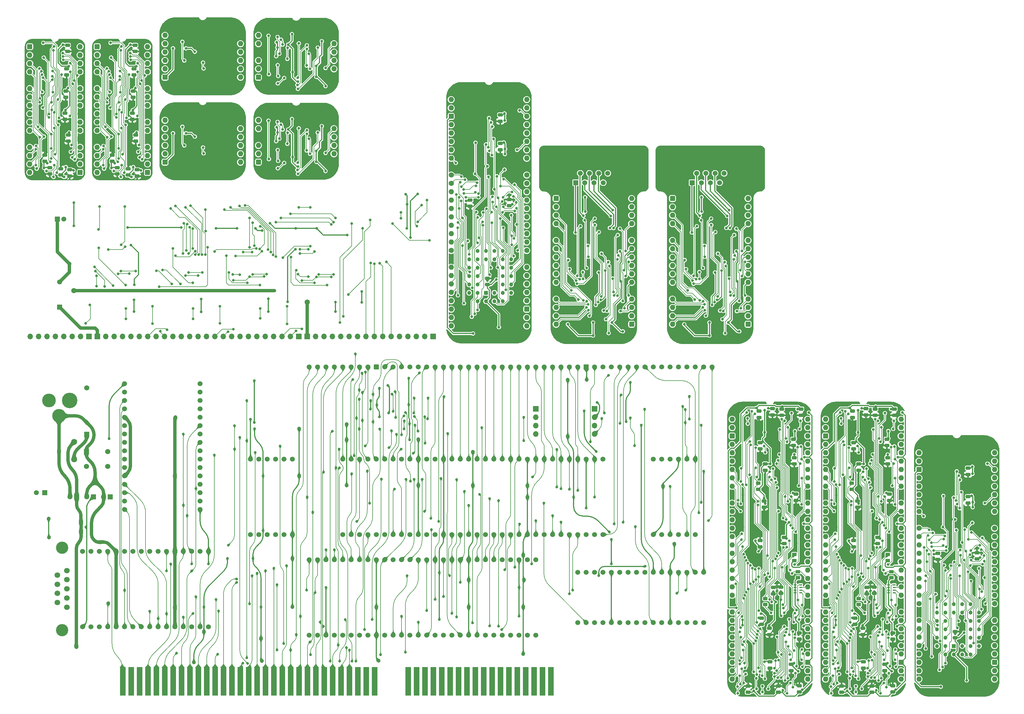
<source format=gbl>
%MOIN*%
%OFA0B0*%
%FSLAX46Y46*%
%IPPOS*%
%LPD*%
%AMRoundRect*
4,1,4,
0.07874015748031496,0.11811023622047245,
0.15748031496062992,0.19685039370078741,
0.23622047244094491,0.27559055118110237,
0.31496062992125984,0.35433070866141736,
0.07874015748031496,0.11811023622047245,
0*
1,1,$1,$2,$3*
1,1,$1,$2,$3*
1,1,$1,$2,$3*
1,1,$1,$2,$3*
20,1,$1,$2,$3,$4,$5,0*
20,1,$1,$2,$3,$4,$5,0*
20,1,$1,$2,$3,$4,$5,0*
20,1,$1,$2,$3,$4,$5,0*%
%AMCOMP1*
4,1,3,
-0.015748031496062995,-0.015748031496062995,
0.015748031496062995,-0.015748031496062995,
0.015748031496062995,0.015748031496062995,
-0.015748031496062995,0.015748031496062995,
0*
4,1,19,
-0.015748031496062995,0,
-0.010881622135827601,-0.00077076352291096848,
-0.0064915708300397942,-0.0030076063877961024,
-0.0030076063877961024,-0.0064915708300397942,
-0.00077076352291096848,-0.010881622135827601,
0,-0.015748031496062995,
-0.00077076352291096631,-0.020614440856298388,
-0.0030076063877961024,-0.025004492162086195,
-0.0064915708300397924,-0.02848845660432988,
-0.0108816221358276,-0.030725299469215022,
-0.015748031496062992,-0.031496062992125991,
-0.020614440856298391,-0.030725299469215022,
-0.025004492162086195,-0.028488456604329887,
-0.02848845660432988,-0.0250044921620862,
-0.030725299469215022,-0.020614440856298391,
-0.031496062992125991,-0.015748031496062995,
-0.030725299469215022,-0.010881622135827603,
-0.028488456604329887,-0.0064915708300397976,
-0.0250044921620862,-0.0030076063877961046,
-0.020614440856298391,-0.00077076352291096848,
0*
4,1,19,
0.015748031496062995,0,
0.020614440856298388,-0.00077076352291096848,
0.025004492162086195,-0.0030076063877961024,
0.028488456604329887,-0.0064915708300397942,
0.030725299469215022,-0.010881622135827601,
0.031496062992125991,-0.015748031496062995,
0.030725299469215022,-0.020614440856298388,
0.028488456604329887,-0.025004492162086195,
0.0250044921620862,-0.02848845660432988,
0.020614440856298388,-0.030725299469215022,
0.015748031496062995,-0.031496062992125991,
0.010881622135827598,-0.030725299469215022,
0.006491570830039795,-0.028488456604329887,
0.0030076063877961046,-0.0250044921620862,
0.00077076352291096848,-0.020614440856298391,
0,-0.015748031496062995,
0.00077076352291096631,-0.010881622135827603,
0.0030076063877961024,-0.0064915708300397976,
0.00649157083003979,-0.0030076063877961046,
0.010881622135827598,-0.00077076352291096848,
0*
4,1,19,
0.015748031496062995,0.031496062992125991,
0.020614440856298388,0.030725299469215022,
0.025004492162086195,0.028488456604329887,
0.028488456604329887,0.025004492162086195,
0.030725299469215022,0.020614440856298388,
0.031496062992125991,0.015748031496062995,
0.030725299469215022,0.010881622135827601,
0.028488456604329887,0.006491570830039795,
0.0250044921620862,0.0030076063877961046,
0.020614440856298388,0.00077076352291096848,
0.015748031496062995,0,
0.010881622135827598,0.00077076352291096848,
0.006491570830039795,0.0030076063877961024,
0.0030076063877961046,0.0064915708300397924,
0.00077076352291096848,0.0108816221358276,
0,0.015748031496062992,
0.00077076352291096631,0.020614440856298388,
0.0030076063877961024,0.025004492162086188,
0.00649157083003979,0.02848845660432988,
0.010881622135827598,0.030725299469215022,
0*
4,1,19,
-0.015748031496062995,0.031496062992125991,
-0.010881622135827601,0.030725299469215022,
-0.0064915708300397942,0.028488456604329887,
-0.0030076063877961024,0.025004492162086195,
-0.00077076352291096848,0.020614440856298388,
0,0.015748031496062995,
-0.00077076352291096631,0.010881622135827601,
-0.0030076063877961024,0.006491570830039795,
-0.0064915708300397924,0.0030076063877961046,
-0.0108816221358276,0.00077076352291096848,
-0.015748031496062992,0,
-0.020614440856298391,0.00077076352291096848,
-0.025004492162086195,0.0030076063877961024,
-0.02848845660432988,0.0064915708300397924,
-0.030725299469215022,0.0108816221358276,
-0.031496062992125991,0.015748031496062992,
-0.030725299469215022,0.020614440856298388,
-0.028488456604329887,0.025004492162086188,
-0.0250044921620862,0.02848845660432988,
-0.020614440856298391,0.030725299469215022,
0*
4,1,3,
-0.015748031496062995,-0.031496062992125991,
-0.015748031496062995,0,
0.015748031496062995,0,
0.015748031496062995,-0.031496062992125991,
0*
4,1,3,
0.031496062992125991,-0.015748031496062995,
0,-0.015748031496062995,
0,0.015748031496062995,
0.031496062992125991,0.015748031496062995,
0*
4,1,3,
0.015748031496062995,0.031496062992125991,
0.015748031496062995,0,
-0.015748031496062995,0,
-0.015748031496062995,0.031496062992125991,
0*
4,1,3,
-0.031496062992125991,0.015748031496062995,
0,0.015748031496062995,
0,-0.015748031496062995,
-0.031496062992125991,-0.015748031496062995,
0*%
%AMRoundRect0*
4,1,4,
0.07874015748031496,0.11811023622047245,
0.15748031496062992,0.19685039370078741,
0.23622047244094491,0.27559055118110237,
0.31496062992125984,0.35433070866141736,
0.07874015748031496,0.11811023622047245,
0*
1,1,$1,$2,$3*
1,1,$1,$2,$3*
1,1,$1,$2,$3*
1,1,$1,$2,$3*
20,1,$1,$2,$3,$4,$5,0*
20,1,$1,$2,$3,$4,$5,0*
20,1,$1,$2,$3,$4,$5,0*
20,1,$1,$2,$3,$4,$5,0*%
%AMCOMP150*
4,1,3,
-0.015748031496062995,-0.015748031496062995,
0.015748031496062995,-0.015748031496062995,
0.015748031496062995,0.015748031496062995,
-0.015748031496062995,0.015748031496062995,
0*
4,1,19,
-0.015748031496062995,0,
-0.010881622135827601,-0.00077076352291096848,
-0.0064915708300397942,-0.0030076063877961024,
-0.0030076063877961024,-0.0064915708300397942,
-0.00077076352291096848,-0.010881622135827601,
0,-0.015748031496062995,
-0.00077076352291096631,-0.020614440856298388,
-0.0030076063877961024,-0.025004492162086195,
-0.0064915708300397924,-0.02848845660432988,
-0.0108816221358276,-0.030725299469215022,
-0.015748031496062992,-0.031496062992125991,
-0.020614440856298391,-0.030725299469215022,
-0.025004492162086195,-0.028488456604329887,
-0.02848845660432988,-0.0250044921620862,
-0.030725299469215022,-0.020614440856298391,
-0.031496062992125991,-0.015748031496062995,
-0.030725299469215022,-0.010881622135827603,
-0.028488456604329887,-0.0064915708300397976,
-0.0250044921620862,-0.0030076063877961046,
-0.020614440856298391,-0.00077076352291096848,
0*
4,1,19,
0.015748031496062995,0,
0.020614440856298388,-0.00077076352291096848,
0.025004492162086195,-0.0030076063877961024,
0.028488456604329887,-0.0064915708300397942,
0.030725299469215022,-0.010881622135827601,
0.031496062992125991,-0.015748031496062995,
0.030725299469215022,-0.020614440856298388,
0.028488456604329887,-0.025004492162086195,
0.0250044921620862,-0.02848845660432988,
0.020614440856298388,-0.030725299469215022,
0.015748031496062995,-0.031496062992125991,
0.010881622135827598,-0.030725299469215022,
0.006491570830039795,-0.028488456604329887,
0.0030076063877961046,-0.0250044921620862,
0.00077076352291096848,-0.020614440856298391,
0,-0.015748031496062995,
0.00077076352291096631,-0.010881622135827603,
0.0030076063877961024,-0.0064915708300397976,
0.00649157083003979,-0.0030076063877961046,
0.010881622135827598,-0.00077076352291096848,
0*
4,1,19,
0.015748031496062995,0.031496062992125991,
0.020614440856298388,0.030725299469215022,
0.025004492162086195,0.028488456604329887,
0.028488456604329887,0.025004492162086195,
0.030725299469215022,0.020614440856298388,
0.031496062992125991,0.015748031496062995,
0.030725299469215022,0.010881622135827601,
0.028488456604329887,0.006491570830039795,
0.0250044921620862,0.0030076063877961046,
0.020614440856298388,0.00077076352291096848,
0.015748031496062995,0,
0.010881622135827598,0.00077076352291096848,
0.006491570830039795,0.0030076063877961024,
0.0030076063877961046,0.0064915708300397924,
0.00077076352291096848,0.0108816221358276,
0,0.015748031496062992,
0.00077076352291096631,0.020614440856298388,
0.0030076063877961024,0.025004492162086188,
0.00649157083003979,0.02848845660432988,
0.010881622135827598,0.030725299469215022,
0*
4,1,19,
-0.015748031496062995,0.031496062992125991,
-0.010881622135827601,0.030725299469215022,
-0.0064915708300397942,0.028488456604329887,
-0.0030076063877961024,0.025004492162086195,
-0.00077076352291096848,0.020614440856298388,
0,0.015748031496062995,
-0.00077076352291096631,0.010881622135827601,
-0.0030076063877961024,0.006491570830039795,
-0.0064915708300397924,0.0030076063877961046,
-0.0108816221358276,0.00077076352291096848,
-0.015748031496062992,0,
-0.020614440856298391,0.00077076352291096848,
-0.025004492162086195,0.0030076063877961024,
-0.02848845660432988,0.0064915708300397924,
-0.030725299469215022,0.0108816221358276,
-0.031496062992125991,0.015748031496062992,
-0.030725299469215022,0.020614440856298388,
-0.028488456604329887,0.025004492162086188,
-0.0250044921620862,0.02848845660432988,
-0.020614440856298391,0.030725299469215022,
0*
4,1,3,
-0.015748031496062995,-0.031496062992125991,
-0.015748031496062995,0,
0.015748031496062995,0,
0.015748031496062995,-0.031496062992125991,
0*
4,1,3,
0.031496062992125991,-0.015748031496062995,
0,-0.015748031496062995,
0,0.015748031496062995,
0.031496062992125991,0.015748031496062995,
0*
4,1,3,
0.015748031496062995,0.031496062992125991,
0.015748031496062995,0,
-0.015748031496062995,0,
-0.015748031496062995,0.031496062992125991,
0*
4,1,3,
-0.031496062992125991,0.015748031496062995,
0,0.015748031496062995,
0,-0.015748031496062995,
-0.031496062992125991,-0.015748031496062995,
0*%
%AMCOMP160*
4,1,3,
-0.018700787401574805,0.00984251968503937,
-0.018700787401574805,-0.00984251968503937,
0.018700787401574805,-0.00984251968503937,
0.018700787401574805,0.00984251968503937,
0*
4,1,19,
-0.018700787401574805,0.01968503937007874,
-0.015659281551427682,0.019203312168259386,
-0.012915499485310303,0.017805285377706176,
-0.010738021708907997,0.015627807601303872,
-0.0093399949183547871,0.012884025535186491,
-0.0088582677165354329,0.00984251968503937,
-0.0093399949183547871,0.0068010138348922507,
-0.010738021708907997,0.0040572317687748724,
-0.012915499485310301,0.0018797539923725657,
-0.015659281551427682,0.00048172720181935506,
-0.0187007874015748,0,
-0.021742293251721927,0.00048172720181935506,
-0.0244860753178393,0.0018797539923725635,
-0.026663553094241611,0.00405723176877487,
-0.02806157988479482,0.0068010138348922489,
-0.028543307086614175,0.0098425196850393682,
-0.02806157988479482,0.012884025535186489,
-0.026663553094241611,0.015627807601303868,
-0.024486075317839306,0.017805285377706176,
-0.021742293251721924,0.019203312168259386,
0*
4,1,19,
-0.018700787401574805,0,
-0.015659281551427682,-0.00048172720181935506,
-0.012915499485310303,-0.0018797539923725646,
-0.010738021708907997,-0.0040572317687748707,
-0.0093399949183547871,-0.00680101383489225,
-0.0088582677165354329,-0.00984251968503937,
-0.0093399949183547871,-0.012884025535186491,
-0.010738021708907997,-0.015627807601303868,
-0.012915499485310301,-0.017805285377706176,
-0.015659281551427682,-0.019203312168259386,
-0.0187007874015748,-0.01968503937007874,
-0.021742293251721927,-0.019203312168259386,
-0.0244860753178393,-0.017805285377706176,
-0.026663553094241611,-0.015627807601303872,
-0.02806157988479482,-0.012884025535186491,
-0.028543307086614175,-0.0098425196850393734,
-0.02806157988479482,-0.0068010138348922524,
-0.026663553094241611,-0.0040572317687748733,
-0.024486075317839306,-0.0018797539923725657,
-0.021742293251721924,-0.00048172720181935506,
0*
4,1,19,
0.018700787401574805,0,
0.021742293251721924,-0.00048172720181935506,
0.0244860753178393,-0.0018797539923725646,
0.026663553094241611,-0.0040572317687748707,
0.02806157988479482,-0.00680101383489225,
0.028543307086614175,-0.00984251968503937,
0.02806157988479482,-0.012884025535186491,
0.026663553094241611,-0.015627807601303868,
0.024486075317839306,-0.017805285377706176,
0.021742293251721924,-0.019203312168259386,
0.018700787401574805,-0.01968503937007874,
0.015659281551427682,-0.019203312168259386,
0.012915499485310306,-0.017805285377706176,
0.010738021708907997,-0.015627807601303872,
0.0093399949183547871,-0.012884025535186491,
0.0088582677165354329,-0.0098425196850393734,
0.0093399949183547871,-0.0068010138348922524,
0.010738021708907997,-0.0040572317687748733,
0.012915499485310301,-0.0018797539923725657,
0.015659281551427682,-0.00048172720181935506,
0*
4,1,19,
0.018700787401574805,0.01968503937007874,
0.021742293251721924,0.019203312168259386,
0.0244860753178393,0.017805285377706176,
0.026663553094241611,0.015627807601303872,
0.02806157988479482,0.012884025535186491,
0.028543307086614175,0.00984251968503937,
0.02806157988479482,0.0068010138348922507,
0.026663553094241611,0.0040572317687748724,
0.024486075317839306,0.0018797539923725657,
0.021742293251721924,0.00048172720181935506,
0.018700787401574805,0,
0.015659281551427682,0.00048172720181935506,
0.012915499485310306,0.0018797539923725635,
0.010738021708907997,0.00405723176877487,
0.0093399949183547871,0.0068010138348922489,
0.0088582677165354329,0.0098425196850393682,
0.0093399949183547871,0.012884025535186489,
0.010738021708907997,0.015627807601303868,
0.012915499485310301,0.017805285377706176,
0.015659281551427682,0.019203312168259386,
0*
4,1,3,
-0.028543307086614175,0.00984251968503937,
-0.0088582677165354329,0.00984251968503937,
-0.0088582677165354329,-0.00984251968503937,
-0.028543307086614175,-0.00984251968503937,
0*
4,1,3,
-0.018700787401574805,-0.01968503937007874,
-0.018700787401574805,0,
0.018700787401574805,0,
0.018700787401574805,-0.01968503937007874,
0*
4,1,3,
0.028543307086614175,-0.00984251968503937,
0.0088582677165354329,-0.00984251968503937,
0.0088582677165354329,0.00984251968503937,
0.028543307086614175,0.00984251968503937,
0*
4,1,3,
0.018700787401574805,0.01968503937007874,
0.018700787401574805,0,
-0.018700787401574805,0,
-0.018700787401574805,0.01968503937007874,
0*%
%AMCOMP170*
4,1,3,
0.018700787401574805,-0.00984251968503937,
0.018700787401574805,0.00984251968503937,
-0.018700787401574805,0.00984251968503937,
-0.018700787401574805,-0.00984251968503937,
0*
4,1,19,
0.018700787401574805,0,
0.021742293251721924,-0.00048172720181935506,
0.0244860753178393,-0.0018797539923725646,
0.026663553094241611,-0.0040572317687748707,
0.02806157988479482,-0.00680101383489225,
0.028543307086614175,-0.00984251968503937,
0.02806157988479482,-0.012884025535186491,
0.026663553094241611,-0.015627807601303868,
0.024486075317839306,-0.017805285377706176,
0.021742293251721924,-0.019203312168259386,
0.018700787401574805,-0.01968503937007874,
0.015659281551427682,-0.019203312168259386,
0.012915499485310306,-0.017805285377706176,
0.010738021708907997,-0.015627807601303872,
0.0093399949183547871,-0.012884025535186491,
0.0088582677165354329,-0.0098425196850393734,
0.0093399949183547871,-0.0068010138348922524,
0.010738021708907997,-0.0040572317687748733,
0.012915499485310301,-0.0018797539923725657,
0.015659281551427682,-0.00048172720181935506,
0*
4,1,19,
0.018700787401574805,0.01968503937007874,
0.021742293251721924,0.019203312168259386,
0.0244860753178393,0.017805285377706176,
0.026663553094241611,0.015627807601303872,
0.02806157988479482,0.012884025535186491,
0.028543307086614175,0.00984251968503937,
0.02806157988479482,0.0068010138348922507,
0.026663553094241611,0.0040572317687748724,
0.024486075317839306,0.0018797539923725657,
0.021742293251721924,0.00048172720181935506,
0.018700787401574805,0,
0.015659281551427682,0.00048172720181935506,
0.012915499485310306,0.0018797539923725635,
0.010738021708907997,0.00405723176877487,
0.0093399949183547871,0.0068010138348922489,
0.0088582677165354329,0.0098425196850393682,
0.0093399949183547871,0.012884025535186489,
0.010738021708907997,0.015627807601303868,
0.012915499485310301,0.017805285377706176,
0.015659281551427682,0.019203312168259386,
0*
4,1,19,
-0.018700787401574805,0.01968503937007874,
-0.015659281551427682,0.019203312168259386,
-0.012915499485310303,0.017805285377706176,
-0.010738021708907997,0.015627807601303872,
-0.0093399949183547871,0.012884025535186491,
-0.0088582677165354329,0.00984251968503937,
-0.0093399949183547871,0.0068010138348922507,
-0.010738021708907997,0.0040572317687748724,
-0.012915499485310301,0.0018797539923725657,
-0.015659281551427682,0.00048172720181935506,
-0.0187007874015748,0,
-0.021742293251721927,0.00048172720181935506,
-0.0244860753178393,0.0018797539923725635,
-0.026663553094241611,0.00405723176877487,
-0.02806157988479482,0.0068010138348922489,
-0.028543307086614175,0.0098425196850393682,
-0.02806157988479482,0.012884025535186489,
-0.026663553094241611,0.015627807601303868,
-0.024486075317839306,0.017805285377706176,
-0.021742293251721924,0.019203312168259386,
0*
4,1,19,
-0.018700787401574805,0,
-0.015659281551427682,-0.00048172720181935506,
-0.012915499485310303,-0.0018797539923725646,
-0.010738021708907997,-0.0040572317687748707,
-0.0093399949183547871,-0.00680101383489225,
-0.0088582677165354329,-0.00984251968503937,
-0.0093399949183547871,-0.012884025535186491,
-0.010738021708907997,-0.015627807601303868,
-0.012915499485310301,-0.017805285377706176,
-0.015659281551427682,-0.019203312168259386,
-0.0187007874015748,-0.01968503937007874,
-0.021742293251721927,-0.019203312168259386,
-0.0244860753178393,-0.017805285377706176,
-0.026663553094241611,-0.015627807601303872,
-0.02806157988479482,-0.012884025535186491,
-0.028543307086614175,-0.0098425196850393734,
-0.02806157988479482,-0.0068010138348922524,
-0.026663553094241611,-0.0040572317687748733,
-0.024486075317839306,-0.0018797539923725657,
-0.021742293251721924,-0.00048172720181935506,
0*
4,1,3,
0.028543307086614175,-0.00984251968503937,
0.0088582677165354329,-0.00984251968503937,
0.0088582677165354329,0.00984251968503937,
0.028543307086614175,0.00984251968503937,
0*
4,1,3,
0.018700787401574805,0.01968503937007874,
0.018700787401574805,0,
-0.018700787401574805,0,
-0.018700787401574805,0.01968503937007874,
0*
4,1,3,
-0.028543307086614175,0.00984251968503937,
-0.0088582677165354329,0.00984251968503937,
-0.0088582677165354329,-0.00984251968503937,
-0.028543307086614175,-0.00984251968503937,
0*
4,1,3,
-0.018700787401574805,-0.01968503937007874,
-0.018700787401574805,0,
0.018700787401574805,0,
0.018700787401574805,-0.01968503937007874,
0*%
%AMCOMP180*
4,1,3,
0.017716535433070866,-0.010334645669291339,
0.017716535433070866,0.010334645669291339,
-0.017716535433070866,0.010334645669291339,
-0.017716535433070866,-0.010334645669291339,
0*
4,1,19,
0.017716535433070866,-0.00049212598425196893,
0.020758041283217985,-0.000973853186071324,
0.023501823349335368,-0.0023718799766245333,
0.025679301125737672,-0.00454935775302684,
0.027077327916290882,-0.0072931398191442192,
0.027559055118110236,-0.010334645669291339,
0.027077327916290882,-0.013376151519438459,
0.025679301125737672,-0.016119933585555839,
0.023501823349335368,-0.018297411361958144,
0.020758041283217992,-0.019695438152511353,
0.017716535433070869,-0.020177165354330708,
0.014675029582923745,-0.019695438152511353,
0.011931247516806368,-0.018297411361958147,
0.0097537697404040634,-0.016119933585555839,
0.0083557429498508518,-0.013376151519438462,
0.0078740157480314977,-0.010334645669291341,
0.00835574294985085,-0.0072931398191442209,
0.00975376974040406,-0.0045493577530268418,
0.011931247516806366,-0.0023718799766245346,
0.014675029582923745,-0.000973853186071324,
0*
4,1,19,
0.017716535433070866,0.020177165354330708,
0.020758041283217985,0.019695438152511353,
0.023501823349335368,0.018297411361958147,
0.025679301125737672,0.016119933585555839,
0.027077327916290882,0.01337615151943846,
0.027559055118110236,0.010334645669291339,
0.027077327916290882,0.00729313981914422,
0.025679301125737672,0.0045493577530268409,
0.023501823349335368,0.0023718799766245346,
0.020758041283217992,0.000973853186071324,
0.017716535433070869,0.00049212598425196893,
0.014675029582923745,0.000973853186071324,
0.011931247516806368,0.0023718799766245325,
0.0097537697404040634,0.0045493577530268392,
0.0083557429498508518,0.0072931398191442174,
0.0078740157480314977,0.010334645669291338,
0.00835574294985085,0.013376151519438459,
0.00975376974040406,0.016119933585555836,
0.011931247516806366,0.018297411361958144,
0.014675029582923745,0.019695438152511353,
0*
4,1,19,
-0.017716535433070866,0.020177165354330708,
-0.014675029582923747,0.019695438152511353,
-0.011931247516806368,0.018297411361958147,
-0.0097537697404040617,0.016119933585555839,
-0.0083557429498508518,0.01337615151943846,
-0.0078740157480314977,0.010334645669291339,
-0.00835574294985085,0.00729313981914422,
-0.0097537697404040617,0.0045493577530268409,
-0.011931247516806368,0.0023718799766245346,
-0.014675029582923747,0.000973853186071324,
-0.017716535433070866,0.00049212598425196893,
-0.020758041283217992,0.000973853186071324,
-0.023501823349335368,0.0023718799766245325,
-0.025679301125737672,0.0045493577530268392,
-0.027077327916290882,0.0072931398191442174,
-0.027559055118110236,0.010334645669291338,
-0.027077327916290882,0.013376151519438459,
-0.025679301125737675,0.016119933585555836,
-0.023501823349335368,0.018297411361958144,
-0.020758041283217992,0.019695438152511353,
0*
4,1,19,
-0.017716535433070866,-0.00049212598425196893,
-0.014675029582923747,-0.000973853186071324,
-0.011931247516806368,-0.0023718799766245333,
-0.0097537697404040617,-0.00454935775302684,
-0.0083557429498508518,-0.0072931398191442192,
-0.0078740157480314977,-0.010334645669291339,
-0.00835574294985085,-0.013376151519438459,
-0.0097537697404040617,-0.016119933585555839,
-0.011931247516806368,-0.018297411361958144,
-0.014675029582923747,-0.019695438152511353,
-0.017716535433070866,-0.020177165354330708,
-0.020758041283217992,-0.019695438152511353,
-0.023501823349335368,-0.018297411361958147,
-0.025679301125737672,-0.016119933585555839,
-0.027077327916290882,-0.013376151519438462,
-0.027559055118110236,-0.010334645669291341,
-0.027077327916290882,-0.0072931398191442209,
-0.025679301125737675,-0.0045493577530268418,
-0.023501823349335368,-0.0023718799766245346,
-0.020758041283217992,-0.000973853186071324,
0*
4,1,3,
0.027559055118110236,-0.010334645669291339,
0.0078740157480314977,-0.010334645669291339,
0.0078740157480314977,0.010334645669291339,
0.027559055118110236,0.010334645669291339,
0*
4,1,3,
0.017716535433070866,0.020177165354330708,
0.017716535433070866,0.00049212598425196893,
-0.017716535433070866,0.00049212598425196893,
-0.017716535433070866,0.020177165354330708,
0*
4,1,3,
-0.027559055118110236,0.010334645669291339,
-0.0078740157480314977,0.010334645669291339,
-0.0078740157480314977,-0.010334645669291339,
-0.027559055118110236,-0.010334645669291339,
0*
4,1,3,
-0.017716535433070866,-0.020177165354330708,
-0.017716535433070866,-0.00049212598425196893,
0.017716535433070866,-0.00049212598425196893,
0.017716535433070866,-0.020177165354330708,
0*%
%AMRoundRect1*
4,1,4,
0.07874015748031496,0.11811023622047245,
0.15748031496062992,0.19685039370078741,
0.23622047244094491,0.27559055118110237,
0.31496062992125984,0.35433070866141736,
0.07874015748031496,0.11811023622047245,
0*
1,1,$1,$2,$3*
1,1,$1,$2,$3*
1,1,$1,$2,$3*
1,1,$1,$2,$3*
20,1,$1,$2,$3,$4,$5,0*
20,1,$1,$2,$3,$4,$5,0*
20,1,$1,$2,$3,$4,$5,0*
20,1,$1,$2,$3,$4,$5,0*%
%AMCOMP370*
4,1,3,
-0.015748031496062995,-0.015748031496062995,
0.015748031496062995,-0.015748031496062995,
0.015748031496062995,0.015748031496062995,
-0.015748031496062995,0.015748031496062995,
0*
4,1,19,
-0.015748031496062995,0,
-0.010881622135827601,-0.00077076352291096848,
-0.0064915708300397942,-0.0030076063877961024,
-0.0030076063877961024,-0.0064915708300397942,
-0.00077076352291096848,-0.010881622135827601,
0,-0.015748031496062995,
-0.00077076352291096631,-0.020614440856298388,
-0.0030076063877961024,-0.025004492162086195,
-0.0064915708300397924,-0.02848845660432988,
-0.0108816221358276,-0.030725299469215022,
-0.015748031496062992,-0.031496062992125991,
-0.020614440856298391,-0.030725299469215022,
-0.025004492162086195,-0.028488456604329887,
-0.02848845660432988,-0.0250044921620862,
-0.030725299469215022,-0.020614440856298391,
-0.031496062992125991,-0.015748031496062995,
-0.030725299469215022,-0.010881622135827603,
-0.028488456604329887,-0.0064915708300397976,
-0.0250044921620862,-0.0030076063877961046,
-0.020614440856298391,-0.00077076352291096848,
0*
4,1,19,
0.015748031496062995,0,
0.020614440856298388,-0.00077076352291096848,
0.025004492162086195,-0.0030076063877961024,
0.028488456604329887,-0.0064915708300397942,
0.030725299469215022,-0.010881622135827601,
0.031496062992125991,-0.015748031496062995,
0.030725299469215022,-0.020614440856298388,
0.028488456604329887,-0.025004492162086195,
0.0250044921620862,-0.02848845660432988,
0.020614440856298388,-0.030725299469215022,
0.015748031496062995,-0.031496062992125991,
0.010881622135827598,-0.030725299469215022,
0.006491570830039795,-0.028488456604329887,
0.0030076063877961046,-0.0250044921620862,
0.00077076352291096848,-0.020614440856298391,
0,-0.015748031496062995,
0.00077076352291096631,-0.010881622135827603,
0.0030076063877961024,-0.0064915708300397976,
0.00649157083003979,-0.0030076063877961046,
0.010881622135827598,-0.00077076352291096848,
0*
4,1,19,
0.015748031496062995,0.031496062992125991,
0.020614440856298388,0.030725299469215022,
0.025004492162086195,0.028488456604329887,
0.028488456604329887,0.025004492162086195,
0.030725299469215022,0.020614440856298388,
0.031496062992125991,0.015748031496062995,
0.030725299469215022,0.010881622135827601,
0.028488456604329887,0.006491570830039795,
0.0250044921620862,0.0030076063877961046,
0.020614440856298388,0.00077076352291096848,
0.015748031496062995,0,
0.010881622135827598,0.00077076352291096848,
0.006491570830039795,0.0030076063877961024,
0.0030076063877961046,0.0064915708300397924,
0.00077076352291096848,0.0108816221358276,
0,0.015748031496062992,
0.00077076352291096631,0.020614440856298388,
0.0030076063877961024,0.025004492162086188,
0.00649157083003979,0.02848845660432988,
0.010881622135827598,0.030725299469215022,
0*
4,1,19,
-0.015748031496062995,0.031496062992125991,
-0.010881622135827601,0.030725299469215022,
-0.0064915708300397942,0.028488456604329887,
-0.0030076063877961024,0.025004492162086195,
-0.00077076352291096848,0.020614440856298388,
0,0.015748031496062995,
-0.00077076352291096631,0.010881622135827601,
-0.0030076063877961024,0.006491570830039795,
-0.0064915708300397924,0.0030076063877961046,
-0.0108816221358276,0.00077076352291096848,
-0.015748031496062992,0,
-0.020614440856298391,0.00077076352291096848,
-0.025004492162086195,0.0030076063877961024,
-0.02848845660432988,0.0064915708300397924,
-0.030725299469215022,0.0108816221358276,
-0.031496062992125991,0.015748031496062992,
-0.030725299469215022,0.020614440856298388,
-0.028488456604329887,0.025004492162086188,
-0.0250044921620862,0.02848845660432988,
-0.020614440856298391,0.030725299469215022,
0*
4,1,3,
-0.015748031496062995,-0.031496062992125991,
-0.015748031496062995,0,
0.015748031496062995,0,
0.015748031496062995,-0.031496062992125991,
0*
4,1,3,
0.031496062992125991,-0.015748031496062995,
0,-0.015748031496062995,
0,0.015748031496062995,
0.031496062992125991,0.015748031496062995,
0*
4,1,3,
0.015748031496062995,0.031496062992125991,
0.015748031496062995,0,
-0.015748031496062995,0,
-0.015748031496062995,0.031496062992125991,
0*
4,1,3,
-0.031496062992125991,0.015748031496062995,
0,0.015748031496062995,
0,-0.015748031496062995,
-0.031496062992125991,-0.015748031496062995,
0*%
%AMCOMP380*
4,1,3,
-0.018700787401574805,0.00984251968503937,
-0.018700787401574805,-0.00984251968503937,
0.018700787401574805,-0.00984251968503937,
0.018700787401574805,0.00984251968503937,
0*
4,1,19,
-0.018700787401574805,0.01968503937007874,
-0.015659281551427682,0.019203312168259386,
-0.012915499485310303,0.017805285377706176,
-0.010738021708907997,0.015627807601303872,
-0.0093399949183547871,0.012884025535186491,
-0.0088582677165354329,0.00984251968503937,
-0.0093399949183547871,0.0068010138348922507,
-0.010738021708907997,0.0040572317687748724,
-0.012915499485310301,0.0018797539923725657,
-0.015659281551427682,0.00048172720181935506,
-0.0187007874015748,0,
-0.021742293251721927,0.00048172720181935506,
-0.0244860753178393,0.0018797539923725635,
-0.026663553094241611,0.00405723176877487,
-0.02806157988479482,0.0068010138348922489,
-0.028543307086614175,0.0098425196850393682,
-0.02806157988479482,0.012884025535186489,
-0.026663553094241611,0.015627807601303868,
-0.024486075317839306,0.017805285377706176,
-0.021742293251721924,0.019203312168259386,
0*
4,1,19,
-0.018700787401574805,0,
-0.015659281551427682,-0.00048172720181935506,
-0.012915499485310303,-0.0018797539923725646,
-0.010738021708907997,-0.0040572317687748707,
-0.0093399949183547871,-0.00680101383489225,
-0.0088582677165354329,-0.00984251968503937,
-0.0093399949183547871,-0.012884025535186491,
-0.010738021708907997,-0.015627807601303868,
-0.012915499485310301,-0.017805285377706176,
-0.015659281551427682,-0.019203312168259386,
-0.0187007874015748,-0.01968503937007874,
-0.021742293251721927,-0.019203312168259386,
-0.0244860753178393,-0.017805285377706176,
-0.026663553094241611,-0.015627807601303872,
-0.02806157988479482,-0.012884025535186491,
-0.028543307086614175,-0.0098425196850393734,
-0.02806157988479482,-0.0068010138348922524,
-0.026663553094241611,-0.0040572317687748733,
-0.024486075317839306,-0.0018797539923725657,
-0.021742293251721924,-0.00048172720181935506,
0*
4,1,19,
0.018700787401574805,0,
0.021742293251721924,-0.00048172720181935506,
0.0244860753178393,-0.0018797539923725646,
0.026663553094241611,-0.0040572317687748707,
0.02806157988479482,-0.00680101383489225,
0.028543307086614175,-0.00984251968503937,
0.02806157988479482,-0.012884025535186491,
0.026663553094241611,-0.015627807601303868,
0.024486075317839306,-0.017805285377706176,
0.021742293251721924,-0.019203312168259386,
0.018700787401574805,-0.01968503937007874,
0.015659281551427682,-0.019203312168259386,
0.012915499485310306,-0.017805285377706176,
0.010738021708907997,-0.015627807601303872,
0.0093399949183547871,-0.012884025535186491,
0.0088582677165354329,-0.0098425196850393734,
0.0093399949183547871,-0.0068010138348922524,
0.010738021708907997,-0.0040572317687748733,
0.012915499485310301,-0.0018797539923725657,
0.015659281551427682,-0.00048172720181935506,
0*
4,1,19,
0.018700787401574805,0.01968503937007874,
0.021742293251721924,0.019203312168259386,
0.0244860753178393,0.017805285377706176,
0.026663553094241611,0.015627807601303872,
0.02806157988479482,0.012884025535186491,
0.028543307086614175,0.00984251968503937,
0.02806157988479482,0.0068010138348922507,
0.026663553094241611,0.0040572317687748724,
0.024486075317839306,0.0018797539923725657,
0.021742293251721924,0.00048172720181935506,
0.018700787401574805,0,
0.015659281551427682,0.00048172720181935506,
0.012915499485310306,0.0018797539923725635,
0.010738021708907997,0.00405723176877487,
0.0093399949183547871,0.0068010138348922489,
0.0088582677165354329,0.0098425196850393682,
0.0093399949183547871,0.012884025535186489,
0.010738021708907997,0.015627807601303868,
0.012915499485310301,0.017805285377706176,
0.015659281551427682,0.019203312168259386,
0*
4,1,3,
-0.028543307086614175,0.00984251968503937,
-0.0088582677165354329,0.00984251968503937,
-0.0088582677165354329,-0.00984251968503937,
-0.028543307086614175,-0.00984251968503937,
0*
4,1,3,
-0.018700787401574805,-0.01968503937007874,
-0.018700787401574805,0,
0.018700787401574805,0,
0.018700787401574805,-0.01968503937007874,
0*
4,1,3,
0.028543307086614175,-0.00984251968503937,
0.0088582677165354329,-0.00984251968503937,
0.0088582677165354329,0.00984251968503937,
0.028543307086614175,0.00984251968503937,
0*
4,1,3,
0.018700787401574805,0.01968503937007874,
0.018700787401574805,0,
-0.018700787401574805,0,
-0.018700787401574805,0.01968503937007874,
0*%
%AMCOMP390*
4,1,3,
0.018700787401574805,-0.00984251968503937,
0.018700787401574805,0.00984251968503937,
-0.018700787401574805,0.00984251968503937,
-0.018700787401574805,-0.00984251968503937,
0*
4,1,19,
0.018700787401574805,0,
0.021742293251721924,-0.00048172720181935506,
0.0244860753178393,-0.0018797539923725646,
0.026663553094241611,-0.0040572317687748707,
0.02806157988479482,-0.00680101383489225,
0.028543307086614175,-0.00984251968503937,
0.02806157988479482,-0.012884025535186491,
0.026663553094241611,-0.015627807601303868,
0.024486075317839306,-0.017805285377706176,
0.021742293251721924,-0.019203312168259386,
0.018700787401574805,-0.01968503937007874,
0.015659281551427682,-0.019203312168259386,
0.012915499485310306,-0.017805285377706176,
0.010738021708907997,-0.015627807601303872,
0.0093399949183547871,-0.012884025535186491,
0.0088582677165354329,-0.0098425196850393734,
0.0093399949183547871,-0.0068010138348922524,
0.010738021708907997,-0.0040572317687748733,
0.012915499485310301,-0.0018797539923725657,
0.015659281551427682,-0.00048172720181935506,
0*
4,1,19,
0.018700787401574805,0.01968503937007874,
0.021742293251721924,0.019203312168259386,
0.0244860753178393,0.017805285377706176,
0.026663553094241611,0.015627807601303872,
0.02806157988479482,0.012884025535186491,
0.028543307086614175,0.00984251968503937,
0.02806157988479482,0.0068010138348922507,
0.026663553094241611,0.0040572317687748724,
0.024486075317839306,0.0018797539923725657,
0.021742293251721924,0.00048172720181935506,
0.018700787401574805,0,
0.015659281551427682,0.00048172720181935506,
0.012915499485310306,0.0018797539923725635,
0.010738021708907997,0.00405723176877487,
0.0093399949183547871,0.0068010138348922489,
0.0088582677165354329,0.0098425196850393682,
0.0093399949183547871,0.012884025535186489,
0.010738021708907997,0.015627807601303868,
0.012915499485310301,0.017805285377706176,
0.015659281551427682,0.019203312168259386,
0*
4,1,19,
-0.018700787401574805,0.01968503937007874,
-0.015659281551427682,0.019203312168259386,
-0.012915499485310303,0.017805285377706176,
-0.010738021708907997,0.015627807601303872,
-0.0093399949183547871,0.012884025535186491,
-0.0088582677165354329,0.00984251968503937,
-0.0093399949183547871,0.0068010138348922507,
-0.010738021708907997,0.0040572317687748724,
-0.012915499485310301,0.0018797539923725657,
-0.015659281551427682,0.00048172720181935506,
-0.0187007874015748,0,
-0.021742293251721927,0.00048172720181935506,
-0.0244860753178393,0.0018797539923725635,
-0.026663553094241611,0.00405723176877487,
-0.02806157988479482,0.0068010138348922489,
-0.028543307086614175,0.0098425196850393682,
-0.02806157988479482,0.012884025535186489,
-0.026663553094241611,0.015627807601303868,
-0.024486075317839306,0.017805285377706176,
-0.021742293251721924,0.019203312168259386,
0*
4,1,19,
-0.018700787401574805,0,
-0.015659281551427682,-0.00048172720181935506,
-0.012915499485310303,-0.0018797539923725646,
-0.010738021708907997,-0.0040572317687748707,
-0.0093399949183547871,-0.00680101383489225,
-0.0088582677165354329,-0.00984251968503937,
-0.0093399949183547871,-0.012884025535186491,
-0.010738021708907997,-0.015627807601303868,
-0.012915499485310301,-0.017805285377706176,
-0.015659281551427682,-0.019203312168259386,
-0.0187007874015748,-0.01968503937007874,
-0.021742293251721927,-0.019203312168259386,
-0.0244860753178393,-0.017805285377706176,
-0.026663553094241611,-0.015627807601303872,
-0.02806157988479482,-0.012884025535186491,
-0.028543307086614175,-0.0098425196850393734,
-0.02806157988479482,-0.0068010138348922524,
-0.026663553094241611,-0.0040572317687748733,
-0.024486075317839306,-0.0018797539923725657,
-0.021742293251721924,-0.00048172720181935506,
0*
4,1,3,
0.028543307086614175,-0.00984251968503937,
0.0088582677165354329,-0.00984251968503937,
0.0088582677165354329,0.00984251968503937,
0.028543307086614175,0.00984251968503937,
0*
4,1,3,
0.018700787401574805,0.01968503937007874,
0.018700787401574805,0,
-0.018700787401574805,0,
-0.018700787401574805,0.01968503937007874,
0*
4,1,3,
-0.028543307086614175,0.00984251968503937,
-0.0088582677165354329,0.00984251968503937,
-0.0088582677165354329,-0.00984251968503937,
-0.028543307086614175,-0.00984251968503937,
0*
4,1,3,
-0.018700787401574805,-0.01968503937007874,
-0.018700787401574805,0,
0.018700787401574805,0,
0.018700787401574805,-0.01968503937007874,
0*%
%AMCOMP400*
4,1,3,
0.017716535433070866,-0.010334645669291339,
0.017716535433070866,0.010334645669291339,
-0.017716535433070866,0.010334645669291339,
-0.017716535433070866,-0.010334645669291339,
0*
4,1,19,
0.017716535433070866,-0.00049212598425196893,
0.020758041283217985,-0.000973853186071324,
0.023501823349335368,-0.0023718799766245333,
0.025679301125737672,-0.00454935775302684,
0.027077327916290882,-0.0072931398191442192,
0.027559055118110236,-0.010334645669291339,
0.027077327916290882,-0.013376151519438459,
0.025679301125737672,-0.016119933585555839,
0.023501823349335368,-0.018297411361958144,
0.020758041283217992,-0.019695438152511353,
0.017716535433070869,-0.020177165354330708,
0.014675029582923745,-0.019695438152511353,
0.011931247516806368,-0.018297411361958147,
0.0097537697404040634,-0.016119933585555839,
0.0083557429498508518,-0.013376151519438462,
0.0078740157480314977,-0.010334645669291341,
0.00835574294985085,-0.0072931398191442209,
0.00975376974040406,-0.0045493577530268418,
0.011931247516806366,-0.0023718799766245346,
0.014675029582923745,-0.000973853186071324,
0*
4,1,19,
0.017716535433070866,0.020177165354330708,
0.020758041283217985,0.019695438152511353,
0.023501823349335368,0.018297411361958147,
0.025679301125737672,0.016119933585555839,
0.027077327916290882,0.01337615151943846,
0.027559055118110236,0.010334645669291339,
0.027077327916290882,0.00729313981914422,
0.025679301125737672,0.0045493577530268409,
0.023501823349335368,0.0023718799766245346,
0.020758041283217992,0.000973853186071324,
0.017716535433070869,0.00049212598425196893,
0.014675029582923745,0.000973853186071324,
0.011931247516806368,0.0023718799766245325,
0.0097537697404040634,0.0045493577530268392,
0.0083557429498508518,0.0072931398191442174,
0.0078740157480314977,0.010334645669291338,
0.00835574294985085,0.013376151519438459,
0.00975376974040406,0.016119933585555836,
0.011931247516806366,0.018297411361958144,
0.014675029582923745,0.019695438152511353,
0*
4,1,19,
-0.017716535433070866,0.020177165354330708,
-0.014675029582923747,0.019695438152511353,
-0.011931247516806368,0.018297411361958147,
-0.0097537697404040617,0.016119933585555839,
-0.0083557429498508518,0.01337615151943846,
-0.0078740157480314977,0.010334645669291339,
-0.00835574294985085,0.00729313981914422,
-0.0097537697404040617,0.0045493577530268409,
-0.011931247516806368,0.0023718799766245346,
-0.014675029582923747,0.000973853186071324,
-0.017716535433070866,0.00049212598425196893,
-0.020758041283217992,0.000973853186071324,
-0.023501823349335368,0.0023718799766245325,
-0.025679301125737672,0.0045493577530268392,
-0.027077327916290882,0.0072931398191442174,
-0.027559055118110236,0.010334645669291338,
-0.027077327916290882,0.013376151519438459,
-0.025679301125737675,0.016119933585555836,
-0.023501823349335368,0.018297411361958144,
-0.020758041283217992,0.019695438152511353,
0*
4,1,19,
-0.017716535433070866,-0.00049212598425196893,
-0.014675029582923747,-0.000973853186071324,
-0.011931247516806368,-0.0023718799766245333,
-0.0097537697404040617,-0.00454935775302684,
-0.0083557429498508518,-0.0072931398191442192,
-0.0078740157480314977,-0.010334645669291339,
-0.00835574294985085,-0.013376151519438459,
-0.0097537697404040617,-0.016119933585555839,
-0.011931247516806368,-0.018297411361958144,
-0.014675029582923747,-0.019695438152511353,
-0.017716535433070866,-0.020177165354330708,
-0.020758041283217992,-0.019695438152511353,
-0.023501823349335368,-0.018297411361958147,
-0.025679301125737672,-0.016119933585555839,
-0.027077327916290882,-0.013376151519438462,
-0.027559055118110236,-0.010334645669291341,
-0.027077327916290882,-0.0072931398191442209,
-0.025679301125737675,-0.0045493577530268418,
-0.023501823349335368,-0.0023718799766245346,
-0.020758041283217992,-0.000973853186071324,
0*
4,1,3,
0.027559055118110236,-0.010334645669291339,
0.0078740157480314977,-0.010334645669291339,
0.0078740157480314977,0.010334645669291339,
0.027559055118110236,0.010334645669291339,
0*
4,1,3,
0.017716535433070866,0.020177165354330708,
0.017716535433070866,0.00049212598425196893,
-0.017716535433070866,0.00049212598425196893,
-0.017716535433070866,0.020177165354330708,
0*
4,1,3,
-0.027559055118110236,0.010334645669291339,
-0.0078740157480314977,0.010334645669291339,
-0.0078740157480314977,-0.010334645669291339,
-0.027559055118110236,-0.010334645669291339,
0*
4,1,3,
-0.017716535433070866,-0.020177165354330708,
-0.017716535433070866,-0.00049212598425196893,
0.017716535433070866,-0.00049212598425196893,
0.017716535433070866,-0.020177165354330708,
0*%
%AMRoundRect0*
4,1,4,
0.07874015748031496,0.11811023622047245,
0.15748031496062992,0.19685039370078741,
0.23622047244094491,0.27559055118110237,
0.31496062992125984,0.35433070866141736,
0.07874015748031496,0.11811023622047245,
0*
1,1,$1,$2,$3*
1,1,$1,$2,$3*
1,1,$1,$2,$3*
1,1,$1,$2,$3*
20,1,$1,$2,$3,$4,$5,0*
20,1,$1,$2,$3,$4,$5,0*
20,1,$1,$2,$3,$4,$5,0*
20,1,$1,$2,$3,$4,$5,0*%
%AMCOMP590*
4,1,3,
-0.015748031496062995,-0.015748031496062995,
0.015748031496062995,-0.015748031496062995,
0.015748031496062995,0.015748031496062995,
-0.015748031496062995,0.015748031496062995,
0*
4,1,19,
-0.015748031496062995,0,
-0.010881622135827601,-0.00077076352291096848,
-0.0064915708300397942,-0.0030076063877961024,
-0.0030076063877961024,-0.0064915708300397942,
-0.00077076352291096848,-0.010881622135827601,
0,-0.015748031496062995,
-0.00077076352291096631,-0.020614440856298388,
-0.0030076063877961024,-0.025004492162086195,
-0.0064915708300397924,-0.02848845660432988,
-0.0108816221358276,-0.030725299469215022,
-0.015748031496062992,-0.031496062992125991,
-0.020614440856298391,-0.030725299469215022,
-0.025004492162086195,-0.028488456604329887,
-0.02848845660432988,-0.0250044921620862,
-0.030725299469215022,-0.020614440856298391,
-0.031496062992125991,-0.015748031496062995,
-0.030725299469215022,-0.010881622135827603,
-0.028488456604329887,-0.0064915708300397976,
-0.0250044921620862,-0.0030076063877961046,
-0.020614440856298391,-0.00077076352291096848,
0*
4,1,19,
0.015748031496062995,0,
0.020614440856298388,-0.00077076352291096848,
0.025004492162086195,-0.0030076063877961024,
0.028488456604329887,-0.0064915708300397942,
0.030725299469215022,-0.010881622135827601,
0.031496062992125991,-0.015748031496062995,
0.030725299469215022,-0.020614440856298388,
0.028488456604329887,-0.025004492162086195,
0.0250044921620862,-0.02848845660432988,
0.020614440856298388,-0.030725299469215022,
0.015748031496062995,-0.031496062992125991,
0.010881622135827598,-0.030725299469215022,
0.006491570830039795,-0.028488456604329887,
0.0030076063877961046,-0.0250044921620862,
0.00077076352291096848,-0.020614440856298391,
0,-0.015748031496062995,
0.00077076352291096631,-0.010881622135827603,
0.0030076063877961024,-0.0064915708300397976,
0.00649157083003979,-0.0030076063877961046,
0.010881622135827598,-0.00077076352291096848,
0*
4,1,19,
0.015748031496062995,0.031496062992125991,
0.020614440856298388,0.030725299469215022,
0.025004492162086195,0.028488456604329887,
0.028488456604329887,0.025004492162086195,
0.030725299469215022,0.020614440856298388,
0.031496062992125991,0.015748031496062995,
0.030725299469215022,0.010881622135827601,
0.028488456604329887,0.006491570830039795,
0.0250044921620862,0.0030076063877961046,
0.020614440856298388,0.00077076352291096848,
0.015748031496062995,0,
0.010881622135827598,0.00077076352291096848,
0.006491570830039795,0.0030076063877961024,
0.0030076063877961046,0.0064915708300397924,
0.00077076352291096848,0.0108816221358276,
0,0.015748031496062992,
0.00077076352291096631,0.020614440856298388,
0.0030076063877961024,0.025004492162086188,
0.00649157083003979,0.02848845660432988,
0.010881622135827598,0.030725299469215022,
0*
4,1,19,
-0.015748031496062995,0.031496062992125991,
-0.010881622135827601,0.030725299469215022,
-0.0064915708300397942,0.028488456604329887,
-0.0030076063877961024,0.025004492162086195,
-0.00077076352291096848,0.020614440856298388,
0,0.015748031496062995,
-0.00077076352291096631,0.010881622135827601,
-0.0030076063877961024,0.006491570830039795,
-0.0064915708300397924,0.0030076063877961046,
-0.0108816221358276,0.00077076352291096848,
-0.015748031496062992,0,
-0.020614440856298391,0.00077076352291096848,
-0.025004492162086195,0.0030076063877961024,
-0.02848845660432988,0.0064915708300397924,
-0.030725299469215022,0.0108816221358276,
-0.031496062992125991,0.015748031496062992,
-0.030725299469215022,0.020614440856298388,
-0.028488456604329887,0.025004492162086188,
-0.0250044921620862,0.02848845660432988,
-0.020614440856298391,0.030725299469215022,
0*
4,1,3,
-0.015748031496062995,-0.031496062992125991,
-0.015748031496062995,0,
0.015748031496062995,0,
0.015748031496062995,-0.031496062992125991,
0*
4,1,3,
0.031496062992125991,-0.015748031496062995,
0,-0.015748031496062995,
0,0.015748031496062995,
0.031496062992125991,0.015748031496062995,
0*
4,1,3,
0.015748031496062995,0.031496062992125991,
0.015748031496062995,0,
-0.015748031496062995,0,
-0.015748031496062995,0.031496062992125991,
0*
4,1,3,
-0.031496062992125991,0.015748031496062995,
0,0.015748031496062995,
0,-0.015748031496062995,
-0.031496062992125991,-0.015748031496062995,
0*%
%AMCOMP600*
4,1,3,
-0.018700787401574805,0.00984251968503937,
-0.018700787401574805,-0.00984251968503937,
0.018700787401574805,-0.00984251968503937,
0.018700787401574805,0.00984251968503937,
0*
4,1,19,
-0.018700787401574805,0.01968503937007874,
-0.015659281551427682,0.019203312168259386,
-0.012915499485310303,0.017805285377706176,
-0.010738021708907997,0.015627807601303872,
-0.0093399949183547871,0.012884025535186491,
-0.0088582677165354329,0.00984251968503937,
-0.0093399949183547871,0.0068010138348922507,
-0.010738021708907997,0.0040572317687748724,
-0.012915499485310301,0.0018797539923725657,
-0.015659281551427682,0.00048172720181935506,
-0.0187007874015748,0,
-0.021742293251721927,0.00048172720181935506,
-0.0244860753178393,0.0018797539923725635,
-0.026663553094241611,0.00405723176877487,
-0.02806157988479482,0.0068010138348922489,
-0.028543307086614175,0.0098425196850393682,
-0.02806157988479482,0.012884025535186489,
-0.026663553094241611,0.015627807601303868,
-0.024486075317839306,0.017805285377706176,
-0.021742293251721924,0.019203312168259386,
0*
4,1,19,
-0.018700787401574805,0,
-0.015659281551427682,-0.00048172720181935506,
-0.012915499485310303,-0.0018797539923725646,
-0.010738021708907997,-0.0040572317687748707,
-0.0093399949183547871,-0.00680101383489225,
-0.0088582677165354329,-0.00984251968503937,
-0.0093399949183547871,-0.012884025535186491,
-0.010738021708907997,-0.015627807601303868,
-0.012915499485310301,-0.017805285377706176,
-0.015659281551427682,-0.019203312168259386,
-0.0187007874015748,-0.01968503937007874,
-0.021742293251721927,-0.019203312168259386,
-0.0244860753178393,-0.017805285377706176,
-0.026663553094241611,-0.015627807601303872,
-0.02806157988479482,-0.012884025535186491,
-0.028543307086614175,-0.0098425196850393734,
-0.02806157988479482,-0.0068010138348922524,
-0.026663553094241611,-0.0040572317687748733,
-0.024486075317839306,-0.0018797539923725657,
-0.021742293251721924,-0.00048172720181935506,
0*
4,1,19,
0.018700787401574805,0,
0.021742293251721924,-0.00048172720181935506,
0.0244860753178393,-0.0018797539923725646,
0.026663553094241611,-0.0040572317687748707,
0.02806157988479482,-0.00680101383489225,
0.028543307086614175,-0.00984251968503937,
0.02806157988479482,-0.012884025535186491,
0.026663553094241611,-0.015627807601303868,
0.024486075317839306,-0.017805285377706176,
0.021742293251721924,-0.019203312168259386,
0.018700787401574805,-0.01968503937007874,
0.015659281551427682,-0.019203312168259386,
0.012915499485310306,-0.017805285377706176,
0.010738021708907997,-0.015627807601303872,
0.0093399949183547871,-0.012884025535186491,
0.0088582677165354329,-0.0098425196850393734,
0.0093399949183547871,-0.0068010138348922524,
0.010738021708907997,-0.0040572317687748733,
0.012915499485310301,-0.0018797539923725657,
0.015659281551427682,-0.00048172720181935506,
0*
4,1,19,
0.018700787401574805,0.01968503937007874,
0.021742293251721924,0.019203312168259386,
0.0244860753178393,0.017805285377706176,
0.026663553094241611,0.015627807601303872,
0.02806157988479482,0.012884025535186491,
0.028543307086614175,0.00984251968503937,
0.02806157988479482,0.0068010138348922507,
0.026663553094241611,0.0040572317687748724,
0.024486075317839306,0.0018797539923725657,
0.021742293251721924,0.00048172720181935506,
0.018700787401574805,0,
0.015659281551427682,0.00048172720181935506,
0.012915499485310306,0.0018797539923725635,
0.010738021708907997,0.00405723176877487,
0.0093399949183547871,0.0068010138348922489,
0.0088582677165354329,0.0098425196850393682,
0.0093399949183547871,0.012884025535186489,
0.010738021708907997,0.015627807601303868,
0.012915499485310301,0.017805285377706176,
0.015659281551427682,0.019203312168259386,
0*
4,1,3,
-0.028543307086614175,0.00984251968503937,
-0.0088582677165354329,0.00984251968503937,
-0.0088582677165354329,-0.00984251968503937,
-0.028543307086614175,-0.00984251968503937,
0*
4,1,3,
-0.018700787401574805,-0.01968503937007874,
-0.018700787401574805,0,
0.018700787401574805,0,
0.018700787401574805,-0.01968503937007874,
0*
4,1,3,
0.028543307086614175,-0.00984251968503937,
0.0088582677165354329,-0.00984251968503937,
0.0088582677165354329,0.00984251968503937,
0.028543307086614175,0.00984251968503937,
0*
4,1,3,
0.018700787401574805,0.01968503937007874,
0.018700787401574805,0,
-0.018700787401574805,0,
-0.018700787401574805,0.01968503937007874,
0*%
%AMCOMP610*
4,1,3,
0.018700787401574805,-0.00984251968503937,
0.018700787401574805,0.00984251968503937,
-0.018700787401574805,0.00984251968503937,
-0.018700787401574805,-0.00984251968503937,
0*
4,1,19,
0.018700787401574805,0,
0.021742293251721924,-0.00048172720181935506,
0.0244860753178393,-0.0018797539923725646,
0.026663553094241611,-0.0040572317687748707,
0.02806157988479482,-0.00680101383489225,
0.028543307086614175,-0.00984251968503937,
0.02806157988479482,-0.012884025535186491,
0.026663553094241611,-0.015627807601303868,
0.024486075317839306,-0.017805285377706176,
0.021742293251721924,-0.019203312168259386,
0.018700787401574805,-0.01968503937007874,
0.015659281551427682,-0.019203312168259386,
0.012915499485310306,-0.017805285377706176,
0.010738021708907997,-0.015627807601303872,
0.0093399949183547871,-0.012884025535186491,
0.0088582677165354329,-0.0098425196850393734,
0.0093399949183547871,-0.0068010138348922524,
0.010738021708907997,-0.0040572317687748733,
0.012915499485310301,-0.0018797539923725657,
0.015659281551427682,-0.00048172720181935506,
0*
4,1,19,
0.018700787401574805,0.01968503937007874,
0.021742293251721924,0.019203312168259386,
0.0244860753178393,0.017805285377706176,
0.026663553094241611,0.015627807601303872,
0.02806157988479482,0.012884025535186491,
0.028543307086614175,0.00984251968503937,
0.02806157988479482,0.0068010138348922507,
0.026663553094241611,0.0040572317687748724,
0.024486075317839306,0.0018797539923725657,
0.021742293251721924,0.00048172720181935506,
0.018700787401574805,0,
0.015659281551427682,0.00048172720181935506,
0.012915499485310306,0.0018797539923725635,
0.010738021708907997,0.00405723176877487,
0.0093399949183547871,0.0068010138348922489,
0.0088582677165354329,0.0098425196850393682,
0.0093399949183547871,0.012884025535186489,
0.010738021708907997,0.015627807601303868,
0.012915499485310301,0.017805285377706176,
0.015659281551427682,0.019203312168259386,
0*
4,1,19,
-0.018700787401574805,0.01968503937007874,
-0.015659281551427682,0.019203312168259386,
-0.012915499485310303,0.017805285377706176,
-0.010738021708907997,0.015627807601303872,
-0.0093399949183547871,0.012884025535186491,
-0.0088582677165354329,0.00984251968503937,
-0.0093399949183547871,0.0068010138348922507,
-0.010738021708907997,0.0040572317687748724,
-0.012915499485310301,0.0018797539923725657,
-0.015659281551427682,0.00048172720181935506,
-0.0187007874015748,0,
-0.021742293251721927,0.00048172720181935506,
-0.0244860753178393,0.0018797539923725635,
-0.026663553094241611,0.00405723176877487,
-0.02806157988479482,0.0068010138348922489,
-0.028543307086614175,0.0098425196850393682,
-0.02806157988479482,0.012884025535186489,
-0.026663553094241611,0.015627807601303868,
-0.024486075317839306,0.017805285377706176,
-0.021742293251721924,0.019203312168259386,
0*
4,1,19,
-0.018700787401574805,0,
-0.015659281551427682,-0.00048172720181935506,
-0.012915499485310303,-0.0018797539923725646,
-0.010738021708907997,-0.0040572317687748707,
-0.0093399949183547871,-0.00680101383489225,
-0.0088582677165354329,-0.00984251968503937,
-0.0093399949183547871,-0.012884025535186491,
-0.010738021708907997,-0.015627807601303868,
-0.012915499485310301,-0.017805285377706176,
-0.015659281551427682,-0.019203312168259386,
-0.0187007874015748,-0.01968503937007874,
-0.021742293251721927,-0.019203312168259386,
-0.0244860753178393,-0.017805285377706176,
-0.026663553094241611,-0.015627807601303872,
-0.02806157988479482,-0.012884025535186491,
-0.028543307086614175,-0.0098425196850393734,
-0.02806157988479482,-0.0068010138348922524,
-0.026663553094241611,-0.0040572317687748733,
-0.024486075317839306,-0.0018797539923725657,
-0.021742293251721924,-0.00048172720181935506,
0*
4,1,3,
0.028543307086614175,-0.00984251968503937,
0.0088582677165354329,-0.00984251968503937,
0.0088582677165354329,0.00984251968503937,
0.028543307086614175,0.00984251968503937,
0*
4,1,3,
0.018700787401574805,0.01968503937007874,
0.018700787401574805,0,
-0.018700787401574805,0,
-0.018700787401574805,0.01968503937007874,
0*
4,1,3,
-0.028543307086614175,0.00984251968503937,
-0.0088582677165354329,0.00984251968503937,
-0.0088582677165354329,-0.00984251968503937,
-0.028543307086614175,-0.00984251968503937,
0*
4,1,3,
-0.018700787401574805,-0.01968503937007874,
-0.018700787401574805,0,
0.018700787401574805,0,
0.018700787401574805,-0.01968503937007874,
0*%
%AMRoundRect1*
4,1,4,
0.07874015748031496,0.11811023622047245,
0.15748031496062992,0.19685039370078741,
0.23622047244094491,0.27559055118110237,
0.31496062992125984,0.35433070866141736,
0.07874015748031496,0.11811023622047245,
0*
1,1,$1,$2,$3*
1,1,$1,$2,$3*
1,1,$1,$2,$3*
1,1,$1,$2,$3*
20,1,$1,$2,$3,$4,$5,0*
20,1,$1,$2,$3,$4,$5,0*
20,1,$1,$2,$3,$4,$5,0*
20,1,$1,$2,$3,$4,$5,0*%
%AMCOMP750*
4,1,3,
-0.015748031496062995,-0.015748031496062995,
0.015748031496062995,-0.015748031496062995,
0.015748031496062995,0.015748031496062995,
-0.015748031496062995,0.015748031496062995,
0*
4,1,19,
-0.015748031496062995,0,
-0.010881622135827601,-0.00077076352291096848,
-0.0064915708300397942,-0.0030076063877961024,
-0.0030076063877961024,-0.0064915708300397942,
-0.00077076352291096848,-0.010881622135827601,
0,-0.015748031496062995,
-0.00077076352291096631,-0.020614440856298388,
-0.0030076063877961024,-0.025004492162086195,
-0.0064915708300397924,-0.02848845660432988,
-0.0108816221358276,-0.030725299469215022,
-0.015748031496062992,-0.031496062992125991,
-0.020614440856298391,-0.030725299469215022,
-0.025004492162086195,-0.028488456604329887,
-0.02848845660432988,-0.0250044921620862,
-0.030725299469215022,-0.020614440856298391,
-0.031496062992125991,-0.015748031496062995,
-0.030725299469215022,-0.010881622135827603,
-0.028488456604329887,-0.0064915708300397976,
-0.0250044921620862,-0.0030076063877961046,
-0.020614440856298391,-0.00077076352291096848,
0*
4,1,19,
0.015748031496062995,0,
0.020614440856298388,-0.00077076352291096848,
0.025004492162086195,-0.0030076063877961024,
0.028488456604329887,-0.0064915708300397942,
0.030725299469215022,-0.010881622135827601,
0.031496062992125991,-0.015748031496062995,
0.030725299469215022,-0.020614440856298388,
0.028488456604329887,-0.025004492162086195,
0.0250044921620862,-0.02848845660432988,
0.020614440856298388,-0.030725299469215022,
0.015748031496062995,-0.031496062992125991,
0.010881622135827598,-0.030725299469215022,
0.006491570830039795,-0.028488456604329887,
0.0030076063877961046,-0.0250044921620862,
0.00077076352291096848,-0.020614440856298391,
0,-0.015748031496062995,
0.00077076352291096631,-0.010881622135827603,
0.0030076063877961024,-0.0064915708300397976,
0.00649157083003979,-0.0030076063877961046,
0.010881622135827598,-0.00077076352291096848,
0*
4,1,19,
0.015748031496062995,0.031496062992125991,
0.020614440856298388,0.030725299469215022,
0.025004492162086195,0.028488456604329887,
0.028488456604329887,0.025004492162086195,
0.030725299469215022,0.020614440856298388,
0.031496062992125991,0.015748031496062995,
0.030725299469215022,0.010881622135827601,
0.028488456604329887,0.006491570830039795,
0.0250044921620862,0.0030076063877961046,
0.020614440856298388,0.00077076352291096848,
0.015748031496062995,0,
0.010881622135827598,0.00077076352291096848,
0.006491570830039795,0.0030076063877961024,
0.0030076063877961046,0.0064915708300397924,
0.00077076352291096848,0.0108816221358276,
0,0.015748031496062992,
0.00077076352291096631,0.020614440856298388,
0.0030076063877961024,0.025004492162086188,
0.00649157083003979,0.02848845660432988,
0.010881622135827598,0.030725299469215022,
0*
4,1,19,
-0.015748031496062995,0.031496062992125991,
-0.010881622135827601,0.030725299469215022,
-0.0064915708300397942,0.028488456604329887,
-0.0030076063877961024,0.025004492162086195,
-0.00077076352291096848,0.020614440856298388,
0,0.015748031496062995,
-0.00077076352291096631,0.010881622135827601,
-0.0030076063877961024,0.006491570830039795,
-0.0064915708300397924,0.0030076063877961046,
-0.0108816221358276,0.00077076352291096848,
-0.015748031496062992,0,
-0.020614440856298391,0.00077076352291096848,
-0.025004492162086195,0.0030076063877961024,
-0.02848845660432988,0.0064915708300397924,
-0.030725299469215022,0.0108816221358276,
-0.031496062992125991,0.015748031496062992,
-0.030725299469215022,0.020614440856298388,
-0.028488456604329887,0.025004492162086188,
-0.0250044921620862,0.02848845660432988,
-0.020614440856298391,0.030725299469215022,
0*
4,1,3,
-0.015748031496062995,-0.031496062992125991,
-0.015748031496062995,0,
0.015748031496062995,0,
0.015748031496062995,-0.031496062992125991,
0*
4,1,3,
0.031496062992125991,-0.015748031496062995,
0,-0.015748031496062995,
0,0.015748031496062995,
0.031496062992125991,0.015748031496062995,
0*
4,1,3,
0.015748031496062995,0.031496062992125991,
0.015748031496062995,0,
-0.015748031496062995,0,
-0.015748031496062995,0.031496062992125991,
0*
4,1,3,
-0.031496062992125991,0.015748031496062995,
0,0.015748031496062995,
0,-0.015748031496062995,
-0.031496062992125991,-0.015748031496062995,
0*%
%AMCOMP760*
4,1,3,
-0.018700787401574805,0.00984251968503937,
-0.018700787401574805,-0.00984251968503937,
0.018700787401574805,-0.00984251968503937,
0.018700787401574805,0.00984251968503937,
0*
4,1,19,
-0.018700787401574805,0.01968503937007874,
-0.015659281551427682,0.019203312168259386,
-0.012915499485310303,0.017805285377706176,
-0.010738021708907997,0.015627807601303872,
-0.0093399949183547871,0.012884025535186491,
-0.0088582677165354329,0.00984251968503937,
-0.0093399949183547871,0.0068010138348922507,
-0.010738021708907997,0.0040572317687748724,
-0.012915499485310301,0.0018797539923725657,
-0.015659281551427682,0.00048172720181935506,
-0.0187007874015748,0,
-0.021742293251721927,0.00048172720181935506,
-0.0244860753178393,0.0018797539923725635,
-0.026663553094241611,0.00405723176877487,
-0.02806157988479482,0.0068010138348922489,
-0.028543307086614175,0.0098425196850393682,
-0.02806157988479482,0.012884025535186489,
-0.026663553094241611,0.015627807601303868,
-0.024486075317839306,0.017805285377706176,
-0.021742293251721924,0.019203312168259386,
0*
4,1,19,
-0.018700787401574805,0,
-0.015659281551427682,-0.00048172720181935506,
-0.012915499485310303,-0.0018797539923725646,
-0.010738021708907997,-0.0040572317687748707,
-0.0093399949183547871,-0.00680101383489225,
-0.0088582677165354329,-0.00984251968503937,
-0.0093399949183547871,-0.012884025535186491,
-0.010738021708907997,-0.015627807601303868,
-0.012915499485310301,-0.017805285377706176,
-0.015659281551427682,-0.019203312168259386,
-0.0187007874015748,-0.01968503937007874,
-0.021742293251721927,-0.019203312168259386,
-0.0244860753178393,-0.017805285377706176,
-0.026663553094241611,-0.015627807601303872,
-0.02806157988479482,-0.012884025535186491,
-0.028543307086614175,-0.0098425196850393734,
-0.02806157988479482,-0.0068010138348922524,
-0.026663553094241611,-0.0040572317687748733,
-0.024486075317839306,-0.0018797539923725657,
-0.021742293251721924,-0.00048172720181935506,
0*
4,1,19,
0.018700787401574805,0,
0.021742293251721924,-0.00048172720181935506,
0.0244860753178393,-0.0018797539923725646,
0.026663553094241611,-0.0040572317687748707,
0.02806157988479482,-0.00680101383489225,
0.028543307086614175,-0.00984251968503937,
0.02806157988479482,-0.012884025535186491,
0.026663553094241611,-0.015627807601303868,
0.024486075317839306,-0.017805285377706176,
0.021742293251721924,-0.019203312168259386,
0.018700787401574805,-0.01968503937007874,
0.015659281551427682,-0.019203312168259386,
0.012915499485310306,-0.017805285377706176,
0.010738021708907997,-0.015627807601303872,
0.0093399949183547871,-0.012884025535186491,
0.0088582677165354329,-0.0098425196850393734,
0.0093399949183547871,-0.0068010138348922524,
0.010738021708907997,-0.0040572317687748733,
0.012915499485310301,-0.0018797539923725657,
0.015659281551427682,-0.00048172720181935506,
0*
4,1,19,
0.018700787401574805,0.01968503937007874,
0.021742293251721924,0.019203312168259386,
0.0244860753178393,0.017805285377706176,
0.026663553094241611,0.015627807601303872,
0.02806157988479482,0.012884025535186491,
0.028543307086614175,0.00984251968503937,
0.02806157988479482,0.0068010138348922507,
0.026663553094241611,0.0040572317687748724,
0.024486075317839306,0.0018797539923725657,
0.021742293251721924,0.00048172720181935506,
0.018700787401574805,0,
0.015659281551427682,0.00048172720181935506,
0.012915499485310306,0.0018797539923725635,
0.010738021708907997,0.00405723176877487,
0.0093399949183547871,0.0068010138348922489,
0.0088582677165354329,0.0098425196850393682,
0.0093399949183547871,0.012884025535186489,
0.010738021708907997,0.015627807601303868,
0.012915499485310301,0.017805285377706176,
0.015659281551427682,0.019203312168259386,
0*
4,1,3,
-0.028543307086614175,0.00984251968503937,
-0.0088582677165354329,0.00984251968503937,
-0.0088582677165354329,-0.00984251968503937,
-0.028543307086614175,-0.00984251968503937,
0*
4,1,3,
-0.018700787401574805,-0.01968503937007874,
-0.018700787401574805,0,
0.018700787401574805,0,
0.018700787401574805,-0.01968503937007874,
0*
4,1,3,
0.028543307086614175,-0.00984251968503937,
0.0088582677165354329,-0.00984251968503937,
0.0088582677165354329,0.00984251968503937,
0.028543307086614175,0.00984251968503937,
0*
4,1,3,
0.018700787401574805,0.01968503937007874,
0.018700787401574805,0,
-0.018700787401574805,0,
-0.018700787401574805,0.01968503937007874,
0*%
%AMCOMP770*
4,1,3,
0.018700787401574805,-0.00984251968503937,
0.018700787401574805,0.00984251968503937,
-0.018700787401574805,0.00984251968503937,
-0.018700787401574805,-0.00984251968503937,
0*
4,1,19,
0.018700787401574805,0,
0.021742293251721924,-0.00048172720181935506,
0.0244860753178393,-0.0018797539923725646,
0.026663553094241611,-0.0040572317687748707,
0.02806157988479482,-0.00680101383489225,
0.028543307086614175,-0.00984251968503937,
0.02806157988479482,-0.012884025535186491,
0.026663553094241611,-0.015627807601303868,
0.024486075317839306,-0.017805285377706176,
0.021742293251721924,-0.019203312168259386,
0.018700787401574805,-0.01968503937007874,
0.015659281551427682,-0.019203312168259386,
0.012915499485310306,-0.017805285377706176,
0.010738021708907997,-0.015627807601303872,
0.0093399949183547871,-0.012884025535186491,
0.0088582677165354329,-0.0098425196850393734,
0.0093399949183547871,-0.0068010138348922524,
0.010738021708907997,-0.0040572317687748733,
0.012915499485310301,-0.0018797539923725657,
0.015659281551427682,-0.00048172720181935506,
0*
4,1,19,
0.018700787401574805,0.01968503937007874,
0.021742293251721924,0.019203312168259386,
0.0244860753178393,0.017805285377706176,
0.026663553094241611,0.015627807601303872,
0.02806157988479482,0.012884025535186491,
0.028543307086614175,0.00984251968503937,
0.02806157988479482,0.0068010138348922507,
0.026663553094241611,0.0040572317687748724,
0.024486075317839306,0.0018797539923725657,
0.021742293251721924,0.00048172720181935506,
0.018700787401574805,0,
0.015659281551427682,0.00048172720181935506,
0.012915499485310306,0.0018797539923725635,
0.010738021708907997,0.00405723176877487,
0.0093399949183547871,0.0068010138348922489,
0.0088582677165354329,0.0098425196850393682,
0.0093399949183547871,0.012884025535186489,
0.010738021708907997,0.015627807601303868,
0.012915499485310301,0.017805285377706176,
0.015659281551427682,0.019203312168259386,
0*
4,1,19,
-0.018700787401574805,0.01968503937007874,
-0.015659281551427682,0.019203312168259386,
-0.012915499485310303,0.017805285377706176,
-0.010738021708907997,0.015627807601303872,
-0.0093399949183547871,0.012884025535186491,
-0.0088582677165354329,0.00984251968503937,
-0.0093399949183547871,0.0068010138348922507,
-0.010738021708907997,0.0040572317687748724,
-0.012915499485310301,0.0018797539923725657,
-0.015659281551427682,0.00048172720181935506,
-0.0187007874015748,0,
-0.021742293251721927,0.00048172720181935506,
-0.0244860753178393,0.0018797539923725635,
-0.026663553094241611,0.00405723176877487,
-0.02806157988479482,0.0068010138348922489,
-0.028543307086614175,0.0098425196850393682,
-0.02806157988479482,0.012884025535186489,
-0.026663553094241611,0.015627807601303868,
-0.024486075317839306,0.017805285377706176,
-0.021742293251721924,0.019203312168259386,
0*
4,1,19,
-0.018700787401574805,0,
-0.015659281551427682,-0.00048172720181935506,
-0.012915499485310303,-0.0018797539923725646,
-0.010738021708907997,-0.0040572317687748707,
-0.0093399949183547871,-0.00680101383489225,
-0.0088582677165354329,-0.00984251968503937,
-0.0093399949183547871,-0.012884025535186491,
-0.010738021708907997,-0.015627807601303868,
-0.012915499485310301,-0.017805285377706176,
-0.015659281551427682,-0.019203312168259386,
-0.0187007874015748,-0.01968503937007874,
-0.021742293251721927,-0.019203312168259386,
-0.0244860753178393,-0.017805285377706176,
-0.026663553094241611,-0.015627807601303872,
-0.02806157988479482,-0.012884025535186491,
-0.028543307086614175,-0.0098425196850393734,
-0.02806157988479482,-0.0068010138348922524,
-0.026663553094241611,-0.0040572317687748733,
-0.024486075317839306,-0.0018797539923725657,
-0.021742293251721924,-0.00048172720181935506,
0*
4,1,3,
0.028543307086614175,-0.00984251968503937,
0.0088582677165354329,-0.00984251968503937,
0.0088582677165354329,0.00984251968503937,
0.028543307086614175,0.00984251968503937,
0*
4,1,3,
0.018700787401574805,0.01968503937007874,
0.018700787401574805,0,
-0.018700787401574805,0,
-0.018700787401574805,0.01968503937007874,
0*
4,1,3,
-0.028543307086614175,0.00984251968503937,
-0.0088582677165354329,0.00984251968503937,
-0.0088582677165354329,-0.00984251968503937,
-0.028543307086614175,-0.00984251968503937,
0*
4,1,3,
-0.018700787401574805,-0.01968503937007874,
-0.018700787401574805,0,
0.018700787401574805,0,
0.018700787401574805,-0.01968503937007874,
0*%
%AMRoundRect0*
4,1,4,
0.07874015748031496,0.11811023622047245,
0.15748031496062992,0.19685039370078741,
0.23622047244094491,0.27559055118110237,
0.31496062992125984,0.35433070866141736,
0.07874015748031496,0.11811023622047245,
0*
1,1,$1,$2,$3*
1,1,$1,$2,$3*
1,1,$1,$2,$3*
1,1,$1,$2,$3*
20,1,$1,$2,$3,$4,$5,0*
20,1,$1,$2,$3,$4,$5,0*
20,1,$1,$2,$3,$4,$5,0*
20,1,$1,$2,$3,$4,$5,0*%
%AMCOMP910*
4,1,3,
-0.015748031496062995,-0.015748031496062995,
0.015748031496062995,-0.015748031496062995,
0.015748031496062995,0.015748031496062995,
-0.015748031496062995,0.015748031496062995,
0*
4,1,19,
-0.015748031496062995,0,
-0.010881622135827601,-0.00077076352291096848,
-0.0064915708300397942,-0.0030076063877961024,
-0.0030076063877961024,-0.0064915708300397942,
-0.00077076352291096848,-0.010881622135827601,
0,-0.015748031496062995,
-0.00077076352291096631,-0.020614440856298388,
-0.0030076063877961024,-0.025004492162086195,
-0.0064915708300397924,-0.02848845660432988,
-0.0108816221358276,-0.030725299469215022,
-0.015748031496062992,-0.031496062992125991,
-0.020614440856298391,-0.030725299469215022,
-0.025004492162086195,-0.028488456604329887,
-0.02848845660432988,-0.0250044921620862,
-0.030725299469215022,-0.020614440856298391,
-0.031496062992125991,-0.015748031496062995,
-0.030725299469215022,-0.010881622135827603,
-0.028488456604329887,-0.0064915708300397976,
-0.0250044921620862,-0.0030076063877961046,
-0.020614440856298391,-0.00077076352291096848,
0*
4,1,19,
0.015748031496062995,0,
0.020614440856298388,-0.00077076352291096848,
0.025004492162086195,-0.0030076063877961024,
0.028488456604329887,-0.0064915708300397942,
0.030725299469215022,-0.010881622135827601,
0.031496062992125991,-0.015748031496062995,
0.030725299469215022,-0.020614440856298388,
0.028488456604329887,-0.025004492162086195,
0.0250044921620862,-0.02848845660432988,
0.020614440856298388,-0.030725299469215022,
0.015748031496062995,-0.031496062992125991,
0.010881622135827598,-0.030725299469215022,
0.006491570830039795,-0.028488456604329887,
0.0030076063877961046,-0.0250044921620862,
0.00077076352291096848,-0.020614440856298391,
0,-0.015748031496062995,
0.00077076352291096631,-0.010881622135827603,
0.0030076063877961024,-0.0064915708300397976,
0.00649157083003979,-0.0030076063877961046,
0.010881622135827598,-0.00077076352291096848,
0*
4,1,19,
0.015748031496062995,0.031496062992125991,
0.020614440856298388,0.030725299469215022,
0.025004492162086195,0.028488456604329887,
0.028488456604329887,0.025004492162086195,
0.030725299469215022,0.020614440856298388,
0.031496062992125991,0.015748031496062995,
0.030725299469215022,0.010881622135827601,
0.028488456604329887,0.006491570830039795,
0.0250044921620862,0.0030076063877961046,
0.020614440856298388,0.00077076352291096848,
0.015748031496062995,0,
0.010881622135827598,0.00077076352291096848,
0.006491570830039795,0.0030076063877961024,
0.0030076063877961046,0.0064915708300397924,
0.00077076352291096848,0.0108816221358276,
0,0.015748031496062992,
0.00077076352291096631,0.020614440856298388,
0.0030076063877961024,0.025004492162086188,
0.00649157083003979,0.02848845660432988,
0.010881622135827598,0.030725299469215022,
0*
4,1,19,
-0.015748031496062995,0.031496062992125991,
-0.010881622135827601,0.030725299469215022,
-0.0064915708300397942,0.028488456604329887,
-0.0030076063877961024,0.025004492162086195,
-0.00077076352291096848,0.020614440856298388,
0,0.015748031496062995,
-0.00077076352291096631,0.010881622135827601,
-0.0030076063877961024,0.006491570830039795,
-0.0064915708300397924,0.0030076063877961046,
-0.0108816221358276,0.00077076352291096848,
-0.015748031496062992,0,
-0.020614440856298391,0.00077076352291096848,
-0.025004492162086195,0.0030076063877961024,
-0.02848845660432988,0.0064915708300397924,
-0.030725299469215022,0.0108816221358276,
-0.031496062992125991,0.015748031496062992,
-0.030725299469215022,0.020614440856298388,
-0.028488456604329887,0.025004492162086188,
-0.0250044921620862,0.02848845660432988,
-0.020614440856298391,0.030725299469215022,
0*
4,1,3,
-0.015748031496062995,-0.031496062992125991,
-0.015748031496062995,0,
0.015748031496062995,0,
0.015748031496062995,-0.031496062992125991,
0*
4,1,3,
0.031496062992125991,-0.015748031496062995,
0,-0.015748031496062995,
0,0.015748031496062995,
0.031496062992125991,0.015748031496062995,
0*
4,1,3,
0.015748031496062995,0.031496062992125991,
0.015748031496062995,0,
-0.015748031496062995,0,
-0.015748031496062995,0.031496062992125991,
0*
4,1,3,
-0.031496062992125991,0.015748031496062995,
0,0.015748031496062995,
0,-0.015748031496062995,
-0.031496062992125991,-0.015748031496062995,
0*%
%AMRoundRect1*
4,1,4,
0.07874015748031496,0.11811023622047245,
0.15748031496062992,0.19685039370078741,
0.23622047244094491,0.27559055118110237,
0.31496062992125984,0.35433070866141736,
0.07874015748031496,0.11811023622047245,
0*
1,1,$1,$2,$3*
1,1,$1,$2,$3*
1,1,$1,$2,$3*
1,1,$1,$2,$3*
20,1,$1,$2,$3,$4,$5,0*
20,1,$1,$2,$3,$4,$5,0*
20,1,$1,$2,$3,$4,$5,0*
20,1,$1,$2,$3,$4,$5,0*%
%AMCOMP1090*
4,1,3,
-0.015748031496062995,-0.015748031496062995,
0.015748031496062995,-0.015748031496062995,
0.015748031496062995,0.015748031496062995,
-0.015748031496062995,0.015748031496062995,
0*
4,1,19,
-0.015748031496062995,0,
-0.010881622135827601,-0.00077076352291096848,
-0.0064915708300397942,-0.0030076063877961024,
-0.0030076063877961024,-0.0064915708300397942,
-0.00077076352291096848,-0.010881622135827601,
0,-0.015748031496062995,
-0.00077076352291096631,-0.020614440856298388,
-0.0030076063877961024,-0.025004492162086195,
-0.0064915708300397924,-0.02848845660432988,
-0.0108816221358276,-0.030725299469215022,
-0.015748031496062992,-0.031496062992125991,
-0.020614440856298391,-0.030725299469215022,
-0.025004492162086195,-0.028488456604329887,
-0.02848845660432988,-0.0250044921620862,
-0.030725299469215022,-0.020614440856298391,
-0.031496062992125991,-0.015748031496062995,
-0.030725299469215022,-0.010881622135827603,
-0.028488456604329887,-0.0064915708300397976,
-0.0250044921620862,-0.0030076063877961046,
-0.020614440856298391,-0.00077076352291096848,
0*
4,1,19,
0.015748031496062995,0,
0.020614440856298388,-0.00077076352291096848,
0.025004492162086195,-0.0030076063877961024,
0.028488456604329887,-0.0064915708300397942,
0.030725299469215022,-0.010881622135827601,
0.031496062992125991,-0.015748031496062995,
0.030725299469215022,-0.020614440856298388,
0.028488456604329887,-0.025004492162086195,
0.0250044921620862,-0.02848845660432988,
0.020614440856298388,-0.030725299469215022,
0.015748031496062995,-0.031496062992125991,
0.010881622135827598,-0.030725299469215022,
0.006491570830039795,-0.028488456604329887,
0.0030076063877961046,-0.0250044921620862,
0.00077076352291096848,-0.020614440856298391,
0,-0.015748031496062995,
0.00077076352291096631,-0.010881622135827603,
0.0030076063877961024,-0.0064915708300397976,
0.00649157083003979,-0.0030076063877961046,
0.010881622135827598,-0.00077076352291096848,
0*
4,1,19,
0.015748031496062995,0.031496062992125991,
0.020614440856298388,0.030725299469215022,
0.025004492162086195,0.028488456604329887,
0.028488456604329887,0.025004492162086195,
0.030725299469215022,0.020614440856298388,
0.031496062992125991,0.015748031496062995,
0.030725299469215022,0.010881622135827601,
0.028488456604329887,0.006491570830039795,
0.0250044921620862,0.0030076063877961046,
0.020614440856298388,0.00077076352291096848,
0.015748031496062995,0,
0.010881622135827598,0.00077076352291096848,
0.006491570830039795,0.0030076063877961024,
0.0030076063877961046,0.0064915708300397924,
0.00077076352291096848,0.0108816221358276,
0,0.015748031496062992,
0.00077076352291096631,0.020614440856298388,
0.0030076063877961024,0.025004492162086188,
0.00649157083003979,0.02848845660432988,
0.010881622135827598,0.030725299469215022,
0*
4,1,19,
-0.015748031496062995,0.031496062992125991,
-0.010881622135827601,0.030725299469215022,
-0.0064915708300397942,0.028488456604329887,
-0.0030076063877961024,0.025004492162086195,
-0.00077076352291096848,0.020614440856298388,
0,0.015748031496062995,
-0.00077076352291096631,0.010881622135827601,
-0.0030076063877961024,0.006491570830039795,
-0.0064915708300397924,0.0030076063877961046,
-0.0108816221358276,0.00077076352291096848,
-0.015748031496062992,0,
-0.020614440856298391,0.00077076352291096848,
-0.025004492162086195,0.0030076063877961024,
-0.02848845660432988,0.0064915708300397924,
-0.030725299469215022,0.0108816221358276,
-0.031496062992125991,0.015748031496062992,
-0.030725299469215022,0.020614440856298388,
-0.028488456604329887,0.025004492162086188,
-0.0250044921620862,0.02848845660432988,
-0.020614440856298391,0.030725299469215022,
0*
4,1,3,
-0.015748031496062995,-0.031496062992125991,
-0.015748031496062995,0,
0.015748031496062995,0,
0.015748031496062995,-0.031496062992125991,
0*
4,1,3,
0.031496062992125991,-0.015748031496062995,
0,-0.015748031496062995,
0,0.015748031496062995,
0.031496062992125991,0.015748031496062995,
0*
4,1,3,
0.015748031496062995,0.031496062992125991,
0.015748031496062995,0,
-0.015748031496062995,0,
-0.015748031496062995,0.031496062992125991,
0*
4,1,3,
-0.031496062992125991,0.015748031496062995,
0,0.015748031496062995,
0,-0.015748031496062995,
-0.031496062992125991,-0.015748031496062995,
0*%
%AMRoundRect0*
4,1,4,
0.07874015748031496,0.11811023622047245,
0.15748031496062992,0.19685039370078741,
0.23622047244094491,0.27559055118110237,
0.31496062992125984,0.35433070866141736,
0.07874015748031496,0.11811023622047245,
0*
1,1,$1,$2,$3*
1,1,$1,$2,$3*
1,1,$1,$2,$3*
1,1,$1,$2,$3*
20,1,$1,$2,$3,$4,$5,0*
20,1,$1,$2,$3,$4,$5,0*
20,1,$1,$2,$3,$4,$5,0*
20,1,$1,$2,$3,$4,$5,0*%
%AMCOMP1270*
4,1,3,
-0.015748031496062995,-0.015748031496062995,
0.015748031496062995,-0.015748031496062995,
0.015748031496062995,0.015748031496062995,
-0.015748031496062995,0.015748031496062995,
0*
4,1,19,
-0.015748031496062995,0,
-0.010881622135827601,-0.00077076352291096848,
-0.0064915708300397942,-0.0030076063877961024,
-0.0030076063877961024,-0.0064915708300397942,
-0.00077076352291096848,-0.010881622135827601,
0,-0.015748031496062995,
-0.00077076352291096631,-0.020614440856298388,
-0.0030076063877961024,-0.025004492162086195,
-0.0064915708300397924,-0.02848845660432988,
-0.0108816221358276,-0.030725299469215022,
-0.015748031496062992,-0.031496062992125991,
-0.020614440856298391,-0.030725299469215022,
-0.025004492162086195,-0.028488456604329887,
-0.02848845660432988,-0.0250044921620862,
-0.030725299469215022,-0.020614440856298391,
-0.031496062992125991,-0.015748031496062995,
-0.030725299469215022,-0.010881622135827603,
-0.028488456604329887,-0.0064915708300397976,
-0.0250044921620862,-0.0030076063877961046,
-0.020614440856298391,-0.00077076352291096848,
0*
4,1,19,
0.015748031496062995,0,
0.020614440856298388,-0.00077076352291096848,
0.025004492162086195,-0.0030076063877961024,
0.028488456604329887,-0.0064915708300397942,
0.030725299469215022,-0.010881622135827601,
0.031496062992125991,-0.015748031496062995,
0.030725299469215022,-0.020614440856298388,
0.028488456604329887,-0.025004492162086195,
0.0250044921620862,-0.02848845660432988,
0.020614440856298388,-0.030725299469215022,
0.015748031496062995,-0.031496062992125991,
0.010881622135827598,-0.030725299469215022,
0.006491570830039795,-0.028488456604329887,
0.0030076063877961046,-0.0250044921620862,
0.00077076352291096848,-0.020614440856298391,
0,-0.015748031496062995,
0.00077076352291096631,-0.010881622135827603,
0.0030076063877961024,-0.0064915708300397976,
0.00649157083003979,-0.0030076063877961046,
0.010881622135827598,-0.00077076352291096848,
0*
4,1,19,
0.015748031496062995,0.031496062992125991,
0.020614440856298388,0.030725299469215022,
0.025004492162086195,0.028488456604329887,
0.028488456604329887,0.025004492162086195,
0.030725299469215022,0.020614440856298388,
0.031496062992125991,0.015748031496062995,
0.030725299469215022,0.010881622135827601,
0.028488456604329887,0.006491570830039795,
0.0250044921620862,0.0030076063877961046,
0.020614440856298388,0.00077076352291096848,
0.015748031496062995,0,
0.010881622135827598,0.00077076352291096848,
0.006491570830039795,0.0030076063877961024,
0.0030076063877961046,0.0064915708300397924,
0.00077076352291096848,0.0108816221358276,
0,0.015748031496062992,
0.00077076352291096631,0.020614440856298388,
0.0030076063877961024,0.025004492162086188,
0.00649157083003979,0.02848845660432988,
0.010881622135827598,0.030725299469215022,
0*
4,1,19,
-0.015748031496062995,0.031496062992125991,
-0.010881622135827601,0.030725299469215022,
-0.0064915708300397942,0.028488456604329887,
-0.0030076063877961024,0.025004492162086195,
-0.00077076352291096848,0.020614440856298388,
0,0.015748031496062995,
-0.00077076352291096631,0.010881622135827601,
-0.0030076063877961024,0.006491570830039795,
-0.0064915708300397924,0.0030076063877961046,
-0.0108816221358276,0.00077076352291096848,
-0.015748031496062992,0,
-0.020614440856298391,0.00077076352291096848,
-0.025004492162086195,0.0030076063877961024,
-0.02848845660432988,0.0064915708300397924,
-0.030725299469215022,0.0108816221358276,
-0.031496062992125991,0.015748031496062992,
-0.030725299469215022,0.020614440856298388,
-0.028488456604329887,0.025004492162086188,
-0.0250044921620862,0.02848845660432988,
-0.020614440856298391,0.030725299469215022,
0*
4,1,3,
-0.015748031496062995,-0.031496062992125991,
-0.015748031496062995,0,
0.015748031496062995,0,
0.015748031496062995,-0.031496062992125991,
0*
4,1,3,
0.031496062992125991,-0.015748031496062995,
0,-0.015748031496062995,
0,0.015748031496062995,
0.031496062992125991,0.015748031496062995,
0*
4,1,3,
0.015748031496062995,0.031496062992125991,
0.015748031496062995,0,
-0.015748031496062995,0,
-0.015748031496062995,0.031496062992125991,
0*
4,1,3,
-0.031496062992125991,0.015748031496062995,
0,0.015748031496062995,
0,-0.015748031496062995,
-0.031496062992125991,-0.015748031496062995,
0*%
%AMCOMP1280*
4,1,3,
-0.018700787401574805,0.00984251968503937,
-0.018700787401574805,-0.00984251968503937,
0.018700787401574805,-0.00984251968503937,
0.018700787401574805,0.00984251968503937,
0*
4,1,19,
-0.018700787401574805,0.01968503937007874,
-0.015659281551427682,0.019203312168259386,
-0.012915499485310303,0.017805285377706176,
-0.010738021708907997,0.015627807601303872,
-0.0093399949183547871,0.012884025535186491,
-0.0088582677165354329,0.00984251968503937,
-0.0093399949183547871,0.0068010138348922507,
-0.010738021708907997,0.0040572317687748724,
-0.012915499485310301,0.0018797539923725657,
-0.015659281551427682,0.00048172720181935506,
-0.0187007874015748,0,
-0.021742293251721927,0.00048172720181935506,
-0.0244860753178393,0.0018797539923725635,
-0.026663553094241611,0.00405723176877487,
-0.02806157988479482,0.0068010138348922489,
-0.028543307086614175,0.0098425196850393682,
-0.02806157988479482,0.012884025535186489,
-0.026663553094241611,0.015627807601303868,
-0.024486075317839306,0.017805285377706176,
-0.021742293251721924,0.019203312168259386,
0*
4,1,19,
-0.018700787401574805,0,
-0.015659281551427682,-0.00048172720181935506,
-0.012915499485310303,-0.0018797539923725646,
-0.010738021708907997,-0.0040572317687748707,
-0.0093399949183547871,-0.00680101383489225,
-0.0088582677165354329,-0.00984251968503937,
-0.0093399949183547871,-0.012884025535186491,
-0.010738021708907997,-0.015627807601303868,
-0.012915499485310301,-0.017805285377706176,
-0.015659281551427682,-0.019203312168259386,
-0.0187007874015748,-0.01968503937007874,
-0.021742293251721927,-0.019203312168259386,
-0.0244860753178393,-0.017805285377706176,
-0.026663553094241611,-0.015627807601303872,
-0.02806157988479482,-0.012884025535186491,
-0.028543307086614175,-0.0098425196850393734,
-0.02806157988479482,-0.0068010138348922524,
-0.026663553094241611,-0.0040572317687748733,
-0.024486075317839306,-0.0018797539923725657,
-0.021742293251721924,-0.00048172720181935506,
0*
4,1,19,
0.018700787401574805,0,
0.021742293251721924,-0.00048172720181935506,
0.0244860753178393,-0.0018797539923725646,
0.026663553094241611,-0.0040572317687748707,
0.02806157988479482,-0.00680101383489225,
0.028543307086614175,-0.00984251968503937,
0.02806157988479482,-0.012884025535186491,
0.026663553094241611,-0.015627807601303868,
0.024486075317839306,-0.017805285377706176,
0.021742293251721924,-0.019203312168259386,
0.018700787401574805,-0.01968503937007874,
0.015659281551427682,-0.019203312168259386,
0.012915499485310306,-0.017805285377706176,
0.010738021708907997,-0.015627807601303872,
0.0093399949183547871,-0.012884025535186491,
0.0088582677165354329,-0.0098425196850393734,
0.0093399949183547871,-0.0068010138348922524,
0.010738021708907997,-0.0040572317687748733,
0.012915499485310301,-0.0018797539923725657,
0.015659281551427682,-0.00048172720181935506,
0*
4,1,19,
0.018700787401574805,0.01968503937007874,
0.021742293251721924,0.019203312168259386,
0.0244860753178393,0.017805285377706176,
0.026663553094241611,0.015627807601303872,
0.02806157988479482,0.012884025535186491,
0.028543307086614175,0.00984251968503937,
0.02806157988479482,0.0068010138348922507,
0.026663553094241611,0.0040572317687748724,
0.024486075317839306,0.0018797539923725657,
0.021742293251721924,0.00048172720181935506,
0.018700787401574805,0,
0.015659281551427682,0.00048172720181935506,
0.012915499485310306,0.0018797539923725635,
0.010738021708907997,0.00405723176877487,
0.0093399949183547871,0.0068010138348922489,
0.0088582677165354329,0.0098425196850393682,
0.0093399949183547871,0.012884025535186489,
0.010738021708907997,0.015627807601303868,
0.012915499485310301,0.017805285377706176,
0.015659281551427682,0.019203312168259386,
0*
4,1,3,
-0.028543307086614175,0.00984251968503937,
-0.0088582677165354329,0.00984251968503937,
-0.0088582677165354329,-0.00984251968503937,
-0.028543307086614175,-0.00984251968503937,
0*
4,1,3,
-0.018700787401574805,-0.01968503937007874,
-0.018700787401574805,0,
0.018700787401574805,0,
0.018700787401574805,-0.01968503937007874,
0*
4,1,3,
0.028543307086614175,-0.00984251968503937,
0.0088582677165354329,-0.00984251968503937,
0.0088582677165354329,0.00984251968503937,
0.028543307086614175,0.00984251968503937,
0*
4,1,3,
0.018700787401574805,0.01968503937007874,
0.018700787401574805,0,
-0.018700787401574805,0,
-0.018700787401574805,0.01968503937007874,
0*%
%AMCOMP1290*
4,1,3,
0.018700787401574805,-0.00984251968503937,
0.018700787401574805,0.00984251968503937,
-0.018700787401574805,0.00984251968503937,
-0.018700787401574805,-0.00984251968503937,
0*
4,1,19,
0.018700787401574805,0,
0.021742293251721924,-0.00048172720181935506,
0.0244860753178393,-0.0018797539923725646,
0.026663553094241611,-0.0040572317687748707,
0.02806157988479482,-0.00680101383489225,
0.028543307086614175,-0.00984251968503937,
0.02806157988479482,-0.012884025535186491,
0.026663553094241611,-0.015627807601303868,
0.024486075317839306,-0.017805285377706176,
0.021742293251721924,-0.019203312168259386,
0.018700787401574805,-0.01968503937007874,
0.015659281551427682,-0.019203312168259386,
0.012915499485310306,-0.017805285377706176,
0.010738021708907997,-0.015627807601303872,
0.0093399949183547871,-0.012884025535186491,
0.0088582677165354329,-0.0098425196850393734,
0.0093399949183547871,-0.0068010138348922524,
0.010738021708907997,-0.0040572317687748733,
0.012915499485310301,-0.0018797539923725657,
0.015659281551427682,-0.00048172720181935506,
0*
4,1,19,
0.018700787401574805,0.01968503937007874,
0.021742293251721924,0.019203312168259386,
0.0244860753178393,0.017805285377706176,
0.026663553094241611,0.015627807601303872,
0.02806157988479482,0.012884025535186491,
0.028543307086614175,0.00984251968503937,
0.02806157988479482,0.0068010138348922507,
0.026663553094241611,0.0040572317687748724,
0.024486075317839306,0.0018797539923725657,
0.021742293251721924,0.00048172720181935506,
0.018700787401574805,0,
0.015659281551427682,0.00048172720181935506,
0.012915499485310306,0.0018797539923725635,
0.010738021708907997,0.00405723176877487,
0.0093399949183547871,0.0068010138348922489,
0.0088582677165354329,0.0098425196850393682,
0.0093399949183547871,0.012884025535186489,
0.010738021708907997,0.015627807601303868,
0.012915499485310301,0.017805285377706176,
0.015659281551427682,0.019203312168259386,
0*
4,1,19,
-0.018700787401574805,0.01968503937007874,
-0.015659281551427682,0.019203312168259386,
-0.012915499485310303,0.017805285377706176,
-0.010738021708907997,0.015627807601303872,
-0.0093399949183547871,0.012884025535186491,
-0.0088582677165354329,0.00984251968503937,
-0.0093399949183547871,0.0068010138348922507,
-0.010738021708907997,0.0040572317687748724,
-0.012915499485310301,0.0018797539923725657,
-0.015659281551427682,0.00048172720181935506,
-0.0187007874015748,0,
-0.021742293251721927,0.00048172720181935506,
-0.0244860753178393,0.0018797539923725635,
-0.026663553094241611,0.00405723176877487,
-0.02806157988479482,0.0068010138348922489,
-0.028543307086614175,0.0098425196850393682,
-0.02806157988479482,0.012884025535186489,
-0.026663553094241611,0.015627807601303868,
-0.024486075317839306,0.017805285377706176,
-0.021742293251721924,0.019203312168259386,
0*
4,1,19,
-0.018700787401574805,0,
-0.015659281551427682,-0.00048172720181935506,
-0.012915499485310303,-0.0018797539923725646,
-0.010738021708907997,-0.0040572317687748707,
-0.0093399949183547871,-0.00680101383489225,
-0.0088582677165354329,-0.00984251968503937,
-0.0093399949183547871,-0.012884025535186491,
-0.010738021708907997,-0.015627807601303868,
-0.012915499485310301,-0.017805285377706176,
-0.015659281551427682,-0.019203312168259386,
-0.0187007874015748,-0.01968503937007874,
-0.021742293251721927,-0.019203312168259386,
-0.0244860753178393,-0.017805285377706176,
-0.026663553094241611,-0.015627807601303872,
-0.02806157988479482,-0.012884025535186491,
-0.028543307086614175,-0.0098425196850393734,
-0.02806157988479482,-0.0068010138348922524,
-0.026663553094241611,-0.0040572317687748733,
-0.024486075317839306,-0.0018797539923725657,
-0.021742293251721924,-0.00048172720181935506,
0*
4,1,3,
0.028543307086614175,-0.00984251968503937,
0.0088582677165354329,-0.00984251968503937,
0.0088582677165354329,0.00984251968503937,
0.028543307086614175,0.00984251968503937,
0*
4,1,3,
0.018700787401574805,0.01968503937007874,
0.018700787401574805,0,
-0.018700787401574805,0,
-0.018700787401574805,0.01968503937007874,
0*
4,1,3,
-0.028543307086614175,0.00984251968503937,
-0.0088582677165354329,0.00984251968503937,
-0.0088582677165354329,-0.00984251968503937,
-0.028543307086614175,-0.00984251968503937,
0*
4,1,3,
-0.018700787401574805,-0.01968503937007874,
-0.018700787401574805,0,
0.018700787401574805,0,
0.018700787401574805,-0.01968503937007874,
0*%
%AMRoundRect1*
4,1,4,
0.07874015748031496,0.11811023622047245,
0.15748031496062992,0.19685039370078741,
0.23622047244094491,0.27559055118110237,
0.31496062992125984,0.35433070866141736,
0.07874015748031496,0.11811023622047245,
0*
1,1,$1,$2,$3*
1,1,$1,$2,$3*
1,1,$1,$2,$3*
1,1,$1,$2,$3*
20,1,$1,$2,$3,$4,$5,0*
20,1,$1,$2,$3,$4,$5,0*
20,1,$1,$2,$3,$4,$5,0*
20,1,$1,$2,$3,$4,$5,0*%
%AMCOMP1370*
4,1,3,
-0.015748031496062995,-0.015748031496062995,
0.015748031496062995,-0.015748031496062995,
0.015748031496062995,0.015748031496062995,
-0.015748031496062995,0.015748031496062995,
0*
4,1,19,
-0.015748031496062995,0,
-0.010881622135827601,-0.00077076352291096848,
-0.0064915708300397942,-0.0030076063877961024,
-0.0030076063877961024,-0.0064915708300397942,
-0.00077076352291096848,-0.010881622135827601,
0,-0.015748031496062995,
-0.00077076352291096631,-0.020614440856298388,
-0.0030076063877961024,-0.025004492162086195,
-0.0064915708300397924,-0.02848845660432988,
-0.0108816221358276,-0.030725299469215022,
-0.015748031496062992,-0.031496062992125991,
-0.020614440856298391,-0.030725299469215022,
-0.025004492162086195,-0.028488456604329887,
-0.02848845660432988,-0.0250044921620862,
-0.030725299469215022,-0.020614440856298391,
-0.031496062992125991,-0.015748031496062995,
-0.030725299469215022,-0.010881622135827603,
-0.028488456604329887,-0.0064915708300397976,
-0.0250044921620862,-0.0030076063877961046,
-0.020614440856298391,-0.00077076352291096848,
0*
4,1,19,
0.015748031496062995,0,
0.020614440856298388,-0.00077076352291096848,
0.025004492162086195,-0.0030076063877961024,
0.028488456604329887,-0.0064915708300397942,
0.030725299469215022,-0.010881622135827601,
0.031496062992125991,-0.015748031496062995,
0.030725299469215022,-0.020614440856298388,
0.028488456604329887,-0.025004492162086195,
0.0250044921620862,-0.02848845660432988,
0.020614440856298388,-0.030725299469215022,
0.015748031496062995,-0.031496062992125991,
0.010881622135827598,-0.030725299469215022,
0.006491570830039795,-0.028488456604329887,
0.0030076063877961046,-0.0250044921620862,
0.00077076352291096848,-0.020614440856298391,
0,-0.015748031496062995,
0.00077076352291096631,-0.010881622135827603,
0.0030076063877961024,-0.0064915708300397976,
0.00649157083003979,-0.0030076063877961046,
0.010881622135827598,-0.00077076352291096848,
0*
4,1,19,
0.015748031496062995,0.031496062992125991,
0.020614440856298388,0.030725299469215022,
0.025004492162086195,0.028488456604329887,
0.028488456604329887,0.025004492162086195,
0.030725299469215022,0.020614440856298388,
0.031496062992125991,0.015748031496062995,
0.030725299469215022,0.010881622135827601,
0.028488456604329887,0.006491570830039795,
0.0250044921620862,0.0030076063877961046,
0.020614440856298388,0.00077076352291096848,
0.015748031496062995,0,
0.010881622135827598,0.00077076352291096848,
0.006491570830039795,0.0030076063877961024,
0.0030076063877961046,0.0064915708300397924,
0.00077076352291096848,0.0108816221358276,
0,0.015748031496062992,
0.00077076352291096631,0.020614440856298388,
0.0030076063877961024,0.025004492162086188,
0.00649157083003979,0.02848845660432988,
0.010881622135827598,0.030725299469215022,
0*
4,1,19,
-0.015748031496062995,0.031496062992125991,
-0.010881622135827601,0.030725299469215022,
-0.0064915708300397942,0.028488456604329887,
-0.0030076063877961024,0.025004492162086195,
-0.00077076352291096848,0.020614440856298388,
0,0.015748031496062995,
-0.00077076352291096631,0.010881622135827601,
-0.0030076063877961024,0.006491570830039795,
-0.0064915708300397924,0.0030076063877961046,
-0.0108816221358276,0.00077076352291096848,
-0.015748031496062992,0,
-0.020614440856298391,0.00077076352291096848,
-0.025004492162086195,0.0030076063877961024,
-0.02848845660432988,0.0064915708300397924,
-0.030725299469215022,0.0108816221358276,
-0.031496062992125991,0.015748031496062992,
-0.030725299469215022,0.020614440856298388,
-0.028488456604329887,0.025004492162086188,
-0.0250044921620862,0.02848845660432988,
-0.020614440856298391,0.030725299469215022,
0*
4,1,3,
-0.015748031496062995,-0.031496062992125991,
-0.015748031496062995,0,
0.015748031496062995,0,
0.015748031496062995,-0.031496062992125991,
0*
4,1,3,
0.031496062992125991,-0.015748031496062995,
0,-0.015748031496062995,
0,0.015748031496062995,
0.031496062992125991,0.015748031496062995,
0*
4,1,3,
0.015748031496062995,0.031496062992125991,
0.015748031496062995,0,
-0.015748031496062995,0,
-0.015748031496062995,0.031496062992125991,
0*
4,1,3,
-0.031496062992125991,0.015748031496062995,
0,0.015748031496062995,
0,-0.015748031496062995,
-0.031496062992125991,-0.015748031496062995,
0*%
%AMCOMP1380*
4,1,3,
-0.018700787401574805,0.00984251968503937,
-0.018700787401574805,-0.00984251968503937,
0.018700787401574805,-0.00984251968503937,
0.018700787401574805,0.00984251968503937,
0*
4,1,19,
-0.018700787401574805,0.01968503937007874,
-0.015659281551427682,0.019203312168259386,
-0.012915499485310303,0.017805285377706176,
-0.010738021708907997,0.015627807601303872,
-0.0093399949183547871,0.012884025535186491,
-0.0088582677165354329,0.00984251968503937,
-0.0093399949183547871,0.0068010138348922507,
-0.010738021708907997,0.0040572317687748724,
-0.012915499485310301,0.0018797539923725657,
-0.015659281551427682,0.00048172720181935506,
-0.0187007874015748,0,
-0.021742293251721927,0.00048172720181935506,
-0.0244860753178393,0.0018797539923725635,
-0.026663553094241611,0.00405723176877487,
-0.02806157988479482,0.0068010138348922489,
-0.028543307086614175,0.0098425196850393682,
-0.02806157988479482,0.012884025535186489,
-0.026663553094241611,0.015627807601303868,
-0.024486075317839306,0.017805285377706176,
-0.021742293251721924,0.019203312168259386,
0*
4,1,19,
-0.018700787401574805,0,
-0.015659281551427682,-0.00048172720181935506,
-0.012915499485310303,-0.0018797539923725646,
-0.010738021708907997,-0.0040572317687748707,
-0.0093399949183547871,-0.00680101383489225,
-0.0088582677165354329,-0.00984251968503937,
-0.0093399949183547871,-0.012884025535186491,
-0.010738021708907997,-0.015627807601303868,
-0.012915499485310301,-0.017805285377706176,
-0.015659281551427682,-0.019203312168259386,
-0.0187007874015748,-0.01968503937007874,
-0.021742293251721927,-0.019203312168259386,
-0.0244860753178393,-0.017805285377706176,
-0.026663553094241611,-0.015627807601303872,
-0.02806157988479482,-0.012884025535186491,
-0.028543307086614175,-0.0098425196850393734,
-0.02806157988479482,-0.0068010138348922524,
-0.026663553094241611,-0.0040572317687748733,
-0.024486075317839306,-0.0018797539923725657,
-0.021742293251721924,-0.00048172720181935506,
0*
4,1,19,
0.018700787401574805,0,
0.021742293251721924,-0.00048172720181935506,
0.0244860753178393,-0.0018797539923725646,
0.026663553094241611,-0.0040572317687748707,
0.02806157988479482,-0.00680101383489225,
0.028543307086614175,-0.00984251968503937,
0.02806157988479482,-0.012884025535186491,
0.026663553094241611,-0.015627807601303868,
0.024486075317839306,-0.017805285377706176,
0.021742293251721924,-0.019203312168259386,
0.018700787401574805,-0.01968503937007874,
0.015659281551427682,-0.019203312168259386,
0.012915499485310306,-0.017805285377706176,
0.010738021708907997,-0.015627807601303872,
0.0093399949183547871,-0.012884025535186491,
0.0088582677165354329,-0.0098425196850393734,
0.0093399949183547871,-0.0068010138348922524,
0.010738021708907997,-0.0040572317687748733,
0.012915499485310301,-0.0018797539923725657,
0.015659281551427682,-0.00048172720181935506,
0*
4,1,19,
0.018700787401574805,0.01968503937007874,
0.021742293251721924,0.019203312168259386,
0.0244860753178393,0.017805285377706176,
0.026663553094241611,0.015627807601303872,
0.02806157988479482,0.012884025535186491,
0.028543307086614175,0.00984251968503937,
0.02806157988479482,0.0068010138348922507,
0.026663553094241611,0.0040572317687748724,
0.024486075317839306,0.0018797539923725657,
0.021742293251721924,0.00048172720181935506,
0.018700787401574805,0,
0.015659281551427682,0.00048172720181935506,
0.012915499485310306,0.0018797539923725635,
0.010738021708907997,0.00405723176877487,
0.0093399949183547871,0.0068010138348922489,
0.0088582677165354329,0.0098425196850393682,
0.0093399949183547871,0.012884025535186489,
0.010738021708907997,0.015627807601303868,
0.012915499485310301,0.017805285377706176,
0.015659281551427682,0.019203312168259386,
0*
4,1,3,
-0.028543307086614175,0.00984251968503937,
-0.0088582677165354329,0.00984251968503937,
-0.0088582677165354329,-0.00984251968503937,
-0.028543307086614175,-0.00984251968503937,
0*
4,1,3,
-0.018700787401574805,-0.01968503937007874,
-0.018700787401574805,0,
0.018700787401574805,0,
0.018700787401574805,-0.01968503937007874,
0*
4,1,3,
0.028543307086614175,-0.00984251968503937,
0.0088582677165354329,-0.00984251968503937,
0.0088582677165354329,0.00984251968503937,
0.028543307086614175,0.00984251968503937,
0*
4,1,3,
0.018700787401574805,0.01968503937007874,
0.018700787401574805,0,
-0.018700787401574805,0,
-0.018700787401574805,0.01968503937007874,
0*%
%AMCOMP1390*
4,1,3,
0.018700787401574805,-0.00984251968503937,
0.018700787401574805,0.00984251968503937,
-0.018700787401574805,0.00984251968503937,
-0.018700787401574805,-0.00984251968503937,
0*
4,1,19,
0.018700787401574805,0,
0.021742293251721924,-0.00048172720181935506,
0.0244860753178393,-0.0018797539923725646,
0.026663553094241611,-0.0040572317687748707,
0.02806157988479482,-0.00680101383489225,
0.028543307086614175,-0.00984251968503937,
0.02806157988479482,-0.012884025535186491,
0.026663553094241611,-0.015627807601303868,
0.024486075317839306,-0.017805285377706176,
0.021742293251721924,-0.019203312168259386,
0.018700787401574805,-0.01968503937007874,
0.015659281551427682,-0.019203312168259386,
0.012915499485310306,-0.017805285377706176,
0.010738021708907997,-0.015627807601303872,
0.0093399949183547871,-0.012884025535186491,
0.0088582677165354329,-0.0098425196850393734,
0.0093399949183547871,-0.0068010138348922524,
0.010738021708907997,-0.0040572317687748733,
0.012915499485310301,-0.0018797539923725657,
0.015659281551427682,-0.00048172720181935506,
0*
4,1,19,
0.018700787401574805,0.01968503937007874,
0.021742293251721924,0.019203312168259386,
0.0244860753178393,0.017805285377706176,
0.026663553094241611,0.015627807601303872,
0.02806157988479482,0.012884025535186491,
0.028543307086614175,0.00984251968503937,
0.02806157988479482,0.0068010138348922507,
0.026663553094241611,0.0040572317687748724,
0.024486075317839306,0.0018797539923725657,
0.021742293251721924,0.00048172720181935506,
0.018700787401574805,0,
0.015659281551427682,0.00048172720181935506,
0.012915499485310306,0.0018797539923725635,
0.010738021708907997,0.00405723176877487,
0.0093399949183547871,0.0068010138348922489,
0.0088582677165354329,0.0098425196850393682,
0.0093399949183547871,0.012884025535186489,
0.010738021708907997,0.015627807601303868,
0.012915499485310301,0.017805285377706176,
0.015659281551427682,0.019203312168259386,
0*
4,1,19,
-0.018700787401574805,0.01968503937007874,
-0.015659281551427682,0.019203312168259386,
-0.012915499485310303,0.017805285377706176,
-0.010738021708907997,0.015627807601303872,
-0.0093399949183547871,0.012884025535186491,
-0.0088582677165354329,0.00984251968503937,
-0.0093399949183547871,0.0068010138348922507,
-0.010738021708907997,0.0040572317687748724,
-0.012915499485310301,0.0018797539923725657,
-0.015659281551427682,0.00048172720181935506,
-0.0187007874015748,0,
-0.021742293251721927,0.00048172720181935506,
-0.0244860753178393,0.0018797539923725635,
-0.026663553094241611,0.00405723176877487,
-0.02806157988479482,0.0068010138348922489,
-0.028543307086614175,0.0098425196850393682,
-0.02806157988479482,0.012884025535186489,
-0.026663553094241611,0.015627807601303868,
-0.024486075317839306,0.017805285377706176,
-0.021742293251721924,0.019203312168259386,
0*
4,1,19,
-0.018700787401574805,0,
-0.015659281551427682,-0.00048172720181935506,
-0.012915499485310303,-0.0018797539923725646,
-0.010738021708907997,-0.0040572317687748707,
-0.0093399949183547871,-0.00680101383489225,
-0.0088582677165354329,-0.00984251968503937,
-0.0093399949183547871,-0.012884025535186491,
-0.010738021708907997,-0.015627807601303868,
-0.012915499485310301,-0.017805285377706176,
-0.015659281551427682,-0.019203312168259386,
-0.0187007874015748,-0.01968503937007874,
-0.021742293251721927,-0.019203312168259386,
-0.0244860753178393,-0.017805285377706176,
-0.026663553094241611,-0.015627807601303872,
-0.02806157988479482,-0.012884025535186491,
-0.028543307086614175,-0.0098425196850393734,
-0.02806157988479482,-0.0068010138348922524,
-0.026663553094241611,-0.0040572317687748733,
-0.024486075317839306,-0.0018797539923725657,
-0.021742293251721924,-0.00048172720181935506,
0*
4,1,3,
0.028543307086614175,-0.00984251968503937,
0.0088582677165354329,-0.00984251968503937,
0.0088582677165354329,0.00984251968503937,
0.028543307086614175,0.00984251968503937,
0*
4,1,3,
0.018700787401574805,0.01968503937007874,
0.018700787401574805,0,
-0.018700787401574805,0,
-0.018700787401574805,0.01968503937007874,
0*
4,1,3,
-0.028543307086614175,0.00984251968503937,
-0.0088582677165354329,0.00984251968503937,
-0.0088582677165354329,-0.00984251968503937,
-0.028543307086614175,-0.00984251968503937,
0*
4,1,3,
-0.018700787401574805,-0.01968503937007874,
-0.018700787401574805,0,
0.018700787401574805,0,
0.018700787401574805,-0.01968503937007874,
0*%
%AMRoundRect0*
4,1,4,
0.07874015748031496,0.11811023622047245,
0.15748031496062992,0.19685039370078741,
0.23622047244094491,0.27559055118110237,
0.31496062992125984,0.35433070866141736,
0.07874015748031496,0.11811023622047245,
0*
1,1,$1,$2,$3*
1,1,$1,$2,$3*
1,1,$1,$2,$3*
1,1,$1,$2,$3*
20,1,$1,$2,$3,$4,$5,0*
20,1,$1,$2,$3,$4,$5,0*
20,1,$1,$2,$3,$4,$5,0*
20,1,$1,$2,$3,$4,$5,0*%
%AMCOMP1470*
4,1,3,
-0.015748031496062995,-0.015748031496062995,
0.015748031496062995,-0.015748031496062995,
0.015748031496062995,0.015748031496062995,
-0.015748031496062995,0.015748031496062995,
0*
4,1,19,
-0.015748031496062995,0,
-0.010881622135827601,-0.00077076352291096848,
-0.0064915708300397942,-0.0030076063877961024,
-0.0030076063877961024,-0.0064915708300397942,
-0.00077076352291096848,-0.010881622135827601,
0,-0.015748031496062995,
-0.00077076352291096631,-0.020614440856298388,
-0.0030076063877961024,-0.025004492162086195,
-0.0064915708300397924,-0.02848845660432988,
-0.0108816221358276,-0.030725299469215022,
-0.015748031496062992,-0.031496062992125991,
-0.020614440856298391,-0.030725299469215022,
-0.025004492162086195,-0.028488456604329887,
-0.02848845660432988,-0.0250044921620862,
-0.030725299469215022,-0.020614440856298391,
-0.031496062992125991,-0.015748031496062995,
-0.030725299469215022,-0.010881622135827603,
-0.028488456604329887,-0.0064915708300397976,
-0.0250044921620862,-0.0030076063877961046,
-0.020614440856298391,-0.00077076352291096848,
0*
4,1,19,
0.015748031496062995,0,
0.020614440856298388,-0.00077076352291096848,
0.025004492162086195,-0.0030076063877961024,
0.028488456604329887,-0.0064915708300397942,
0.030725299469215022,-0.010881622135827601,
0.031496062992125991,-0.015748031496062995,
0.030725299469215022,-0.020614440856298388,
0.028488456604329887,-0.025004492162086195,
0.0250044921620862,-0.02848845660432988,
0.020614440856298388,-0.030725299469215022,
0.015748031496062995,-0.031496062992125991,
0.010881622135827598,-0.030725299469215022,
0.006491570830039795,-0.028488456604329887,
0.0030076063877961046,-0.0250044921620862,
0.00077076352291096848,-0.020614440856298391,
0,-0.015748031496062995,
0.00077076352291096631,-0.010881622135827603,
0.0030076063877961024,-0.0064915708300397976,
0.00649157083003979,-0.0030076063877961046,
0.010881622135827598,-0.00077076352291096848,
0*
4,1,19,
0.015748031496062995,0.031496062992125991,
0.020614440856298388,0.030725299469215022,
0.025004492162086195,0.028488456604329887,
0.028488456604329887,0.025004492162086195,
0.030725299469215022,0.020614440856298388,
0.031496062992125991,0.015748031496062995,
0.030725299469215022,0.010881622135827601,
0.028488456604329887,0.006491570830039795,
0.0250044921620862,0.0030076063877961046,
0.020614440856298388,0.00077076352291096848,
0.015748031496062995,0,
0.010881622135827598,0.00077076352291096848,
0.006491570830039795,0.0030076063877961024,
0.0030076063877961046,0.0064915708300397924,
0.00077076352291096848,0.0108816221358276,
0,0.015748031496062992,
0.00077076352291096631,0.020614440856298388,
0.0030076063877961024,0.025004492162086188,
0.00649157083003979,0.02848845660432988,
0.010881622135827598,0.030725299469215022,
0*
4,1,19,
-0.015748031496062995,0.031496062992125991,
-0.010881622135827601,0.030725299469215022,
-0.0064915708300397942,0.028488456604329887,
-0.0030076063877961024,0.025004492162086195,
-0.00077076352291096848,0.020614440856298388,
0,0.015748031496062995,
-0.00077076352291096631,0.010881622135827601,
-0.0030076063877961024,0.006491570830039795,
-0.0064915708300397924,0.0030076063877961046,
-0.0108816221358276,0.00077076352291096848,
-0.015748031496062992,0,
-0.020614440856298391,0.00077076352291096848,
-0.025004492162086195,0.0030076063877961024,
-0.02848845660432988,0.0064915708300397924,
-0.030725299469215022,0.0108816221358276,
-0.031496062992125991,0.015748031496062992,
-0.030725299469215022,0.020614440856298388,
-0.028488456604329887,0.025004492162086188,
-0.0250044921620862,0.02848845660432988,
-0.020614440856298391,0.030725299469215022,
0*
4,1,3,
-0.015748031496062995,-0.031496062992125991,
-0.015748031496062995,0,
0.015748031496062995,0,
0.015748031496062995,-0.031496062992125991,
0*
4,1,3,
0.031496062992125991,-0.015748031496062995,
0,-0.015748031496062995,
0,0.015748031496062995,
0.031496062992125991,0.015748031496062995,
0*
4,1,3,
0.015748031496062995,0.031496062992125991,
0.015748031496062995,0,
-0.015748031496062995,0,
-0.015748031496062995,0.031496062992125991,
0*
4,1,3,
-0.031496062992125991,0.015748031496062995,
0,0.015748031496062995,
0,-0.015748031496062995,
-0.031496062992125991,-0.015748031496062995,
0*%
%AMRoundRect1*
4,1,4,
0.07874015748031496,0.11811023622047245,
0.15748031496062992,0.19685039370078741,
0.23622047244094491,0.27559055118110237,
0.31496062992125984,0.35433070866141736,
0.07874015748031496,0.11811023622047245,
0*
1,1,$1,$2,$3*
1,1,$1,$2,$3*
1,1,$1,$2,$3*
1,1,$1,$2,$3*
20,1,$1,$2,$3,$4,$5,0*
20,1,$1,$2,$3,$4,$5,0*
20,1,$1,$2,$3,$4,$5,0*
20,1,$1,$2,$3,$4,$5,0*%
%AMCOMP1630*
4,1,3,
-0.015748031496062995,-0.015748031496062995,
0.015748031496062995,-0.015748031496062995,
0.015748031496062995,0.015748031496062995,
-0.015748031496062995,0.015748031496062995,
0*
4,1,19,
-0.015748031496062995,0,
-0.010881622135827601,-0.00077076352291096848,
-0.0064915708300397942,-0.0030076063877961024,
-0.0030076063877961024,-0.0064915708300397942,
-0.00077076352291096848,-0.010881622135827601,
0,-0.015748031496062995,
-0.00077076352291096631,-0.020614440856298388,
-0.0030076063877961024,-0.025004492162086195,
-0.0064915708300397924,-0.02848845660432988,
-0.0108816221358276,-0.030725299469215022,
-0.015748031496062992,-0.031496062992125991,
-0.020614440856298391,-0.030725299469215022,
-0.025004492162086195,-0.028488456604329887,
-0.02848845660432988,-0.0250044921620862,
-0.030725299469215022,-0.020614440856298391,
-0.031496062992125991,-0.015748031496062995,
-0.030725299469215022,-0.010881622135827603,
-0.028488456604329887,-0.0064915708300397976,
-0.0250044921620862,-0.0030076063877961046,
-0.020614440856298391,-0.00077076352291096848,
0*
4,1,19,
0.015748031496062995,0,
0.020614440856298388,-0.00077076352291096848,
0.025004492162086195,-0.0030076063877961024,
0.028488456604329887,-0.0064915708300397942,
0.030725299469215022,-0.010881622135827601,
0.031496062992125991,-0.015748031496062995,
0.030725299469215022,-0.020614440856298388,
0.028488456604329887,-0.025004492162086195,
0.0250044921620862,-0.02848845660432988,
0.020614440856298388,-0.030725299469215022,
0.015748031496062995,-0.031496062992125991,
0.010881622135827598,-0.030725299469215022,
0.006491570830039795,-0.028488456604329887,
0.0030076063877961046,-0.0250044921620862,
0.00077076352291096848,-0.020614440856298391,
0,-0.015748031496062995,
0.00077076352291096631,-0.010881622135827603,
0.0030076063877961024,-0.0064915708300397976,
0.00649157083003979,-0.0030076063877961046,
0.010881622135827598,-0.00077076352291096848,
0*
4,1,19,
0.015748031496062995,0.031496062992125991,
0.020614440856298388,0.030725299469215022,
0.025004492162086195,0.028488456604329887,
0.028488456604329887,0.025004492162086195,
0.030725299469215022,0.020614440856298388,
0.031496062992125991,0.015748031496062995,
0.030725299469215022,0.010881622135827601,
0.028488456604329887,0.006491570830039795,
0.0250044921620862,0.0030076063877961046,
0.020614440856298388,0.00077076352291096848,
0.015748031496062995,0,
0.010881622135827598,0.00077076352291096848,
0.006491570830039795,0.0030076063877961024,
0.0030076063877961046,0.0064915708300397924,
0.00077076352291096848,0.0108816221358276,
0,0.015748031496062992,
0.00077076352291096631,0.020614440856298388,
0.0030076063877961024,0.025004492162086188,
0.00649157083003979,0.02848845660432988,
0.010881622135827598,0.030725299469215022,
0*
4,1,19,
-0.015748031496062995,0.031496062992125991,
-0.010881622135827601,0.030725299469215022,
-0.0064915708300397942,0.028488456604329887,
-0.0030076063877961024,0.025004492162086195,
-0.00077076352291096848,0.020614440856298388,
0,0.015748031496062995,
-0.00077076352291096631,0.010881622135827601,
-0.0030076063877961024,0.006491570830039795,
-0.0064915708300397924,0.0030076063877961046,
-0.0108816221358276,0.00077076352291096848,
-0.015748031496062992,0,
-0.020614440856298391,0.00077076352291096848,
-0.025004492162086195,0.0030076063877961024,
-0.02848845660432988,0.0064915708300397924,
-0.030725299469215022,0.0108816221358276,
-0.031496062992125991,0.015748031496062992,
-0.030725299469215022,0.020614440856298388,
-0.028488456604329887,0.025004492162086188,
-0.0250044921620862,0.02848845660432988,
-0.020614440856298391,0.030725299469215022,
0*
4,1,3,
-0.015748031496062995,-0.031496062992125991,
-0.015748031496062995,0,
0.015748031496062995,0,
0.015748031496062995,-0.031496062992125991,
0*
4,1,3,
0.031496062992125991,-0.015748031496062995,
0,-0.015748031496062995,
0,0.015748031496062995,
0.031496062992125991,0.015748031496062995,
0*
4,1,3,
0.015748031496062995,0.031496062992125991,
0.015748031496062995,0,
-0.015748031496062995,0,
-0.015748031496062995,0.031496062992125991,
0*
4,1,3,
-0.031496062992125991,0.015748031496062995,
0,0.015748031496062995,
0,-0.015748031496062995,
-0.031496062992125991,-0.015748031496062995,
0*%
%AMRoundRect0*
4,1,4,
0.07874015748031496,0.11811023622047245,
0.15748031496062992,0.19685039370078741,
0.23622047244094491,0.27559055118110237,
0.31496062992125984,0.35433070866141736,
0.07874015748031496,0.11811023622047245,
0*
1,1,$1,$2,$3*
1,1,$1,$2,$3*
1,1,$1,$2,$3*
1,1,$1,$2,$3*
20,1,$1,$2,$3,$4,$5,0*
20,1,$1,$2,$3,$4,$5,0*
20,1,$1,$2,$3,$4,$5,0*
20,1,$1,$2,$3,$4,$5,0*%
%AMCOMP1790*
4,1,3,
-0.015748031496062995,-0.015748031496062995,
0.015748031496062995,-0.015748031496062995,
0.015748031496062995,0.015748031496062995,
-0.015748031496062995,0.015748031496062995,
0*
4,1,19,
-0.015748031496062995,0,
-0.010881622135827601,-0.00077076352291096848,
-0.0064915708300397942,-0.0030076063877961024,
-0.0030076063877961024,-0.0064915708300397942,
-0.00077076352291096848,-0.010881622135827601,
0,-0.015748031496062995,
-0.00077076352291096631,-0.020614440856298388,
-0.0030076063877961024,-0.025004492162086195,
-0.0064915708300397924,-0.02848845660432988,
-0.0108816221358276,-0.030725299469215022,
-0.015748031496062992,-0.031496062992125991,
-0.020614440856298391,-0.030725299469215022,
-0.025004492162086195,-0.028488456604329887,
-0.02848845660432988,-0.0250044921620862,
-0.030725299469215022,-0.020614440856298391,
-0.031496062992125991,-0.015748031496062995,
-0.030725299469215022,-0.010881622135827603,
-0.028488456604329887,-0.0064915708300397976,
-0.0250044921620862,-0.0030076063877961046,
-0.020614440856298391,-0.00077076352291096848,
0*
4,1,19,
0.015748031496062995,0,
0.020614440856298388,-0.00077076352291096848,
0.025004492162086195,-0.0030076063877961024,
0.028488456604329887,-0.0064915708300397942,
0.030725299469215022,-0.010881622135827601,
0.031496062992125991,-0.015748031496062995,
0.030725299469215022,-0.020614440856298388,
0.028488456604329887,-0.025004492162086195,
0.0250044921620862,-0.02848845660432988,
0.020614440856298388,-0.030725299469215022,
0.015748031496062995,-0.031496062992125991,
0.010881622135827598,-0.030725299469215022,
0.006491570830039795,-0.028488456604329887,
0.0030076063877961046,-0.0250044921620862,
0.00077076352291096848,-0.020614440856298391,
0,-0.015748031496062995,
0.00077076352291096631,-0.010881622135827603,
0.0030076063877961024,-0.0064915708300397976,
0.00649157083003979,-0.0030076063877961046,
0.010881622135827598,-0.00077076352291096848,
0*
4,1,19,
0.015748031496062995,0.031496062992125991,
0.020614440856298388,0.030725299469215022,
0.025004492162086195,0.028488456604329887,
0.028488456604329887,0.025004492162086195,
0.030725299469215022,0.020614440856298388,
0.031496062992125991,0.015748031496062995,
0.030725299469215022,0.010881622135827601,
0.028488456604329887,0.006491570830039795,
0.0250044921620862,0.0030076063877961046,
0.020614440856298388,0.00077076352291096848,
0.015748031496062995,0,
0.010881622135827598,0.00077076352291096848,
0.006491570830039795,0.0030076063877961024,
0.0030076063877961046,0.0064915708300397924,
0.00077076352291096848,0.0108816221358276,
0,0.015748031496062992,
0.00077076352291096631,0.020614440856298388,
0.0030076063877961024,0.025004492162086188,
0.00649157083003979,0.02848845660432988,
0.010881622135827598,0.030725299469215022,
0*
4,1,19,
-0.015748031496062995,0.031496062992125991,
-0.010881622135827601,0.030725299469215022,
-0.0064915708300397942,0.028488456604329887,
-0.0030076063877961024,0.025004492162086195,
-0.00077076352291096848,0.020614440856298388,
0,0.015748031496062995,
-0.00077076352291096631,0.010881622135827601,
-0.0030076063877961024,0.006491570830039795,
-0.0064915708300397924,0.0030076063877961046,
-0.0108816221358276,0.00077076352291096848,
-0.015748031496062992,0,
-0.020614440856298391,0.00077076352291096848,
-0.025004492162086195,0.0030076063877961024,
-0.02848845660432988,0.0064915708300397924,
-0.030725299469215022,0.0108816221358276,
-0.031496062992125991,0.015748031496062992,
-0.030725299469215022,0.020614440856298388,
-0.028488456604329887,0.025004492162086188,
-0.0250044921620862,0.02848845660432988,
-0.020614440856298391,0.030725299469215022,
0*
4,1,3,
-0.015748031496062995,-0.031496062992125991,
-0.015748031496062995,0,
0.015748031496062995,0,
0.015748031496062995,-0.031496062992125991,
0*
4,1,3,
0.031496062992125991,-0.015748031496062995,
0,-0.015748031496062995,
0,0.015748031496062995,
0.031496062992125991,0.015748031496062995,
0*
4,1,3,
0.015748031496062995,0.031496062992125991,
0.015748031496062995,0,
-0.015748031496062995,0,
-0.015748031496062995,0.031496062992125991,
0*
4,1,3,
-0.031496062992125991,0.015748031496062995,
0,0.015748031496062995,
0,-0.015748031496062995,
-0.031496062992125991,-0.015748031496062995,
0*%
%AMRoundRect1*
4,1,4,
0.07874015748031496,0.11811023622047245,
0.15748031496062992,0.19685039370078741,
0.23622047244094491,0.27559055118110237,
0.31496062992125984,0.35433070866141736,
0.07874015748031496,0.11811023622047245,
0*
1,1,$1,$2,$3*
1,1,$1,$2,$3*
1,1,$1,$2,$3*
1,1,$1,$2,$3*
20,1,$1,$2,$3,$4,$5,0*
20,1,$1,$2,$3,$4,$5,0*
20,1,$1,$2,$3,$4,$5,0*
20,1,$1,$2,$3,$4,$5,0*%
%AMCOMP1920*
4,1,3,
-0.015748031496062995,-0.015748031496062995,
0.015748031496062995,-0.015748031496062995,
0.015748031496062995,0.015748031496062995,
-0.015748031496062995,0.015748031496062995,
0*
4,1,19,
-0.015748031496062995,0,
-0.010881622135827601,-0.00077076352291096848,
-0.0064915708300397942,-0.0030076063877961024,
-0.0030076063877961024,-0.0064915708300397942,
-0.00077076352291096848,-0.010881622135827601,
0,-0.015748031496062995,
-0.00077076352291096631,-0.020614440856298388,
-0.0030076063877961024,-0.025004492162086195,
-0.0064915708300397924,-0.02848845660432988,
-0.0108816221358276,-0.030725299469215022,
-0.015748031496062992,-0.031496062992125991,
-0.020614440856298391,-0.030725299469215022,
-0.025004492162086195,-0.028488456604329887,
-0.02848845660432988,-0.0250044921620862,
-0.030725299469215022,-0.020614440856298391,
-0.031496062992125991,-0.015748031496062995,
-0.030725299469215022,-0.010881622135827603,
-0.028488456604329887,-0.0064915708300397976,
-0.0250044921620862,-0.0030076063877961046,
-0.020614440856298391,-0.00077076352291096848,
0*
4,1,19,
0.015748031496062995,0,
0.020614440856298388,-0.00077076352291096848,
0.025004492162086195,-0.0030076063877961024,
0.028488456604329887,-0.0064915708300397942,
0.030725299469215022,-0.010881622135827601,
0.031496062992125991,-0.015748031496062995,
0.030725299469215022,-0.020614440856298388,
0.028488456604329887,-0.025004492162086195,
0.0250044921620862,-0.02848845660432988,
0.020614440856298388,-0.030725299469215022,
0.015748031496062995,-0.031496062992125991,
0.010881622135827598,-0.030725299469215022,
0.006491570830039795,-0.028488456604329887,
0.0030076063877961046,-0.0250044921620862,
0.00077076352291096848,-0.020614440856298391,
0,-0.015748031496062995,
0.00077076352291096631,-0.010881622135827603,
0.0030076063877961024,-0.0064915708300397976,
0.00649157083003979,-0.0030076063877961046,
0.010881622135827598,-0.00077076352291096848,
0*
4,1,19,
0.015748031496062995,0.031496062992125991,
0.020614440856298388,0.030725299469215022,
0.025004492162086195,0.028488456604329887,
0.028488456604329887,0.025004492162086195,
0.030725299469215022,0.020614440856298388,
0.031496062992125991,0.015748031496062995,
0.030725299469215022,0.010881622135827601,
0.028488456604329887,0.006491570830039795,
0.0250044921620862,0.0030076063877961046,
0.020614440856298388,0.00077076352291096848,
0.015748031496062995,0,
0.010881622135827598,0.00077076352291096848,
0.006491570830039795,0.0030076063877961024,
0.0030076063877961046,0.0064915708300397924,
0.00077076352291096848,0.0108816221358276,
0,0.015748031496062992,
0.00077076352291096631,0.020614440856298388,
0.0030076063877961024,0.025004492162086188,
0.00649157083003979,0.02848845660432988,
0.010881622135827598,0.030725299469215022,
0*
4,1,19,
-0.015748031496062995,0.031496062992125991,
-0.010881622135827601,0.030725299469215022,
-0.0064915708300397942,0.028488456604329887,
-0.0030076063877961024,0.025004492162086195,
-0.00077076352291096848,0.020614440856298388,
0,0.015748031496062995,
-0.00077076352291096631,0.010881622135827601,
-0.0030076063877961024,0.006491570830039795,
-0.0064915708300397924,0.0030076063877961046,
-0.0108816221358276,0.00077076352291096848,
-0.015748031496062992,0,
-0.020614440856298391,0.00077076352291096848,
-0.025004492162086195,0.0030076063877961024,
-0.02848845660432988,0.0064915708300397924,
-0.030725299469215022,0.0108816221358276,
-0.031496062992125991,0.015748031496062992,
-0.030725299469215022,0.020614440856298388,
-0.028488456604329887,0.025004492162086188,
-0.0250044921620862,0.02848845660432988,
-0.020614440856298391,0.030725299469215022,
0*
4,1,3,
-0.015748031496062995,-0.031496062992125991,
-0.015748031496062995,0,
0.015748031496062995,0,
0.015748031496062995,-0.031496062992125991,
0*
4,1,3,
0.031496062992125991,-0.015748031496062995,
0,-0.015748031496062995,
0,0.015748031496062995,
0.031496062992125991,0.015748031496062995,
0*
4,1,3,
0.015748031496062995,0.031496062992125991,
0.015748031496062995,0,
-0.015748031496062995,0,
-0.015748031496062995,0.031496062992125991,
0*
4,1,3,
-0.031496062992125991,0.015748031496062995,
0,0.015748031496062995,
0,-0.015748031496062995,
-0.031496062992125991,-0.015748031496062995,
0*%
%ADD10R,0.066929133858267723X0.066929133858267723*%
%ADD11O,0.066929133858267723X0.066929133858267723*%
%ADD12C,0.059055118110236227*%
%ADD13C,0.1456692913385827*%
%ADD14C,0.066929133858267723*%
%AMCOMP226*
4,1,3,
-0.015748031496062995,-0.015748031496062995,
0.015748031496062995,-0.015748031496062995,
0.015748031496062995,0.015748031496062995,
-0.015748031496062995,0.015748031496062995,
0*
4,1,19,
-0.015748031496062995,0,
-0.010881622135827601,-0.00077076352291096848,
-0.0064915708300397942,-0.0030076063877961024,
-0.0030076063877961024,-0.0064915708300397942,
-0.00077076352291096848,-0.010881622135827601,
0,-0.015748031496062995,
-0.00077076352291096631,-0.020614440856298388,
-0.0030076063877961024,-0.025004492162086195,
-0.0064915708300397924,-0.02848845660432988,
-0.0108816221358276,-0.030725299469215022,
-0.015748031496062992,-0.031496062992125991,
-0.020614440856298391,-0.030725299469215022,
-0.025004492162086195,-0.028488456604329887,
-0.02848845660432988,-0.0250044921620862,
-0.030725299469215022,-0.020614440856298391,
-0.031496062992125991,-0.015748031496062995,
-0.030725299469215022,-0.010881622135827603,
-0.028488456604329887,-0.0064915708300397976,
-0.0250044921620862,-0.0030076063877961046,
-0.020614440856298391,-0.00077076352291096848,
0*
4,1,19,
0.015748031496062995,0,
0.020614440856298388,-0.00077076352291096848,
0.025004492162086195,-0.0030076063877961024,
0.028488456604329887,-0.0064915708300397942,
0.030725299469215022,-0.010881622135827601,
0.031496062992125991,-0.015748031496062995,
0.030725299469215022,-0.020614440856298388,
0.028488456604329887,-0.025004492162086195,
0.0250044921620862,-0.02848845660432988,
0.020614440856298388,-0.030725299469215022,
0.015748031496062995,-0.031496062992125991,
0.010881622135827598,-0.030725299469215022,
0.006491570830039795,-0.028488456604329887,
0.0030076063877961046,-0.0250044921620862,
0.00077076352291096848,-0.020614440856298391,
0,-0.015748031496062995,
0.00077076352291096631,-0.010881622135827603,
0.0030076063877961024,-0.0064915708300397976,
0.00649157083003979,-0.0030076063877961046,
0.010881622135827598,-0.00077076352291096848,
0*
4,1,19,
0.015748031496062995,0.031496062992125991,
0.020614440856298388,0.030725299469215022,
0.025004492162086195,0.028488456604329887,
0.028488456604329887,0.025004492162086195,
0.030725299469215022,0.020614440856298388,
0.031496062992125991,0.015748031496062995,
0.030725299469215022,0.010881622135827601,
0.028488456604329887,0.006491570830039795,
0.0250044921620862,0.0030076063877961046,
0.020614440856298388,0.00077076352291096848,
0.015748031496062995,0,
0.010881622135827598,0.00077076352291096848,
0.006491570830039795,0.0030076063877961024,
0.0030076063877961046,0.0064915708300397924,
0.00077076352291096848,0.0108816221358276,
0,0.015748031496062992,
0.00077076352291096631,0.020614440856298388,
0.0030076063877961024,0.025004492162086188,
0.00649157083003979,0.02848845660432988,
0.010881622135827598,0.030725299469215022,
0*
4,1,19,
-0.015748031496062995,0.031496062992125991,
-0.010881622135827601,0.030725299469215022,
-0.0064915708300397942,0.028488456604329887,
-0.0030076063877961024,0.025004492162086195,
-0.00077076352291096848,0.020614440856298388,
0,0.015748031496062995,
-0.00077076352291096631,0.010881622135827601,
-0.0030076063877961024,0.006491570830039795,
-0.0064915708300397924,0.0030076063877961046,
-0.0108816221358276,0.00077076352291096848,
-0.015748031496062992,0,
-0.020614440856298391,0.00077076352291096848,
-0.025004492162086195,0.0030076063877961024,
-0.02848845660432988,0.0064915708300397924,
-0.030725299469215022,0.0108816221358276,
-0.031496062992125991,0.015748031496062992,
-0.030725299469215022,0.020614440856298388,
-0.028488456604329887,0.025004492162086188,
-0.0250044921620862,0.02848845660432988,
-0.020614440856298391,0.030725299469215022,
0*
4,1,3,
-0.015748031496062995,-0.031496062992125991,
-0.015748031496062995,0,
0.015748031496062995,0,
0.015748031496062995,-0.031496062992125991,
0*
4,1,3,
0.031496062992125991,-0.015748031496062995,
0,-0.015748031496062995,
0,0.015748031496062995,
0.031496062992125991,0.015748031496062995,
0*
4,1,3,
0.015748031496062995,0.031496062992125991,
0.015748031496062995,0,
-0.015748031496062995,0,
-0.015748031496062995,0.031496062992125991,
0*
4,1,3,
-0.031496062992125991,0.015748031496062995,
0,0.015748031496062995,
0,-0.015748031496062995,
-0.031496062992125991,-0.015748031496062995,
0*%
%ADD15COMP226,0.4X-0.4X-0.4X0.4X-0.4X0.4X0.4X-0.4X0.4X0*%
%ADD16R,0.062992125984251982X0.062992125984251982*%
%ADD17C,0.070866141732283464*%
%ADD18R,0.059055118110236227X0.059055118110236227*%
%ADD19R,0.070078740157480321X0.33937007874015745*%
%ADD20C,0.18503937007874016*%
%ADD21C,0.16338582677165356*%
%ADD22R,0.062007874015748032X0.062007874015748032*%
%ADD23C,0.062007874015748032*%
%ADD24C,0.031496062992125991*%
%ADD25C,0.047244094488188976*%
%ADD26C,0.051181102362204731*%
%ADD27C,0.03937007874015748*%
%ADD28C,0.014960629921259844*%
%ADD29C,0.0078740157480314977*%
%ADD40O,0.062992125984251982X0.062992125984251982*%
%AMCOMP231*
4,1,3,
-0.015748031496062995,-0.015748031496062995,
0.015748031496062995,-0.015748031496062995,
0.015748031496062995,0.015748031496062995,
-0.015748031496062995,0.015748031496062995,
0*
4,1,19,
-0.015748031496062995,0,
-0.010881622135827601,-0.00077076352291096848,
-0.0064915708300397942,-0.0030076063877961024,
-0.0030076063877961024,-0.0064915708300397942,
-0.00077076352291096848,-0.010881622135827601,
0,-0.015748031496062995,
-0.00077076352291096631,-0.020614440856298388,
-0.0030076063877961024,-0.025004492162086195,
-0.0064915708300397924,-0.02848845660432988,
-0.0108816221358276,-0.030725299469215022,
-0.015748031496062992,-0.031496062992125991,
-0.020614440856298391,-0.030725299469215022,
-0.025004492162086195,-0.028488456604329887,
-0.02848845660432988,-0.0250044921620862,
-0.030725299469215022,-0.020614440856298391,
-0.031496062992125991,-0.015748031496062995,
-0.030725299469215022,-0.010881622135827603,
-0.028488456604329887,-0.0064915708300397976,
-0.0250044921620862,-0.0030076063877961046,
-0.020614440856298391,-0.00077076352291096848,
0*
4,1,19,
0.015748031496062995,0,
0.020614440856298388,-0.00077076352291096848,
0.025004492162086195,-0.0030076063877961024,
0.028488456604329887,-0.0064915708300397942,
0.030725299469215022,-0.010881622135827601,
0.031496062992125991,-0.015748031496062995,
0.030725299469215022,-0.020614440856298388,
0.028488456604329887,-0.025004492162086195,
0.0250044921620862,-0.02848845660432988,
0.020614440856298388,-0.030725299469215022,
0.015748031496062995,-0.031496062992125991,
0.010881622135827598,-0.030725299469215022,
0.006491570830039795,-0.028488456604329887,
0.0030076063877961046,-0.0250044921620862,
0.00077076352291096848,-0.020614440856298391,
0,-0.015748031496062995,
0.00077076352291096631,-0.010881622135827603,
0.0030076063877961024,-0.0064915708300397976,
0.00649157083003979,-0.0030076063877961046,
0.010881622135827598,-0.00077076352291096848,
0*
4,1,19,
0.015748031496062995,0.031496062992125991,
0.020614440856298388,0.030725299469215022,
0.025004492162086195,0.028488456604329887,
0.028488456604329887,0.025004492162086195,
0.030725299469215022,0.020614440856298388,
0.031496062992125991,0.015748031496062995,
0.030725299469215022,0.010881622135827601,
0.028488456604329887,0.006491570830039795,
0.0250044921620862,0.0030076063877961046,
0.020614440856298388,0.00077076352291096848,
0.015748031496062995,0,
0.010881622135827598,0.00077076352291096848,
0.006491570830039795,0.0030076063877961024,
0.0030076063877961046,0.0064915708300397924,
0.00077076352291096848,0.0108816221358276,
0,0.015748031496062992,
0.00077076352291096631,0.020614440856298388,
0.0030076063877961024,0.025004492162086188,
0.00649157083003979,0.02848845660432988,
0.010881622135827598,0.030725299469215022,
0*
4,1,19,
-0.015748031496062995,0.031496062992125991,
-0.010881622135827601,0.030725299469215022,
-0.0064915708300397942,0.028488456604329887,
-0.0030076063877961024,0.025004492162086195,
-0.00077076352291096848,0.020614440856298388,
0,0.015748031496062995,
-0.00077076352291096631,0.010881622135827601,
-0.0030076063877961024,0.006491570830039795,
-0.0064915708300397924,0.0030076063877961046,
-0.0108816221358276,0.00077076352291096848,
-0.015748031496062992,0,
-0.020614440856298391,0.00077076352291096848,
-0.025004492162086195,0.0030076063877961024,
-0.02848845660432988,0.0064915708300397924,
-0.030725299469215022,0.0108816221358276,
-0.031496062992125991,0.015748031496062992,
-0.030725299469215022,0.020614440856298388,
-0.028488456604329887,0.025004492162086188,
-0.0250044921620862,0.02848845660432988,
-0.020614440856298391,0.030725299469215022,
0*
4,1,3,
-0.015748031496062995,-0.031496062992125991,
-0.015748031496062995,0,
0.015748031496062995,0,
0.015748031496062995,-0.031496062992125991,
0*
4,1,3,
0.031496062992125991,-0.015748031496062995,
0,-0.015748031496062995,
0,0.015748031496062995,
0.031496062992125991,0.015748031496062995,
0*
4,1,3,
0.015748031496062995,0.031496062992125991,
0.015748031496062995,0,
-0.015748031496062995,0,
-0.015748031496062995,0.031496062992125991,
0*
4,1,3,
-0.031496062992125991,0.015748031496062995,
0,0.015748031496062995,
0,-0.015748031496062995,
-0.031496062992125991,-0.015748031496062995,
0*%
%ADD41COMP231,0.4X-0.4X-0.4X0.4X-0.4X0.4X0.4X-0.4X0.4X0*%
%ADD42R,0.062992125984251982X0.062992125984251982*%
%AMCOMP236*
4,1,3,
-0.018700787401574805,0.00984251968503937,
-0.018700787401574805,-0.00984251968503937,
0.018700787401574805,-0.00984251968503937,
0.018700787401574805,0.00984251968503937,
0*
4,1,19,
-0.018700787401574805,0.01968503937007874,
-0.015659281551427682,0.019203312168259386,
-0.012915499485310303,0.017805285377706176,
-0.010738021708907997,0.015627807601303872,
-0.0093399949183547871,0.012884025535186491,
-0.0088582677165354329,0.00984251968503937,
-0.0093399949183547871,0.0068010138348922507,
-0.010738021708907997,0.0040572317687748724,
-0.012915499485310301,0.0018797539923725657,
-0.015659281551427682,0.00048172720181935506,
-0.0187007874015748,0,
-0.021742293251721927,0.00048172720181935506,
-0.0244860753178393,0.0018797539923725635,
-0.026663553094241611,0.00405723176877487,
-0.02806157988479482,0.0068010138348922489,
-0.028543307086614175,0.0098425196850393682,
-0.02806157988479482,0.012884025535186489,
-0.026663553094241611,0.015627807601303868,
-0.024486075317839306,0.017805285377706176,
-0.021742293251721924,0.019203312168259386,
0*
4,1,19,
-0.018700787401574805,0,
-0.015659281551427682,-0.00048172720181935506,
-0.012915499485310303,-0.0018797539923725646,
-0.010738021708907997,-0.0040572317687748707,
-0.0093399949183547871,-0.00680101383489225,
-0.0088582677165354329,-0.00984251968503937,
-0.0093399949183547871,-0.012884025535186491,
-0.010738021708907997,-0.015627807601303868,
-0.012915499485310301,-0.017805285377706176,
-0.015659281551427682,-0.019203312168259386,
-0.0187007874015748,-0.01968503937007874,
-0.021742293251721927,-0.019203312168259386,
-0.0244860753178393,-0.017805285377706176,
-0.026663553094241611,-0.015627807601303872,
-0.02806157988479482,-0.012884025535186491,
-0.028543307086614175,-0.0098425196850393734,
-0.02806157988479482,-0.0068010138348922524,
-0.026663553094241611,-0.0040572317687748733,
-0.024486075317839306,-0.0018797539923725657,
-0.021742293251721924,-0.00048172720181935506,
0*
4,1,19,
0.018700787401574805,0,
0.021742293251721924,-0.00048172720181935506,
0.0244860753178393,-0.0018797539923725646,
0.026663553094241611,-0.0040572317687748707,
0.02806157988479482,-0.00680101383489225,
0.028543307086614175,-0.00984251968503937,
0.02806157988479482,-0.012884025535186491,
0.026663553094241611,-0.015627807601303868,
0.024486075317839306,-0.017805285377706176,
0.021742293251721924,-0.019203312168259386,
0.018700787401574805,-0.01968503937007874,
0.015659281551427682,-0.019203312168259386,
0.012915499485310306,-0.017805285377706176,
0.010738021708907997,-0.015627807601303872,
0.0093399949183547871,-0.012884025535186491,
0.0088582677165354329,-0.0098425196850393734,
0.0093399949183547871,-0.0068010138348922524,
0.010738021708907997,-0.0040572317687748733,
0.012915499485310301,-0.0018797539923725657,
0.015659281551427682,-0.00048172720181935506,
0*
4,1,19,
0.018700787401574805,0.01968503937007874,
0.021742293251721924,0.019203312168259386,
0.0244860753178393,0.017805285377706176,
0.026663553094241611,0.015627807601303872,
0.02806157988479482,0.012884025535186491,
0.028543307086614175,0.00984251968503937,
0.02806157988479482,0.0068010138348922507,
0.026663553094241611,0.0040572317687748724,
0.024486075317839306,0.0018797539923725657,
0.021742293251721924,0.00048172720181935506,
0.018700787401574805,0,
0.015659281551427682,0.00048172720181935506,
0.012915499485310306,0.0018797539923725635,
0.010738021708907997,0.00405723176877487,
0.0093399949183547871,0.0068010138348922489,
0.0088582677165354329,0.0098425196850393682,
0.0093399949183547871,0.012884025535186489,
0.010738021708907997,0.015627807601303868,
0.012915499485310301,0.017805285377706176,
0.015659281551427682,0.019203312168259386,
0*
4,1,3,
-0.028543307086614175,0.00984251968503937,
-0.0088582677165354329,0.00984251968503937,
-0.0088582677165354329,-0.00984251968503937,
-0.028543307086614175,-0.00984251968503937,
0*
4,1,3,
-0.018700787401574805,-0.01968503937007874,
-0.018700787401574805,0,
0.018700787401574805,0,
0.018700787401574805,-0.01968503937007874,
0*
4,1,3,
0.028543307086614175,-0.00984251968503937,
0.0088582677165354329,-0.00984251968503937,
0.0088582677165354329,0.00984251968503937,
0.028543307086614175,0.00984251968503937,
0*
4,1,3,
0.018700787401574805,0.01968503937007874,
0.018700787401574805,0,
-0.018700787401574805,0,
-0.018700787401574805,0.01968503937007874,
0*%
%ADD43COMP236,0.25X-0.475X0.25X-0.475X-0.25X0.475X-0.25X0.475X0.25X0*%
%AMCOMP242*
4,1,3,
0.018700787401574805,-0.00984251968503937,
0.018700787401574805,0.00984251968503937,
-0.018700787401574805,0.00984251968503937,
-0.018700787401574805,-0.00984251968503937,
0*
4,1,19,
0.018700787401574805,0,
0.021742293251721924,-0.00048172720181935506,
0.0244860753178393,-0.0018797539923725646,
0.026663553094241611,-0.0040572317687748707,
0.02806157988479482,-0.00680101383489225,
0.028543307086614175,-0.00984251968503937,
0.02806157988479482,-0.012884025535186491,
0.026663553094241611,-0.015627807601303868,
0.024486075317839306,-0.017805285377706176,
0.021742293251721924,-0.019203312168259386,
0.018700787401574805,-0.01968503937007874,
0.015659281551427682,-0.019203312168259386,
0.012915499485310306,-0.017805285377706176,
0.010738021708907997,-0.015627807601303872,
0.0093399949183547871,-0.012884025535186491,
0.0088582677165354329,-0.0098425196850393734,
0.0093399949183547871,-0.0068010138348922524,
0.010738021708907997,-0.0040572317687748733,
0.012915499485310301,-0.0018797539923725657,
0.015659281551427682,-0.00048172720181935506,
0*
4,1,19,
0.018700787401574805,0.01968503937007874,
0.021742293251721924,0.019203312168259386,
0.0244860753178393,0.017805285377706176,
0.026663553094241611,0.015627807601303872,
0.02806157988479482,0.012884025535186491,
0.028543307086614175,0.00984251968503937,
0.02806157988479482,0.0068010138348922507,
0.026663553094241611,0.0040572317687748724,
0.024486075317839306,0.0018797539923725657,
0.021742293251721924,0.00048172720181935506,
0.018700787401574805,0,
0.015659281551427682,0.00048172720181935506,
0.012915499485310306,0.0018797539923725635,
0.010738021708907997,0.00405723176877487,
0.0093399949183547871,0.0068010138348922489,
0.0088582677165354329,0.0098425196850393682,
0.0093399949183547871,0.012884025535186489,
0.010738021708907997,0.015627807601303868,
0.012915499485310301,0.017805285377706176,
0.015659281551427682,0.019203312168259386,
0*
4,1,19,
-0.018700787401574805,0.01968503937007874,
-0.015659281551427682,0.019203312168259386,
-0.012915499485310303,0.017805285377706176,
-0.010738021708907997,0.015627807601303872,
-0.0093399949183547871,0.012884025535186491,
-0.0088582677165354329,0.00984251968503937,
-0.0093399949183547871,0.0068010138348922507,
-0.010738021708907997,0.0040572317687748724,
-0.012915499485310301,0.0018797539923725657,
-0.015659281551427682,0.00048172720181935506,
-0.0187007874015748,0,
-0.021742293251721927,0.00048172720181935506,
-0.0244860753178393,0.0018797539923725635,
-0.026663553094241611,0.00405723176877487,
-0.02806157988479482,0.0068010138348922489,
-0.028543307086614175,0.0098425196850393682,
-0.02806157988479482,0.012884025535186489,
-0.026663553094241611,0.015627807601303868,
-0.024486075317839306,0.017805285377706176,
-0.021742293251721924,0.019203312168259386,
0*
4,1,19,
-0.018700787401574805,0,
-0.015659281551427682,-0.00048172720181935506,
-0.012915499485310303,-0.0018797539923725646,
-0.010738021708907997,-0.0040572317687748707,
-0.0093399949183547871,-0.00680101383489225,
-0.0088582677165354329,-0.00984251968503937,
-0.0093399949183547871,-0.012884025535186491,
-0.010738021708907997,-0.015627807601303868,
-0.012915499485310301,-0.017805285377706176,
-0.015659281551427682,-0.019203312168259386,
-0.0187007874015748,-0.01968503937007874,
-0.021742293251721927,-0.019203312168259386,
-0.0244860753178393,-0.017805285377706176,
-0.026663553094241611,-0.015627807601303872,
-0.02806157988479482,-0.012884025535186491,
-0.028543307086614175,-0.0098425196850393734,
-0.02806157988479482,-0.0068010138348922524,
-0.026663553094241611,-0.0040572317687748733,
-0.024486075317839306,-0.0018797539923725657,
-0.021742293251721924,-0.00048172720181935506,
0*
4,1,3,
0.028543307086614175,-0.00984251968503937,
0.0088582677165354329,-0.00984251968503937,
0.0088582677165354329,0.00984251968503937,
0.028543307086614175,0.00984251968503937,
0*
4,1,3,
0.018700787401574805,0.01968503937007874,
0.018700787401574805,0,
-0.018700787401574805,0,
-0.018700787401574805,0.01968503937007874,
0*
4,1,3,
-0.028543307086614175,0.00984251968503937,
-0.0088582677165354329,0.00984251968503937,
-0.0088582677165354329,-0.00984251968503937,
-0.028543307086614175,-0.00984251968503937,
0*
4,1,3,
-0.018700787401574805,-0.01968503937007874,
-0.018700787401574805,0,
0.018700787401574805,0,
0.018700787401574805,-0.01968503937007874,
0*%
%ADD44COMP242,0.25X0.475X-0.25X0.475X0.25X-0.475X0.25X-0.475X-0.25X0*%
%ADD45R,0.035433070866141732X0.017716535433070866*%
%AMCOMP248*
4,1,3,
0.017716535433070866,-0.010334645669291339,
0.017716535433070866,0.010334645669291339,
-0.017716535433070866,0.010334645669291339,
-0.017716535433070866,-0.010334645669291339,
0*
4,1,19,
0.017716535433070866,-0.00049212598425196893,
0.020758041283217985,-0.000973853186071324,
0.023501823349335368,-0.0023718799766245333,
0.025679301125737672,-0.00454935775302684,
0.027077327916290882,-0.0072931398191442192,
0.027559055118110236,-0.010334645669291339,
0.027077327916290882,-0.013376151519438459,
0.025679301125737672,-0.016119933585555839,
0.023501823349335368,-0.018297411361958144,
0.020758041283217992,-0.019695438152511353,
0.017716535433070869,-0.020177165354330708,
0.014675029582923745,-0.019695438152511353,
0.011931247516806368,-0.018297411361958147,
0.0097537697404040634,-0.016119933585555839,
0.0083557429498508518,-0.013376151519438462,
0.0078740157480314977,-0.010334645669291341,
0.00835574294985085,-0.0072931398191442209,
0.00975376974040406,-0.0045493577530268418,
0.011931247516806366,-0.0023718799766245346,
0.014675029582923745,-0.000973853186071324,
0*
4,1,19,
0.017716535433070866,0.020177165354330708,
0.020758041283217985,0.019695438152511353,
0.023501823349335368,0.018297411361958147,
0.025679301125737672,0.016119933585555839,
0.027077327916290882,0.01337615151943846,
0.027559055118110236,0.010334645669291339,
0.027077327916290882,0.00729313981914422,
0.025679301125737672,0.0045493577530268409,
0.023501823349335368,0.0023718799766245346,
0.020758041283217992,0.000973853186071324,
0.017716535433070869,0.00049212598425196893,
0.014675029582923745,0.000973853186071324,
0.011931247516806368,0.0023718799766245325,
0.0097537697404040634,0.0045493577530268392,
0.0083557429498508518,0.0072931398191442174,
0.0078740157480314977,0.010334645669291338,
0.00835574294985085,0.013376151519438459,
0.00975376974040406,0.016119933585555836,
0.011931247516806366,0.018297411361958144,
0.014675029582923745,0.019695438152511353,
0*
4,1,19,
-0.017716535433070866,0.020177165354330708,
-0.014675029582923747,0.019695438152511353,
-0.011931247516806368,0.018297411361958147,
-0.0097537697404040617,0.016119933585555839,
-0.0083557429498508518,0.01337615151943846,
-0.0078740157480314977,0.010334645669291339,
-0.00835574294985085,0.00729313981914422,
-0.0097537697404040617,0.0045493577530268409,
-0.011931247516806368,0.0023718799766245346,
-0.014675029582923747,0.000973853186071324,
-0.017716535433070866,0.00049212598425196893,
-0.020758041283217992,0.000973853186071324,
-0.023501823349335368,0.0023718799766245325,
-0.025679301125737672,0.0045493577530268392,
-0.027077327916290882,0.0072931398191442174,
-0.027559055118110236,0.010334645669291338,
-0.027077327916290882,0.013376151519438459,
-0.025679301125737675,0.016119933585555836,
-0.023501823349335368,0.018297411361958144,
-0.020758041283217992,0.019695438152511353,
0*
4,1,19,
-0.017716535433070866,-0.00049212598425196893,
-0.014675029582923747,-0.000973853186071324,
-0.011931247516806368,-0.0023718799766245333,
-0.0097537697404040617,-0.00454935775302684,
-0.0083557429498508518,-0.0072931398191442192,
-0.0078740157480314977,-0.010334645669291339,
-0.00835574294985085,-0.013376151519438459,
-0.0097537697404040617,-0.016119933585555839,
-0.011931247516806368,-0.018297411361958144,
-0.014675029582923747,-0.019695438152511353,
-0.017716535433070866,-0.020177165354330708,
-0.020758041283217992,-0.019695438152511353,
-0.023501823349335368,-0.018297411361958147,
-0.025679301125737672,-0.016119933585555839,
-0.027077327916290882,-0.013376151519438462,
-0.027559055118110236,-0.010334645669291341,
-0.027077327916290882,-0.0072931398191442209,
-0.025679301125737675,-0.0045493577530268418,
-0.023501823349335368,-0.0023718799766245346,
-0.020758041283217992,-0.000973853186071324,
0*
4,1,3,
0.027559055118110236,-0.010334645669291339,
0.0078740157480314977,-0.010334645669291339,
0.0078740157480314977,0.010334645669291339,
0.027559055118110236,0.010334645669291339,
0*
4,1,3,
0.017716535433070866,0.020177165354330708,
0.017716535433070866,0.00049212598425196893,
-0.017716535433070866,0.00049212598425196893,
-0.017716535433070866,0.020177165354330708,
0*
4,1,3,
-0.027559055118110236,0.010334645669291339,
-0.0078740157480314977,0.010334645669291339,
-0.0078740157480314977,-0.010334645669291339,
-0.027559055118110236,-0.010334645669291339,
0*
4,1,3,
-0.017716535433070866,-0.020177165354330708,
-0.017716535433070866,-0.00049212598425196893,
0.017716535433070866,-0.00049212598425196893,
0.017716535433070866,-0.020177165354330708,
0*%
%ADD46COMP248,0.25X0.45X-0.2625X0.45X0.2625X-0.45X0.2625X-0.45X-0.2625X0*%
%ADD47C,0.031496062992125991*%
%ADD48C,0.014960629921259844*%
%ADD49C,0.0078740157480314977*%
%ADD50O,0.062992125984251982X0.062992125984251982*%
%AMCOMP254*
4,1,3,
-0.015748031496062995,-0.015748031496062995,
0.015748031496062995,-0.015748031496062995,
0.015748031496062995,0.015748031496062995,
-0.015748031496062995,0.015748031496062995,
0*
4,1,19,
-0.015748031496062995,0,
-0.010881622135827601,-0.00077076352291096848,
-0.0064915708300397942,-0.0030076063877961024,
-0.0030076063877961024,-0.0064915708300397942,
-0.00077076352291096848,-0.010881622135827601,
0,-0.015748031496062995,
-0.00077076352291096631,-0.020614440856298388,
-0.0030076063877961024,-0.025004492162086195,
-0.0064915708300397924,-0.02848845660432988,
-0.0108816221358276,-0.030725299469215022,
-0.015748031496062992,-0.031496062992125991,
-0.020614440856298391,-0.030725299469215022,
-0.025004492162086195,-0.028488456604329887,
-0.02848845660432988,-0.0250044921620862,
-0.030725299469215022,-0.020614440856298391,
-0.031496062992125991,-0.015748031496062995,
-0.030725299469215022,-0.010881622135827603,
-0.028488456604329887,-0.0064915708300397976,
-0.0250044921620862,-0.0030076063877961046,
-0.020614440856298391,-0.00077076352291096848,
0*
4,1,19,
0.015748031496062995,0,
0.020614440856298388,-0.00077076352291096848,
0.025004492162086195,-0.0030076063877961024,
0.028488456604329887,-0.0064915708300397942,
0.030725299469215022,-0.010881622135827601,
0.031496062992125991,-0.015748031496062995,
0.030725299469215022,-0.020614440856298388,
0.028488456604329887,-0.025004492162086195,
0.0250044921620862,-0.02848845660432988,
0.020614440856298388,-0.030725299469215022,
0.015748031496062995,-0.031496062992125991,
0.010881622135827598,-0.030725299469215022,
0.006491570830039795,-0.028488456604329887,
0.0030076063877961046,-0.0250044921620862,
0.00077076352291096848,-0.020614440856298391,
0,-0.015748031496062995,
0.00077076352291096631,-0.010881622135827603,
0.0030076063877961024,-0.0064915708300397976,
0.00649157083003979,-0.0030076063877961046,
0.010881622135827598,-0.00077076352291096848,
0*
4,1,19,
0.015748031496062995,0.031496062992125991,
0.020614440856298388,0.030725299469215022,
0.025004492162086195,0.028488456604329887,
0.028488456604329887,0.025004492162086195,
0.030725299469215022,0.020614440856298388,
0.031496062992125991,0.015748031496062995,
0.030725299469215022,0.010881622135827601,
0.028488456604329887,0.006491570830039795,
0.0250044921620862,0.0030076063877961046,
0.020614440856298388,0.00077076352291096848,
0.015748031496062995,0,
0.010881622135827598,0.00077076352291096848,
0.006491570830039795,0.0030076063877961024,
0.0030076063877961046,0.0064915708300397924,
0.00077076352291096848,0.0108816221358276,
0,0.015748031496062992,
0.00077076352291096631,0.020614440856298388,
0.0030076063877961024,0.025004492162086188,
0.00649157083003979,0.02848845660432988,
0.010881622135827598,0.030725299469215022,
0*
4,1,19,
-0.015748031496062995,0.031496062992125991,
-0.010881622135827601,0.030725299469215022,
-0.0064915708300397942,0.028488456604329887,
-0.0030076063877961024,0.025004492162086195,
-0.00077076352291096848,0.020614440856298388,
0,0.015748031496062995,
-0.00077076352291096631,0.010881622135827601,
-0.0030076063877961024,0.006491570830039795,
-0.0064915708300397924,0.0030076063877961046,
-0.0108816221358276,0.00077076352291096848,
-0.015748031496062992,0,
-0.020614440856298391,0.00077076352291096848,
-0.025004492162086195,0.0030076063877961024,
-0.02848845660432988,0.0064915708300397924,
-0.030725299469215022,0.0108816221358276,
-0.031496062992125991,0.015748031496062992,
-0.030725299469215022,0.020614440856298388,
-0.028488456604329887,0.025004492162086188,
-0.0250044921620862,0.02848845660432988,
-0.020614440856298391,0.030725299469215022,
0*
4,1,3,
-0.015748031496062995,-0.031496062992125991,
-0.015748031496062995,0,
0.015748031496062995,0,
0.015748031496062995,-0.031496062992125991,
0*
4,1,3,
0.031496062992125991,-0.015748031496062995,
0,-0.015748031496062995,
0,0.015748031496062995,
0.031496062992125991,0.015748031496062995,
0*
4,1,3,
0.015748031496062995,0.031496062992125991,
0.015748031496062995,0,
-0.015748031496062995,0,
-0.015748031496062995,0.031496062992125991,
0*
4,1,3,
-0.031496062992125991,0.015748031496062995,
0,0.015748031496062995,
0,-0.015748031496062995,
-0.031496062992125991,-0.015748031496062995,
0*%
%ADD51COMP254,0.4X-0.4X-0.4X0.4X-0.4X0.4X0.4X-0.4X0.4X0*%
%ADD52R,0.062992125984251982X0.062992125984251982*%
%AMCOMP260*
4,1,3,
-0.018700787401574805,0.00984251968503937,
-0.018700787401574805,-0.00984251968503937,
0.018700787401574805,-0.00984251968503937,
0.018700787401574805,0.00984251968503937,
0*
4,1,19,
-0.018700787401574805,0.01968503937007874,
-0.015659281551427682,0.019203312168259386,
-0.012915499485310303,0.017805285377706176,
-0.010738021708907997,0.015627807601303872,
-0.0093399949183547871,0.012884025535186491,
-0.0088582677165354329,0.00984251968503937,
-0.0093399949183547871,0.0068010138348922507,
-0.010738021708907997,0.0040572317687748724,
-0.012915499485310301,0.0018797539923725657,
-0.015659281551427682,0.00048172720181935506,
-0.0187007874015748,0,
-0.021742293251721927,0.00048172720181935506,
-0.0244860753178393,0.0018797539923725635,
-0.026663553094241611,0.00405723176877487,
-0.02806157988479482,0.0068010138348922489,
-0.028543307086614175,0.0098425196850393682,
-0.02806157988479482,0.012884025535186489,
-0.026663553094241611,0.015627807601303868,
-0.024486075317839306,0.017805285377706176,
-0.021742293251721924,0.019203312168259386,
0*
4,1,19,
-0.018700787401574805,0,
-0.015659281551427682,-0.00048172720181935506,
-0.012915499485310303,-0.0018797539923725646,
-0.010738021708907997,-0.0040572317687748707,
-0.0093399949183547871,-0.00680101383489225,
-0.0088582677165354329,-0.00984251968503937,
-0.0093399949183547871,-0.012884025535186491,
-0.010738021708907997,-0.015627807601303868,
-0.012915499485310301,-0.017805285377706176,
-0.015659281551427682,-0.019203312168259386,
-0.0187007874015748,-0.01968503937007874,
-0.021742293251721927,-0.019203312168259386,
-0.0244860753178393,-0.017805285377706176,
-0.026663553094241611,-0.015627807601303872,
-0.02806157988479482,-0.012884025535186491,
-0.028543307086614175,-0.0098425196850393734,
-0.02806157988479482,-0.0068010138348922524,
-0.026663553094241611,-0.0040572317687748733,
-0.024486075317839306,-0.0018797539923725657,
-0.021742293251721924,-0.00048172720181935506,
0*
4,1,19,
0.018700787401574805,0,
0.021742293251721924,-0.00048172720181935506,
0.0244860753178393,-0.0018797539923725646,
0.026663553094241611,-0.0040572317687748707,
0.02806157988479482,-0.00680101383489225,
0.028543307086614175,-0.00984251968503937,
0.02806157988479482,-0.012884025535186491,
0.026663553094241611,-0.015627807601303868,
0.024486075317839306,-0.017805285377706176,
0.021742293251721924,-0.019203312168259386,
0.018700787401574805,-0.01968503937007874,
0.015659281551427682,-0.019203312168259386,
0.012915499485310306,-0.017805285377706176,
0.010738021708907997,-0.015627807601303872,
0.0093399949183547871,-0.012884025535186491,
0.0088582677165354329,-0.0098425196850393734,
0.0093399949183547871,-0.0068010138348922524,
0.010738021708907997,-0.0040572317687748733,
0.012915499485310301,-0.0018797539923725657,
0.015659281551427682,-0.00048172720181935506,
0*
4,1,19,
0.018700787401574805,0.01968503937007874,
0.021742293251721924,0.019203312168259386,
0.0244860753178393,0.017805285377706176,
0.026663553094241611,0.015627807601303872,
0.02806157988479482,0.012884025535186491,
0.028543307086614175,0.00984251968503937,
0.02806157988479482,0.0068010138348922507,
0.026663553094241611,0.0040572317687748724,
0.024486075317839306,0.0018797539923725657,
0.021742293251721924,0.00048172720181935506,
0.018700787401574805,0,
0.015659281551427682,0.00048172720181935506,
0.012915499485310306,0.0018797539923725635,
0.010738021708907997,0.00405723176877487,
0.0093399949183547871,0.0068010138348922489,
0.0088582677165354329,0.0098425196850393682,
0.0093399949183547871,0.012884025535186489,
0.010738021708907997,0.015627807601303868,
0.012915499485310301,0.017805285377706176,
0.015659281551427682,0.019203312168259386,
0*
4,1,3,
-0.028543307086614175,0.00984251968503937,
-0.0088582677165354329,0.00984251968503937,
-0.0088582677165354329,-0.00984251968503937,
-0.028543307086614175,-0.00984251968503937,
0*
4,1,3,
-0.018700787401574805,-0.01968503937007874,
-0.018700787401574805,0,
0.018700787401574805,0,
0.018700787401574805,-0.01968503937007874,
0*
4,1,3,
0.028543307086614175,-0.00984251968503937,
0.0088582677165354329,-0.00984251968503937,
0.0088582677165354329,0.00984251968503937,
0.028543307086614175,0.00984251968503937,
0*
4,1,3,
0.018700787401574805,0.01968503937007874,
0.018700787401574805,0,
-0.018700787401574805,0,
-0.018700787401574805,0.01968503937007874,
0*%
%ADD53COMP260,0.25X-0.475X0.25X-0.475X-0.25X0.475X-0.25X0.475X0.25X0*%
%AMCOMP266*
4,1,3,
0.018700787401574805,-0.00984251968503937,
0.018700787401574805,0.00984251968503937,
-0.018700787401574805,0.00984251968503937,
-0.018700787401574805,-0.00984251968503937,
0*
4,1,19,
0.018700787401574805,0,
0.021742293251721924,-0.00048172720181935506,
0.0244860753178393,-0.0018797539923725646,
0.026663553094241611,-0.0040572317687748707,
0.02806157988479482,-0.00680101383489225,
0.028543307086614175,-0.00984251968503937,
0.02806157988479482,-0.012884025535186491,
0.026663553094241611,-0.015627807601303868,
0.024486075317839306,-0.017805285377706176,
0.021742293251721924,-0.019203312168259386,
0.018700787401574805,-0.01968503937007874,
0.015659281551427682,-0.019203312168259386,
0.012915499485310306,-0.017805285377706176,
0.010738021708907997,-0.015627807601303872,
0.0093399949183547871,-0.012884025535186491,
0.0088582677165354329,-0.0098425196850393734,
0.0093399949183547871,-0.0068010138348922524,
0.010738021708907997,-0.0040572317687748733,
0.012915499485310301,-0.0018797539923725657,
0.015659281551427682,-0.00048172720181935506,
0*
4,1,19,
0.018700787401574805,0.01968503937007874,
0.021742293251721924,0.019203312168259386,
0.0244860753178393,0.017805285377706176,
0.026663553094241611,0.015627807601303872,
0.02806157988479482,0.012884025535186491,
0.028543307086614175,0.00984251968503937,
0.02806157988479482,0.0068010138348922507,
0.026663553094241611,0.0040572317687748724,
0.024486075317839306,0.0018797539923725657,
0.021742293251721924,0.00048172720181935506,
0.018700787401574805,0,
0.015659281551427682,0.00048172720181935506,
0.012915499485310306,0.0018797539923725635,
0.010738021708907997,0.00405723176877487,
0.0093399949183547871,0.0068010138348922489,
0.0088582677165354329,0.0098425196850393682,
0.0093399949183547871,0.012884025535186489,
0.010738021708907997,0.015627807601303868,
0.012915499485310301,0.017805285377706176,
0.015659281551427682,0.019203312168259386,
0*
4,1,19,
-0.018700787401574805,0.01968503937007874,
-0.015659281551427682,0.019203312168259386,
-0.012915499485310303,0.017805285377706176,
-0.010738021708907997,0.015627807601303872,
-0.0093399949183547871,0.012884025535186491,
-0.0088582677165354329,0.00984251968503937,
-0.0093399949183547871,0.0068010138348922507,
-0.010738021708907997,0.0040572317687748724,
-0.012915499485310301,0.0018797539923725657,
-0.015659281551427682,0.00048172720181935506,
-0.0187007874015748,0,
-0.021742293251721927,0.00048172720181935506,
-0.0244860753178393,0.0018797539923725635,
-0.026663553094241611,0.00405723176877487,
-0.02806157988479482,0.0068010138348922489,
-0.028543307086614175,0.0098425196850393682,
-0.02806157988479482,0.012884025535186489,
-0.026663553094241611,0.015627807601303868,
-0.024486075317839306,0.017805285377706176,
-0.021742293251721924,0.019203312168259386,
0*
4,1,19,
-0.018700787401574805,0,
-0.015659281551427682,-0.00048172720181935506,
-0.012915499485310303,-0.0018797539923725646,
-0.010738021708907997,-0.0040572317687748707,
-0.0093399949183547871,-0.00680101383489225,
-0.0088582677165354329,-0.00984251968503937,
-0.0093399949183547871,-0.012884025535186491,
-0.010738021708907997,-0.015627807601303868,
-0.012915499485310301,-0.017805285377706176,
-0.015659281551427682,-0.019203312168259386,
-0.0187007874015748,-0.01968503937007874,
-0.021742293251721927,-0.019203312168259386,
-0.0244860753178393,-0.017805285377706176,
-0.026663553094241611,-0.015627807601303872,
-0.02806157988479482,-0.012884025535186491,
-0.028543307086614175,-0.0098425196850393734,
-0.02806157988479482,-0.0068010138348922524,
-0.026663553094241611,-0.0040572317687748733,
-0.024486075317839306,-0.0018797539923725657,
-0.021742293251721924,-0.00048172720181935506,
0*
4,1,3,
0.028543307086614175,-0.00984251968503937,
0.0088582677165354329,-0.00984251968503937,
0.0088582677165354329,0.00984251968503937,
0.028543307086614175,0.00984251968503937,
0*
4,1,3,
0.018700787401574805,0.01968503937007874,
0.018700787401574805,0,
-0.018700787401574805,0,
-0.018700787401574805,0.01968503937007874,
0*
4,1,3,
-0.028543307086614175,0.00984251968503937,
-0.0088582677165354329,0.00984251968503937,
-0.0088582677165354329,-0.00984251968503937,
-0.028543307086614175,-0.00984251968503937,
0*
4,1,3,
-0.018700787401574805,-0.01968503937007874,
-0.018700787401574805,0,
0.018700787401574805,0,
0.018700787401574805,-0.01968503937007874,
0*%
%ADD54COMP266,0.25X0.475X-0.25X0.475X0.25X-0.475X0.25X-0.475X-0.25X0*%
%ADD55R,0.035433070866141732X0.017716535433070866*%
%AMCOMP272*
4,1,3,
0.017716535433070866,-0.010334645669291339,
0.017716535433070866,0.010334645669291339,
-0.017716535433070866,0.010334645669291339,
-0.017716535433070866,-0.010334645669291339,
0*
4,1,19,
0.017716535433070866,-0.00049212598425196893,
0.020758041283217985,-0.000973853186071324,
0.023501823349335368,-0.0023718799766245333,
0.025679301125737672,-0.00454935775302684,
0.027077327916290882,-0.0072931398191442192,
0.027559055118110236,-0.010334645669291339,
0.027077327916290882,-0.013376151519438459,
0.025679301125737672,-0.016119933585555839,
0.023501823349335368,-0.018297411361958144,
0.020758041283217992,-0.019695438152511353,
0.017716535433070869,-0.020177165354330708,
0.014675029582923745,-0.019695438152511353,
0.011931247516806368,-0.018297411361958147,
0.0097537697404040634,-0.016119933585555839,
0.0083557429498508518,-0.013376151519438462,
0.0078740157480314977,-0.010334645669291341,
0.00835574294985085,-0.0072931398191442209,
0.00975376974040406,-0.0045493577530268418,
0.011931247516806366,-0.0023718799766245346,
0.014675029582923745,-0.000973853186071324,
0*
4,1,19,
0.017716535433070866,0.020177165354330708,
0.020758041283217985,0.019695438152511353,
0.023501823349335368,0.018297411361958147,
0.025679301125737672,0.016119933585555839,
0.027077327916290882,0.01337615151943846,
0.027559055118110236,0.010334645669291339,
0.027077327916290882,0.00729313981914422,
0.025679301125737672,0.0045493577530268409,
0.023501823349335368,0.0023718799766245346,
0.020758041283217992,0.000973853186071324,
0.017716535433070869,0.00049212598425196893,
0.014675029582923745,0.000973853186071324,
0.011931247516806368,0.0023718799766245325,
0.0097537697404040634,0.0045493577530268392,
0.0083557429498508518,0.0072931398191442174,
0.0078740157480314977,0.010334645669291338,
0.00835574294985085,0.013376151519438459,
0.00975376974040406,0.016119933585555836,
0.011931247516806366,0.018297411361958144,
0.014675029582923745,0.019695438152511353,
0*
4,1,19,
-0.017716535433070866,0.020177165354330708,
-0.014675029582923747,0.019695438152511353,
-0.011931247516806368,0.018297411361958147,
-0.0097537697404040617,0.016119933585555839,
-0.0083557429498508518,0.01337615151943846,
-0.0078740157480314977,0.010334645669291339,
-0.00835574294985085,0.00729313981914422,
-0.0097537697404040617,0.0045493577530268409,
-0.011931247516806368,0.0023718799766245346,
-0.014675029582923747,0.000973853186071324,
-0.017716535433070866,0.00049212598425196893,
-0.020758041283217992,0.000973853186071324,
-0.023501823349335368,0.0023718799766245325,
-0.025679301125737672,0.0045493577530268392,
-0.027077327916290882,0.0072931398191442174,
-0.027559055118110236,0.010334645669291338,
-0.027077327916290882,0.013376151519438459,
-0.025679301125737675,0.016119933585555836,
-0.023501823349335368,0.018297411361958144,
-0.020758041283217992,0.019695438152511353,
0*
4,1,19,
-0.017716535433070866,-0.00049212598425196893,
-0.014675029582923747,-0.000973853186071324,
-0.011931247516806368,-0.0023718799766245333,
-0.0097537697404040617,-0.00454935775302684,
-0.0083557429498508518,-0.0072931398191442192,
-0.0078740157480314977,-0.010334645669291339,
-0.00835574294985085,-0.013376151519438459,
-0.0097537697404040617,-0.016119933585555839,
-0.011931247516806368,-0.018297411361958144,
-0.014675029582923747,-0.019695438152511353,
-0.017716535433070866,-0.020177165354330708,
-0.020758041283217992,-0.019695438152511353,
-0.023501823349335368,-0.018297411361958147,
-0.025679301125737672,-0.016119933585555839,
-0.027077327916290882,-0.013376151519438462,
-0.027559055118110236,-0.010334645669291341,
-0.027077327916290882,-0.0072931398191442209,
-0.025679301125737675,-0.0045493577530268418,
-0.023501823349335368,-0.0023718799766245346,
-0.020758041283217992,-0.000973853186071324,
0*
4,1,3,
0.027559055118110236,-0.010334645669291339,
0.0078740157480314977,-0.010334645669291339,
0.0078740157480314977,0.010334645669291339,
0.027559055118110236,0.010334645669291339,
0*
4,1,3,
0.017716535433070866,0.020177165354330708,
0.017716535433070866,0.00049212598425196893,
-0.017716535433070866,0.00049212598425196893,
-0.017716535433070866,0.020177165354330708,
0*
4,1,3,
-0.027559055118110236,0.010334645669291339,
-0.0078740157480314977,0.010334645669291339,
-0.0078740157480314977,-0.010334645669291339,
-0.027559055118110236,-0.010334645669291339,
0*
4,1,3,
-0.017716535433070866,-0.020177165354330708,
-0.017716535433070866,-0.00049212598425196893,
0.017716535433070866,-0.00049212598425196893,
0.017716535433070866,-0.020177165354330708,
0*%
%ADD56COMP272,0.25X0.45X-0.2625X0.45X0.2625X-0.45X0.2625X-0.45X-0.2625X0*%
%ADD57C,0.031496062992125991*%
%ADD58C,0.014960629921259844*%
%ADD59C,0.0078740157480314977*%
%ADD60R,0.047244094488188976X0.047244094488188976*%
%ADD61C,0.047244094488188976*%
%ADD62O,0.062992125984251982X0.062992125984251982*%
%AMCOMP278*
4,1,3,
-0.015748031496062995,-0.015748031496062995,
0.015748031496062995,-0.015748031496062995,
0.015748031496062995,0.015748031496062995,
-0.015748031496062995,0.015748031496062995,
0*
4,1,19,
-0.015748031496062995,0,
-0.010881622135827601,-0.00077076352291096848,
-0.0064915708300397942,-0.0030076063877961024,
-0.0030076063877961024,-0.0064915708300397942,
-0.00077076352291096848,-0.010881622135827601,
0,-0.015748031496062995,
-0.00077076352291096631,-0.020614440856298388,
-0.0030076063877961024,-0.025004492162086195,
-0.0064915708300397924,-0.02848845660432988,
-0.0108816221358276,-0.030725299469215022,
-0.015748031496062992,-0.031496062992125991,
-0.020614440856298391,-0.030725299469215022,
-0.025004492162086195,-0.028488456604329887,
-0.02848845660432988,-0.0250044921620862,
-0.030725299469215022,-0.020614440856298391,
-0.031496062992125991,-0.015748031496062995,
-0.030725299469215022,-0.010881622135827603,
-0.028488456604329887,-0.0064915708300397976,
-0.0250044921620862,-0.0030076063877961046,
-0.020614440856298391,-0.00077076352291096848,
0*
4,1,19,
0.015748031496062995,0,
0.020614440856298388,-0.00077076352291096848,
0.025004492162086195,-0.0030076063877961024,
0.028488456604329887,-0.0064915708300397942,
0.030725299469215022,-0.010881622135827601,
0.031496062992125991,-0.015748031496062995,
0.030725299469215022,-0.020614440856298388,
0.028488456604329887,-0.025004492162086195,
0.0250044921620862,-0.02848845660432988,
0.020614440856298388,-0.030725299469215022,
0.015748031496062995,-0.031496062992125991,
0.010881622135827598,-0.030725299469215022,
0.006491570830039795,-0.028488456604329887,
0.0030076063877961046,-0.0250044921620862,
0.00077076352291096848,-0.020614440856298391,
0,-0.015748031496062995,
0.00077076352291096631,-0.010881622135827603,
0.0030076063877961024,-0.0064915708300397976,
0.00649157083003979,-0.0030076063877961046,
0.010881622135827598,-0.00077076352291096848,
0*
4,1,19,
0.015748031496062995,0.031496062992125991,
0.020614440856298388,0.030725299469215022,
0.025004492162086195,0.028488456604329887,
0.028488456604329887,0.025004492162086195,
0.030725299469215022,0.020614440856298388,
0.031496062992125991,0.015748031496062995,
0.030725299469215022,0.010881622135827601,
0.028488456604329887,0.006491570830039795,
0.0250044921620862,0.0030076063877961046,
0.020614440856298388,0.00077076352291096848,
0.015748031496062995,0,
0.010881622135827598,0.00077076352291096848,
0.006491570830039795,0.0030076063877961024,
0.0030076063877961046,0.0064915708300397924,
0.00077076352291096848,0.0108816221358276,
0,0.015748031496062992,
0.00077076352291096631,0.020614440856298388,
0.0030076063877961024,0.025004492162086188,
0.00649157083003979,0.02848845660432988,
0.010881622135827598,0.030725299469215022,
0*
4,1,19,
-0.015748031496062995,0.031496062992125991,
-0.010881622135827601,0.030725299469215022,
-0.0064915708300397942,0.028488456604329887,
-0.0030076063877961024,0.025004492162086195,
-0.00077076352291096848,0.020614440856298388,
0,0.015748031496062995,
-0.00077076352291096631,0.010881622135827601,
-0.0030076063877961024,0.006491570830039795,
-0.0064915708300397924,0.0030076063877961046,
-0.0108816221358276,0.00077076352291096848,
-0.015748031496062992,0,
-0.020614440856298391,0.00077076352291096848,
-0.025004492162086195,0.0030076063877961024,
-0.02848845660432988,0.0064915708300397924,
-0.030725299469215022,0.0108816221358276,
-0.031496062992125991,0.015748031496062992,
-0.030725299469215022,0.020614440856298388,
-0.028488456604329887,0.025004492162086188,
-0.0250044921620862,0.02848845660432988,
-0.020614440856298391,0.030725299469215022,
0*
4,1,3,
-0.015748031496062995,-0.031496062992125991,
-0.015748031496062995,0,
0.015748031496062995,0,
0.015748031496062995,-0.031496062992125991,
0*
4,1,3,
0.031496062992125991,-0.015748031496062995,
0,-0.015748031496062995,
0,0.015748031496062995,
0.031496062992125991,0.015748031496062995,
0*
4,1,3,
0.015748031496062995,0.031496062992125991,
0.015748031496062995,0,
-0.015748031496062995,0,
-0.015748031496062995,0.031496062992125991,
0*
4,1,3,
-0.031496062992125991,0.015748031496062995,
0,0.015748031496062995,
0,-0.015748031496062995,
-0.031496062992125991,-0.015748031496062995,
0*%
%ADD63COMP278,0.4X-0.4X-0.4X0.4X-0.4X0.4X0.4X-0.4X0.4X0*%
%ADD64R,0.062992125984251982X0.062992125984251982*%
%ADD65C,0.062992125984251982*%
%AMCOMP284*
4,1,3,
-0.018700787401574805,0.00984251968503937,
-0.018700787401574805,-0.00984251968503937,
0.018700787401574805,-0.00984251968503937,
0.018700787401574805,0.00984251968503937,
0*
4,1,19,
-0.018700787401574805,0.01968503937007874,
-0.015659281551427682,0.019203312168259386,
-0.012915499485310303,0.017805285377706176,
-0.010738021708907997,0.015627807601303872,
-0.0093399949183547871,0.012884025535186491,
-0.0088582677165354329,0.00984251968503937,
-0.0093399949183547871,0.0068010138348922507,
-0.010738021708907997,0.0040572317687748724,
-0.012915499485310301,0.0018797539923725657,
-0.015659281551427682,0.00048172720181935506,
-0.0187007874015748,0,
-0.021742293251721927,0.00048172720181935506,
-0.0244860753178393,0.0018797539923725635,
-0.026663553094241611,0.00405723176877487,
-0.02806157988479482,0.0068010138348922489,
-0.028543307086614175,0.0098425196850393682,
-0.02806157988479482,0.012884025535186489,
-0.026663553094241611,0.015627807601303868,
-0.024486075317839306,0.017805285377706176,
-0.021742293251721924,0.019203312168259386,
0*
4,1,19,
-0.018700787401574805,0,
-0.015659281551427682,-0.00048172720181935506,
-0.012915499485310303,-0.0018797539923725646,
-0.010738021708907997,-0.0040572317687748707,
-0.0093399949183547871,-0.00680101383489225,
-0.0088582677165354329,-0.00984251968503937,
-0.0093399949183547871,-0.012884025535186491,
-0.010738021708907997,-0.015627807601303868,
-0.012915499485310301,-0.017805285377706176,
-0.015659281551427682,-0.019203312168259386,
-0.0187007874015748,-0.01968503937007874,
-0.021742293251721927,-0.019203312168259386,
-0.0244860753178393,-0.017805285377706176,
-0.026663553094241611,-0.015627807601303872,
-0.02806157988479482,-0.012884025535186491,
-0.028543307086614175,-0.0098425196850393734,
-0.02806157988479482,-0.0068010138348922524,
-0.026663553094241611,-0.0040572317687748733,
-0.024486075317839306,-0.0018797539923725657,
-0.021742293251721924,-0.00048172720181935506,
0*
4,1,19,
0.018700787401574805,0,
0.021742293251721924,-0.00048172720181935506,
0.0244860753178393,-0.0018797539923725646,
0.026663553094241611,-0.0040572317687748707,
0.02806157988479482,-0.00680101383489225,
0.028543307086614175,-0.00984251968503937,
0.02806157988479482,-0.012884025535186491,
0.026663553094241611,-0.015627807601303868,
0.024486075317839306,-0.017805285377706176,
0.021742293251721924,-0.019203312168259386,
0.018700787401574805,-0.01968503937007874,
0.015659281551427682,-0.019203312168259386,
0.012915499485310306,-0.017805285377706176,
0.010738021708907997,-0.015627807601303872,
0.0093399949183547871,-0.012884025535186491,
0.0088582677165354329,-0.0098425196850393734,
0.0093399949183547871,-0.0068010138348922524,
0.010738021708907997,-0.0040572317687748733,
0.012915499485310301,-0.0018797539923725657,
0.015659281551427682,-0.00048172720181935506,
0*
4,1,19,
0.018700787401574805,0.01968503937007874,
0.021742293251721924,0.019203312168259386,
0.0244860753178393,0.017805285377706176,
0.026663553094241611,0.015627807601303872,
0.02806157988479482,0.012884025535186491,
0.028543307086614175,0.00984251968503937,
0.02806157988479482,0.0068010138348922507,
0.026663553094241611,0.0040572317687748724,
0.024486075317839306,0.0018797539923725657,
0.021742293251721924,0.00048172720181935506,
0.018700787401574805,0,
0.015659281551427682,0.00048172720181935506,
0.012915499485310306,0.0018797539923725635,
0.010738021708907997,0.00405723176877487,
0.0093399949183547871,0.0068010138348922489,
0.0088582677165354329,0.0098425196850393682,
0.0093399949183547871,0.012884025535186489,
0.010738021708907997,0.015627807601303868,
0.012915499485310301,0.017805285377706176,
0.015659281551427682,0.019203312168259386,
0*
4,1,3,
-0.028543307086614175,0.00984251968503937,
-0.0088582677165354329,0.00984251968503937,
-0.0088582677165354329,-0.00984251968503937,
-0.028543307086614175,-0.00984251968503937,
0*
4,1,3,
-0.018700787401574805,-0.01968503937007874,
-0.018700787401574805,0,
0.018700787401574805,0,
0.018700787401574805,-0.01968503937007874,
0*
4,1,3,
0.028543307086614175,-0.00984251968503937,
0.0088582677165354329,-0.00984251968503937,
0.0088582677165354329,0.00984251968503937,
0.028543307086614175,0.00984251968503937,
0*
4,1,3,
0.018700787401574805,0.01968503937007874,
0.018700787401574805,0,
-0.018700787401574805,0,
-0.018700787401574805,0.01968503937007874,
0*%
%ADD66COMP284,0.25X-0.475X0.25X-0.475X-0.25X0.475X-0.25X0.475X0.25X0*%
%AMCOMP290*
4,1,3,
0.018700787401574805,-0.00984251968503937,
0.018700787401574805,0.00984251968503937,
-0.018700787401574805,0.00984251968503937,
-0.018700787401574805,-0.00984251968503937,
0*
4,1,19,
0.018700787401574805,0,
0.021742293251721924,-0.00048172720181935506,
0.0244860753178393,-0.0018797539923725646,
0.026663553094241611,-0.0040572317687748707,
0.02806157988479482,-0.00680101383489225,
0.028543307086614175,-0.00984251968503937,
0.02806157988479482,-0.012884025535186491,
0.026663553094241611,-0.015627807601303868,
0.024486075317839306,-0.017805285377706176,
0.021742293251721924,-0.019203312168259386,
0.018700787401574805,-0.01968503937007874,
0.015659281551427682,-0.019203312168259386,
0.012915499485310306,-0.017805285377706176,
0.010738021708907997,-0.015627807601303872,
0.0093399949183547871,-0.012884025535186491,
0.0088582677165354329,-0.0098425196850393734,
0.0093399949183547871,-0.0068010138348922524,
0.010738021708907997,-0.0040572317687748733,
0.012915499485310301,-0.0018797539923725657,
0.015659281551427682,-0.00048172720181935506,
0*
4,1,19,
0.018700787401574805,0.01968503937007874,
0.021742293251721924,0.019203312168259386,
0.0244860753178393,0.017805285377706176,
0.026663553094241611,0.015627807601303872,
0.02806157988479482,0.012884025535186491,
0.028543307086614175,0.00984251968503937,
0.02806157988479482,0.0068010138348922507,
0.026663553094241611,0.0040572317687748724,
0.024486075317839306,0.0018797539923725657,
0.021742293251721924,0.00048172720181935506,
0.018700787401574805,0,
0.015659281551427682,0.00048172720181935506,
0.012915499485310306,0.0018797539923725635,
0.010738021708907997,0.00405723176877487,
0.0093399949183547871,0.0068010138348922489,
0.0088582677165354329,0.0098425196850393682,
0.0093399949183547871,0.012884025535186489,
0.010738021708907997,0.015627807601303868,
0.012915499485310301,0.017805285377706176,
0.015659281551427682,0.019203312168259386,
0*
4,1,19,
-0.018700787401574805,0.01968503937007874,
-0.015659281551427682,0.019203312168259386,
-0.012915499485310303,0.017805285377706176,
-0.010738021708907997,0.015627807601303872,
-0.0093399949183547871,0.012884025535186491,
-0.0088582677165354329,0.00984251968503937,
-0.0093399949183547871,0.0068010138348922507,
-0.010738021708907997,0.0040572317687748724,
-0.012915499485310301,0.0018797539923725657,
-0.015659281551427682,0.00048172720181935506,
-0.0187007874015748,0,
-0.021742293251721927,0.00048172720181935506,
-0.0244860753178393,0.0018797539923725635,
-0.026663553094241611,0.00405723176877487,
-0.02806157988479482,0.0068010138348922489,
-0.028543307086614175,0.0098425196850393682,
-0.02806157988479482,0.012884025535186489,
-0.026663553094241611,0.015627807601303868,
-0.024486075317839306,0.017805285377706176,
-0.021742293251721924,0.019203312168259386,
0*
4,1,19,
-0.018700787401574805,0,
-0.015659281551427682,-0.00048172720181935506,
-0.012915499485310303,-0.0018797539923725646,
-0.010738021708907997,-0.0040572317687748707,
-0.0093399949183547871,-0.00680101383489225,
-0.0088582677165354329,-0.00984251968503937,
-0.0093399949183547871,-0.012884025535186491,
-0.010738021708907997,-0.015627807601303868,
-0.012915499485310301,-0.017805285377706176,
-0.015659281551427682,-0.019203312168259386,
-0.0187007874015748,-0.01968503937007874,
-0.021742293251721927,-0.019203312168259386,
-0.0244860753178393,-0.017805285377706176,
-0.026663553094241611,-0.015627807601303872,
-0.02806157988479482,-0.012884025535186491,
-0.028543307086614175,-0.0098425196850393734,
-0.02806157988479482,-0.0068010138348922524,
-0.026663553094241611,-0.0040572317687748733,
-0.024486075317839306,-0.0018797539923725657,
-0.021742293251721924,-0.00048172720181935506,
0*
4,1,3,
0.028543307086614175,-0.00984251968503937,
0.0088582677165354329,-0.00984251968503937,
0.0088582677165354329,0.00984251968503937,
0.028543307086614175,0.00984251968503937,
0*
4,1,3,
0.018700787401574805,0.01968503937007874,
0.018700787401574805,0,
-0.018700787401574805,0,
-0.018700787401574805,0.01968503937007874,
0*
4,1,3,
-0.028543307086614175,0.00984251968503937,
-0.0088582677165354329,0.00984251968503937,
-0.0088582677165354329,-0.00984251968503937,
-0.028543307086614175,-0.00984251968503937,
0*
4,1,3,
-0.018700787401574805,-0.01968503937007874,
-0.018700787401574805,0,
0.018700787401574805,0,
0.018700787401574805,-0.01968503937007874,
0*%
%ADD67COMP290,0.25X0.475X-0.25X0.475X0.25X-0.475X0.25X-0.475X-0.25X0*%
%ADD68C,0.031496062992125991*%
%ADD69C,0.014960629921259844*%
%ADD70C,0.0078740157480314977*%
%ADD71R,0.047244094488188976X0.047244094488188976*%
%ADD72C,0.047244094488188976*%
%ADD73O,0.062992125984251982X0.062992125984251982*%
%AMCOMP296*
4,1,3,
-0.015748031496062995,-0.015748031496062995,
0.015748031496062995,-0.015748031496062995,
0.015748031496062995,0.015748031496062995,
-0.015748031496062995,0.015748031496062995,
0*
4,1,19,
-0.015748031496062995,0,
-0.010881622135827601,-0.00077076352291096848,
-0.0064915708300397942,-0.0030076063877961024,
-0.0030076063877961024,-0.0064915708300397942,
-0.00077076352291096848,-0.010881622135827601,
0,-0.015748031496062995,
-0.00077076352291096631,-0.020614440856298388,
-0.0030076063877961024,-0.025004492162086195,
-0.0064915708300397924,-0.02848845660432988,
-0.0108816221358276,-0.030725299469215022,
-0.015748031496062992,-0.031496062992125991,
-0.020614440856298391,-0.030725299469215022,
-0.025004492162086195,-0.028488456604329887,
-0.02848845660432988,-0.0250044921620862,
-0.030725299469215022,-0.020614440856298391,
-0.031496062992125991,-0.015748031496062995,
-0.030725299469215022,-0.010881622135827603,
-0.028488456604329887,-0.0064915708300397976,
-0.0250044921620862,-0.0030076063877961046,
-0.020614440856298391,-0.00077076352291096848,
0*
4,1,19,
0.015748031496062995,0,
0.020614440856298388,-0.00077076352291096848,
0.025004492162086195,-0.0030076063877961024,
0.028488456604329887,-0.0064915708300397942,
0.030725299469215022,-0.010881622135827601,
0.031496062992125991,-0.015748031496062995,
0.030725299469215022,-0.020614440856298388,
0.028488456604329887,-0.025004492162086195,
0.0250044921620862,-0.02848845660432988,
0.020614440856298388,-0.030725299469215022,
0.015748031496062995,-0.031496062992125991,
0.010881622135827598,-0.030725299469215022,
0.006491570830039795,-0.028488456604329887,
0.0030076063877961046,-0.0250044921620862,
0.00077076352291096848,-0.020614440856298391,
0,-0.015748031496062995,
0.00077076352291096631,-0.010881622135827603,
0.0030076063877961024,-0.0064915708300397976,
0.00649157083003979,-0.0030076063877961046,
0.010881622135827598,-0.00077076352291096848,
0*
4,1,19,
0.015748031496062995,0.031496062992125991,
0.020614440856298388,0.030725299469215022,
0.025004492162086195,0.028488456604329887,
0.028488456604329887,0.025004492162086195,
0.030725299469215022,0.020614440856298388,
0.031496062992125991,0.015748031496062995,
0.030725299469215022,0.010881622135827601,
0.028488456604329887,0.006491570830039795,
0.0250044921620862,0.0030076063877961046,
0.020614440856298388,0.00077076352291096848,
0.015748031496062995,0,
0.010881622135827598,0.00077076352291096848,
0.006491570830039795,0.0030076063877961024,
0.0030076063877961046,0.0064915708300397924,
0.00077076352291096848,0.0108816221358276,
0,0.015748031496062992,
0.00077076352291096631,0.020614440856298388,
0.0030076063877961024,0.025004492162086188,
0.00649157083003979,0.02848845660432988,
0.010881622135827598,0.030725299469215022,
0*
4,1,19,
-0.015748031496062995,0.031496062992125991,
-0.010881622135827601,0.030725299469215022,
-0.0064915708300397942,0.028488456604329887,
-0.0030076063877961024,0.025004492162086195,
-0.00077076352291096848,0.020614440856298388,
0,0.015748031496062995,
-0.00077076352291096631,0.010881622135827601,
-0.0030076063877961024,0.006491570830039795,
-0.0064915708300397924,0.0030076063877961046,
-0.0108816221358276,0.00077076352291096848,
-0.015748031496062992,0,
-0.020614440856298391,0.00077076352291096848,
-0.025004492162086195,0.0030076063877961024,
-0.02848845660432988,0.0064915708300397924,
-0.030725299469215022,0.0108816221358276,
-0.031496062992125991,0.015748031496062992,
-0.030725299469215022,0.020614440856298388,
-0.028488456604329887,0.025004492162086188,
-0.0250044921620862,0.02848845660432988,
-0.020614440856298391,0.030725299469215022,
0*
4,1,3,
-0.015748031496062995,-0.031496062992125991,
-0.015748031496062995,0,
0.015748031496062995,0,
0.015748031496062995,-0.031496062992125991,
0*
4,1,3,
0.031496062992125991,-0.015748031496062995,
0,-0.015748031496062995,
0,0.015748031496062995,
0.031496062992125991,0.015748031496062995,
0*
4,1,3,
0.015748031496062995,0.031496062992125991,
0.015748031496062995,0,
-0.015748031496062995,0,
-0.015748031496062995,0.031496062992125991,
0*
4,1,3,
-0.031496062992125991,0.015748031496062995,
0,0.015748031496062995,
0,-0.015748031496062995,
-0.031496062992125991,-0.015748031496062995,
0*%
%ADD74COMP296,0.4X-0.4X-0.4X0.4X-0.4X0.4X0.4X-0.4X0.4X0*%
%ADD75R,0.062992125984251982X0.062992125984251982*%
%ADD76C,0.062992125984251982*%
%AMCOMP302*
4,1,3,
-0.018700787401574805,0.00984251968503937,
-0.018700787401574805,-0.00984251968503937,
0.018700787401574805,-0.00984251968503937,
0.018700787401574805,0.00984251968503937,
0*
4,1,19,
-0.018700787401574805,0.01968503937007874,
-0.015659281551427682,0.019203312168259386,
-0.012915499485310303,0.017805285377706176,
-0.010738021708907997,0.015627807601303872,
-0.0093399949183547871,0.012884025535186491,
-0.0088582677165354329,0.00984251968503937,
-0.0093399949183547871,0.0068010138348922507,
-0.010738021708907997,0.0040572317687748724,
-0.012915499485310301,0.0018797539923725657,
-0.015659281551427682,0.00048172720181935506,
-0.0187007874015748,0,
-0.021742293251721927,0.00048172720181935506,
-0.0244860753178393,0.0018797539923725635,
-0.026663553094241611,0.00405723176877487,
-0.02806157988479482,0.0068010138348922489,
-0.028543307086614175,0.0098425196850393682,
-0.02806157988479482,0.012884025535186489,
-0.026663553094241611,0.015627807601303868,
-0.024486075317839306,0.017805285377706176,
-0.021742293251721924,0.019203312168259386,
0*
4,1,19,
-0.018700787401574805,0,
-0.015659281551427682,-0.00048172720181935506,
-0.012915499485310303,-0.0018797539923725646,
-0.010738021708907997,-0.0040572317687748707,
-0.0093399949183547871,-0.00680101383489225,
-0.0088582677165354329,-0.00984251968503937,
-0.0093399949183547871,-0.012884025535186491,
-0.010738021708907997,-0.015627807601303868,
-0.012915499485310301,-0.017805285377706176,
-0.015659281551427682,-0.019203312168259386,
-0.0187007874015748,-0.01968503937007874,
-0.021742293251721927,-0.019203312168259386,
-0.0244860753178393,-0.017805285377706176,
-0.026663553094241611,-0.015627807601303872,
-0.02806157988479482,-0.012884025535186491,
-0.028543307086614175,-0.0098425196850393734,
-0.02806157988479482,-0.0068010138348922524,
-0.026663553094241611,-0.0040572317687748733,
-0.024486075317839306,-0.0018797539923725657,
-0.021742293251721924,-0.00048172720181935506,
0*
4,1,19,
0.018700787401574805,0,
0.021742293251721924,-0.00048172720181935506,
0.0244860753178393,-0.0018797539923725646,
0.026663553094241611,-0.0040572317687748707,
0.02806157988479482,-0.00680101383489225,
0.028543307086614175,-0.00984251968503937,
0.02806157988479482,-0.012884025535186491,
0.026663553094241611,-0.015627807601303868,
0.024486075317839306,-0.017805285377706176,
0.021742293251721924,-0.019203312168259386,
0.018700787401574805,-0.01968503937007874,
0.015659281551427682,-0.019203312168259386,
0.012915499485310306,-0.017805285377706176,
0.010738021708907997,-0.015627807601303872,
0.0093399949183547871,-0.012884025535186491,
0.0088582677165354329,-0.0098425196850393734,
0.0093399949183547871,-0.0068010138348922524,
0.010738021708907997,-0.0040572317687748733,
0.012915499485310301,-0.0018797539923725657,
0.015659281551427682,-0.00048172720181935506,
0*
4,1,19,
0.018700787401574805,0.01968503937007874,
0.021742293251721924,0.019203312168259386,
0.0244860753178393,0.017805285377706176,
0.026663553094241611,0.015627807601303872,
0.02806157988479482,0.012884025535186491,
0.028543307086614175,0.00984251968503937,
0.02806157988479482,0.0068010138348922507,
0.026663553094241611,0.0040572317687748724,
0.024486075317839306,0.0018797539923725657,
0.021742293251721924,0.00048172720181935506,
0.018700787401574805,0,
0.015659281551427682,0.00048172720181935506,
0.012915499485310306,0.0018797539923725635,
0.010738021708907997,0.00405723176877487,
0.0093399949183547871,0.0068010138348922489,
0.0088582677165354329,0.0098425196850393682,
0.0093399949183547871,0.012884025535186489,
0.010738021708907997,0.015627807601303868,
0.012915499485310301,0.017805285377706176,
0.015659281551427682,0.019203312168259386,
0*
4,1,3,
-0.028543307086614175,0.00984251968503937,
-0.0088582677165354329,0.00984251968503937,
-0.0088582677165354329,-0.00984251968503937,
-0.028543307086614175,-0.00984251968503937,
0*
4,1,3,
-0.018700787401574805,-0.01968503937007874,
-0.018700787401574805,0,
0.018700787401574805,0,
0.018700787401574805,-0.01968503937007874,
0*
4,1,3,
0.028543307086614175,-0.00984251968503937,
0.0088582677165354329,-0.00984251968503937,
0.0088582677165354329,0.00984251968503937,
0.028543307086614175,0.00984251968503937,
0*
4,1,3,
0.018700787401574805,0.01968503937007874,
0.018700787401574805,0,
-0.018700787401574805,0,
-0.018700787401574805,0.01968503937007874,
0*%
%ADD77COMP302,0.25X-0.475X0.25X-0.475X-0.25X0.475X-0.25X0.475X0.25X0*%
%AMCOMP307*
4,1,3,
0.018700787401574805,-0.00984251968503937,
0.018700787401574805,0.00984251968503937,
-0.018700787401574805,0.00984251968503937,
-0.018700787401574805,-0.00984251968503937,
0*
4,1,19,
0.018700787401574805,0,
0.021742293251721924,-0.00048172720181935506,
0.0244860753178393,-0.0018797539923725646,
0.026663553094241611,-0.0040572317687748707,
0.02806157988479482,-0.00680101383489225,
0.028543307086614175,-0.00984251968503937,
0.02806157988479482,-0.012884025535186491,
0.026663553094241611,-0.015627807601303868,
0.024486075317839306,-0.017805285377706176,
0.021742293251721924,-0.019203312168259386,
0.018700787401574805,-0.01968503937007874,
0.015659281551427682,-0.019203312168259386,
0.012915499485310306,-0.017805285377706176,
0.010738021708907997,-0.015627807601303872,
0.0093399949183547871,-0.012884025535186491,
0.0088582677165354329,-0.0098425196850393734,
0.0093399949183547871,-0.0068010138348922524,
0.010738021708907997,-0.0040572317687748733,
0.012915499485310301,-0.0018797539923725657,
0.015659281551427682,-0.00048172720181935506,
0*
4,1,19,
0.018700787401574805,0.01968503937007874,
0.021742293251721924,0.019203312168259386,
0.0244860753178393,0.017805285377706176,
0.026663553094241611,0.015627807601303872,
0.02806157988479482,0.012884025535186491,
0.028543307086614175,0.00984251968503937,
0.02806157988479482,0.0068010138348922507,
0.026663553094241611,0.0040572317687748724,
0.024486075317839306,0.0018797539923725657,
0.021742293251721924,0.00048172720181935506,
0.018700787401574805,0,
0.015659281551427682,0.00048172720181935506,
0.012915499485310306,0.0018797539923725635,
0.010738021708907997,0.00405723176877487,
0.0093399949183547871,0.0068010138348922489,
0.0088582677165354329,0.0098425196850393682,
0.0093399949183547871,0.012884025535186489,
0.010738021708907997,0.015627807601303868,
0.012915499485310301,0.017805285377706176,
0.015659281551427682,0.019203312168259386,
0*
4,1,19,
-0.018700787401574805,0.01968503937007874,
-0.015659281551427682,0.019203312168259386,
-0.012915499485310303,0.017805285377706176,
-0.010738021708907997,0.015627807601303872,
-0.0093399949183547871,0.012884025535186491,
-0.0088582677165354329,0.00984251968503937,
-0.0093399949183547871,0.0068010138348922507,
-0.010738021708907997,0.0040572317687748724,
-0.012915499485310301,0.0018797539923725657,
-0.015659281551427682,0.00048172720181935506,
-0.0187007874015748,0,
-0.021742293251721927,0.00048172720181935506,
-0.0244860753178393,0.0018797539923725635,
-0.026663553094241611,0.00405723176877487,
-0.02806157988479482,0.0068010138348922489,
-0.028543307086614175,0.0098425196850393682,
-0.02806157988479482,0.012884025535186489,
-0.026663553094241611,0.015627807601303868,
-0.024486075317839306,0.017805285377706176,
-0.021742293251721924,0.019203312168259386,
0*
4,1,19,
-0.018700787401574805,0,
-0.015659281551427682,-0.00048172720181935506,
-0.012915499485310303,-0.0018797539923725646,
-0.010738021708907997,-0.0040572317687748707,
-0.0093399949183547871,-0.00680101383489225,
-0.0088582677165354329,-0.00984251968503937,
-0.0093399949183547871,-0.012884025535186491,
-0.010738021708907997,-0.015627807601303868,
-0.012915499485310301,-0.017805285377706176,
-0.015659281551427682,-0.019203312168259386,
-0.0187007874015748,-0.01968503937007874,
-0.021742293251721927,-0.019203312168259386,
-0.0244860753178393,-0.017805285377706176,
-0.026663553094241611,-0.015627807601303872,
-0.02806157988479482,-0.012884025535186491,
-0.028543307086614175,-0.0098425196850393734,
-0.02806157988479482,-0.0068010138348922524,
-0.026663553094241611,-0.0040572317687748733,
-0.024486075317839306,-0.0018797539923725657,
-0.021742293251721924,-0.00048172720181935506,
0*
4,1,3,
0.028543307086614175,-0.00984251968503937,
0.0088582677165354329,-0.00984251968503937,
0.0088582677165354329,0.00984251968503937,
0.028543307086614175,0.00984251968503937,
0*
4,1,3,
0.018700787401574805,0.01968503937007874,
0.018700787401574805,0,
-0.018700787401574805,0,
-0.018700787401574805,0.01968503937007874,
0*
4,1,3,
-0.028543307086614175,0.00984251968503937,
-0.0088582677165354329,0.00984251968503937,
-0.0088582677165354329,-0.00984251968503937,
-0.028543307086614175,-0.00984251968503937,
0*
4,1,3,
-0.018700787401574805,-0.01968503937007874,
-0.018700787401574805,0,
0.018700787401574805,0,
0.018700787401574805,-0.01968503937007874,
0*%
%ADD78COMP307,0.25X0.475X-0.25X0.475X0.25X-0.475X0.25X-0.475X-0.25X0*%
%ADD79C,0.031496062992125991*%
%ADD80C,0.014960629921259844*%
%ADD81C,0.0078740157480314977*%
%ADD82R,0.059055118110236227X0.059055118110236227*%
%ADD83C,0.059055118110236227*%
%ADD84C,0.1889763779527559*%
%AMCOMP312*
4,1,3,
-0.015748031496062995,-0.015748031496062995,
0.015748031496062995,-0.015748031496062995,
0.015748031496062995,0.015748031496062995,
-0.015748031496062995,0.015748031496062995,
0*
4,1,19,
-0.015748031496062995,0,
-0.010881622135827601,-0.00077076352291096848,
-0.0064915708300397942,-0.0030076063877961024,
-0.0030076063877961024,-0.0064915708300397942,
-0.00077076352291096848,-0.010881622135827601,
0,-0.015748031496062995,
-0.00077076352291096631,-0.020614440856298388,
-0.0030076063877961024,-0.025004492162086195,
-0.0064915708300397924,-0.02848845660432988,
-0.0108816221358276,-0.030725299469215022,
-0.015748031496062992,-0.031496062992125991,
-0.020614440856298391,-0.030725299469215022,
-0.025004492162086195,-0.028488456604329887,
-0.02848845660432988,-0.0250044921620862,
-0.030725299469215022,-0.020614440856298391,
-0.031496062992125991,-0.015748031496062995,
-0.030725299469215022,-0.010881622135827603,
-0.028488456604329887,-0.0064915708300397976,
-0.0250044921620862,-0.0030076063877961046,
-0.020614440856298391,-0.00077076352291096848,
0*
4,1,19,
0.015748031496062995,0,
0.020614440856298388,-0.00077076352291096848,
0.025004492162086195,-0.0030076063877961024,
0.028488456604329887,-0.0064915708300397942,
0.030725299469215022,-0.010881622135827601,
0.031496062992125991,-0.015748031496062995,
0.030725299469215022,-0.020614440856298388,
0.028488456604329887,-0.025004492162086195,
0.0250044921620862,-0.02848845660432988,
0.020614440856298388,-0.030725299469215022,
0.015748031496062995,-0.031496062992125991,
0.010881622135827598,-0.030725299469215022,
0.006491570830039795,-0.028488456604329887,
0.0030076063877961046,-0.0250044921620862,
0.00077076352291096848,-0.020614440856298391,
0,-0.015748031496062995,
0.00077076352291096631,-0.010881622135827603,
0.0030076063877961024,-0.0064915708300397976,
0.00649157083003979,-0.0030076063877961046,
0.010881622135827598,-0.00077076352291096848,
0*
4,1,19,
0.015748031496062995,0.031496062992125991,
0.020614440856298388,0.030725299469215022,
0.025004492162086195,0.028488456604329887,
0.028488456604329887,0.025004492162086195,
0.030725299469215022,0.020614440856298388,
0.031496062992125991,0.015748031496062995,
0.030725299469215022,0.010881622135827601,
0.028488456604329887,0.006491570830039795,
0.0250044921620862,0.0030076063877961046,
0.020614440856298388,0.00077076352291096848,
0.015748031496062995,0,
0.010881622135827598,0.00077076352291096848,
0.006491570830039795,0.0030076063877961024,
0.0030076063877961046,0.0064915708300397924,
0.00077076352291096848,0.0108816221358276,
0,0.015748031496062992,
0.00077076352291096631,0.020614440856298388,
0.0030076063877961024,0.025004492162086188,
0.00649157083003979,0.02848845660432988,
0.010881622135827598,0.030725299469215022,
0*
4,1,19,
-0.015748031496062995,0.031496062992125991,
-0.010881622135827601,0.030725299469215022,
-0.0064915708300397942,0.028488456604329887,
-0.0030076063877961024,0.025004492162086195,
-0.00077076352291096848,0.020614440856298388,
0,0.015748031496062995,
-0.00077076352291096631,0.010881622135827601,
-0.0030076063877961024,0.006491570830039795,
-0.0064915708300397924,0.0030076063877961046,
-0.0108816221358276,0.00077076352291096848,
-0.015748031496062992,0,
-0.020614440856298391,0.00077076352291096848,
-0.025004492162086195,0.0030076063877961024,
-0.02848845660432988,0.0064915708300397924,
-0.030725299469215022,0.0108816221358276,
-0.031496062992125991,0.015748031496062992,
-0.030725299469215022,0.020614440856298388,
-0.028488456604329887,0.025004492162086188,
-0.0250044921620862,0.02848845660432988,
-0.020614440856298391,0.030725299469215022,
0*
4,1,3,
-0.015748031496062995,-0.031496062992125991,
-0.015748031496062995,0,
0.015748031496062995,0,
0.015748031496062995,-0.031496062992125991,
0*
4,1,3,
0.031496062992125991,-0.015748031496062995,
0,-0.015748031496062995,
0,0.015748031496062995,
0.031496062992125991,0.015748031496062995,
0*
4,1,3,
0.015748031496062995,0.031496062992125991,
0.015748031496062995,0,
-0.015748031496062995,0,
-0.015748031496062995,0.031496062992125991,
0*
4,1,3,
-0.031496062992125991,0.015748031496062995,
0,0.015748031496062995,
0,-0.015748031496062995,
-0.031496062992125991,-0.015748031496062995,
0*%
%ADD85COMP312,0.4X-0.4X-0.4X0.4X-0.4X0.4X0.4X-0.4X0.4X0*%
%ADD86O,0.062992125984251982X0.062992125984251982*%
%ADD87R,0.062992125984251982X0.062992125984251982*%
%ADD88C,0.031496062992125991*%
%ADD89C,0.014960629921259844*%
%ADD90C,0.011811023622047244*%
%ADD91C,0.0078740157480314977*%
%ADD92C,0.00984251968503937*%
%ADD93R,0.059055118110236227X0.059055118110236227*%
%ADD94C,0.059055118110236227*%
%ADD95C,0.1889763779527559*%
%AMCOMP317*
4,1,3,
-0.015748031496062995,-0.015748031496062995,
0.015748031496062995,-0.015748031496062995,
0.015748031496062995,0.015748031496062995,
-0.015748031496062995,0.015748031496062995,
0*
4,1,19,
-0.015748031496062995,0,
-0.010881622135827601,-0.00077076352291096848,
-0.0064915708300397942,-0.0030076063877961024,
-0.0030076063877961024,-0.0064915708300397942,
-0.00077076352291096848,-0.010881622135827601,
0,-0.015748031496062995,
-0.00077076352291096631,-0.020614440856298388,
-0.0030076063877961024,-0.025004492162086195,
-0.0064915708300397924,-0.02848845660432988,
-0.0108816221358276,-0.030725299469215022,
-0.015748031496062992,-0.031496062992125991,
-0.020614440856298391,-0.030725299469215022,
-0.025004492162086195,-0.028488456604329887,
-0.02848845660432988,-0.0250044921620862,
-0.030725299469215022,-0.020614440856298391,
-0.031496062992125991,-0.015748031496062995,
-0.030725299469215022,-0.010881622135827603,
-0.028488456604329887,-0.0064915708300397976,
-0.0250044921620862,-0.0030076063877961046,
-0.020614440856298391,-0.00077076352291096848,
0*
4,1,19,
0.015748031496062995,0,
0.020614440856298388,-0.00077076352291096848,
0.025004492162086195,-0.0030076063877961024,
0.028488456604329887,-0.0064915708300397942,
0.030725299469215022,-0.010881622135827601,
0.031496062992125991,-0.015748031496062995,
0.030725299469215022,-0.020614440856298388,
0.028488456604329887,-0.025004492162086195,
0.0250044921620862,-0.02848845660432988,
0.020614440856298388,-0.030725299469215022,
0.015748031496062995,-0.031496062992125991,
0.010881622135827598,-0.030725299469215022,
0.006491570830039795,-0.028488456604329887,
0.0030076063877961046,-0.0250044921620862,
0.00077076352291096848,-0.020614440856298391,
0,-0.015748031496062995,
0.00077076352291096631,-0.010881622135827603,
0.0030076063877961024,-0.0064915708300397976,
0.00649157083003979,-0.0030076063877961046,
0.010881622135827598,-0.00077076352291096848,
0*
4,1,19,
0.015748031496062995,0.031496062992125991,
0.020614440856298388,0.030725299469215022,
0.025004492162086195,0.028488456604329887,
0.028488456604329887,0.025004492162086195,
0.030725299469215022,0.020614440856298388,
0.031496062992125991,0.015748031496062995,
0.030725299469215022,0.010881622135827601,
0.028488456604329887,0.006491570830039795,
0.0250044921620862,0.0030076063877961046,
0.020614440856298388,0.00077076352291096848,
0.015748031496062995,0,
0.010881622135827598,0.00077076352291096848,
0.006491570830039795,0.0030076063877961024,
0.0030076063877961046,0.0064915708300397924,
0.00077076352291096848,0.0108816221358276,
0,0.015748031496062992,
0.00077076352291096631,0.020614440856298388,
0.0030076063877961024,0.025004492162086188,
0.00649157083003979,0.02848845660432988,
0.010881622135827598,0.030725299469215022,
0*
4,1,19,
-0.015748031496062995,0.031496062992125991,
-0.010881622135827601,0.030725299469215022,
-0.0064915708300397942,0.028488456604329887,
-0.0030076063877961024,0.025004492162086195,
-0.00077076352291096848,0.020614440856298388,
0,0.015748031496062995,
-0.00077076352291096631,0.010881622135827601,
-0.0030076063877961024,0.006491570830039795,
-0.0064915708300397924,0.0030076063877961046,
-0.0108816221358276,0.00077076352291096848,
-0.015748031496062992,0,
-0.020614440856298391,0.00077076352291096848,
-0.025004492162086195,0.0030076063877961024,
-0.02848845660432988,0.0064915708300397924,
-0.030725299469215022,0.0108816221358276,
-0.031496062992125991,0.015748031496062992,
-0.030725299469215022,0.020614440856298388,
-0.028488456604329887,0.025004492162086188,
-0.0250044921620862,0.02848845660432988,
-0.020614440856298391,0.030725299469215022,
0*
4,1,3,
-0.015748031496062995,-0.031496062992125991,
-0.015748031496062995,0,
0.015748031496062995,0,
0.015748031496062995,-0.031496062992125991,
0*
4,1,3,
0.031496062992125991,-0.015748031496062995,
0,-0.015748031496062995,
0,0.015748031496062995,
0.031496062992125991,0.015748031496062995,
0*
4,1,3,
0.015748031496062995,0.031496062992125991,
0.015748031496062995,0,
-0.015748031496062995,0,
-0.015748031496062995,0.031496062992125991,
0*
4,1,3,
-0.031496062992125991,0.015748031496062995,
0,0.015748031496062995,
0,-0.015748031496062995,
-0.031496062992125991,-0.015748031496062995,
0*%
%ADD96COMP317,0.4X-0.4X-0.4X0.4X-0.4X0.4X0.4X-0.4X0.4X0*%
%ADD97O,0.062992125984251982X0.062992125984251982*%
%ADD98R,0.062992125984251982X0.062992125984251982*%
%ADD99C,0.031496062992125991*%
%ADD100C,0.014960629921259844*%
%ADD101C,0.011811023622047244*%
%ADD102C,0.0078740157480314977*%
%ADD103C,0.00984251968503937*%
%AMCOMP322*
4,1,3,
-0.015748031496062995,-0.015748031496062995,
0.015748031496062995,-0.015748031496062995,
0.015748031496062995,0.015748031496062995,
-0.015748031496062995,0.015748031496062995,
0*
4,1,19,
-0.015748031496062995,0,
-0.010881622135827601,-0.00077076352291096848,
-0.0064915708300397942,-0.0030076063877961024,
-0.0030076063877961024,-0.0064915708300397942,
-0.00077076352291096848,-0.010881622135827601,
0,-0.015748031496062995,
-0.00077076352291096631,-0.020614440856298388,
-0.0030076063877961024,-0.025004492162086195,
-0.0064915708300397924,-0.02848845660432988,
-0.0108816221358276,-0.030725299469215022,
-0.015748031496062992,-0.031496062992125991,
-0.020614440856298391,-0.030725299469215022,
-0.025004492162086195,-0.028488456604329887,
-0.02848845660432988,-0.0250044921620862,
-0.030725299469215022,-0.020614440856298391,
-0.031496062992125991,-0.015748031496062995,
-0.030725299469215022,-0.010881622135827603,
-0.028488456604329887,-0.0064915708300397976,
-0.0250044921620862,-0.0030076063877961046,
-0.020614440856298391,-0.00077076352291096848,
0*
4,1,19,
0.015748031496062995,0,
0.020614440856298388,-0.00077076352291096848,
0.025004492162086195,-0.0030076063877961024,
0.028488456604329887,-0.0064915708300397942,
0.030725299469215022,-0.010881622135827601,
0.031496062992125991,-0.015748031496062995,
0.030725299469215022,-0.020614440856298388,
0.028488456604329887,-0.025004492162086195,
0.02500449216208
... [2036564 chars truncated]
</source>
